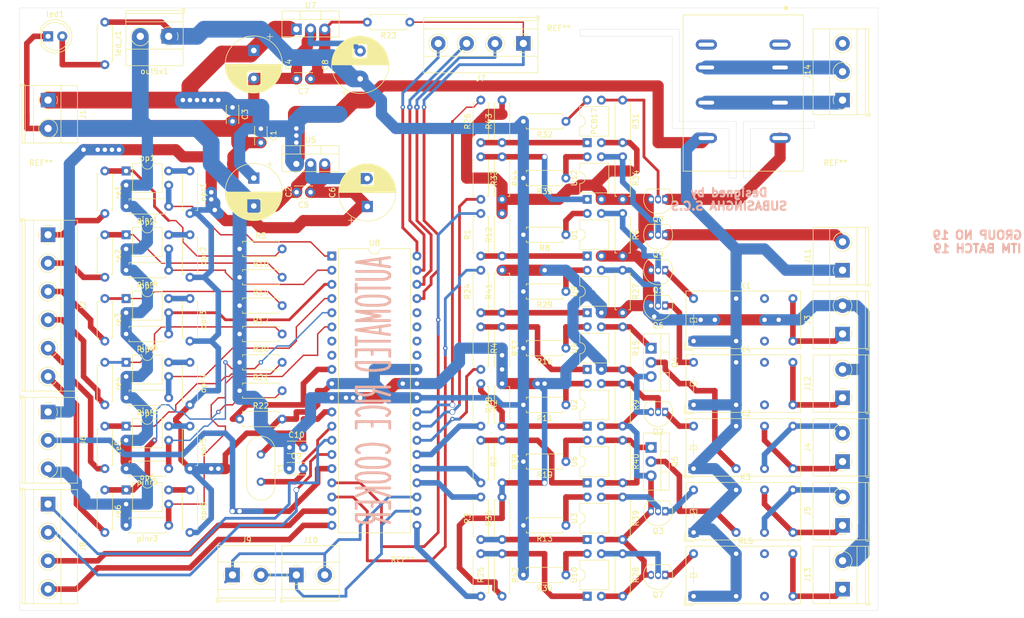
<source format=kicad_pcb>
(kicad_pcb (version 20171130) (host pcbnew "(5.1.6)-1")
  (layers (0 F.Cu signal) (31 B.Cu signal) (34 B.Paste user) (35 F.Paste user) (36 B.SilkS user) (37 F.SilkS user) (38 B.Mask user) (39 F.Mask user) (44 Edge.Cuts user))
  (net 0 "")
  (net 1 GND)
  (net 2 12VCC)
  (net 3 5VCC)
  (net 4 XTL1)
  (net 5 XTL2)
  (net 6 wash_lim_down)
  (net 7 wash_lim_up)
  (net 8 cooker_lim_down)
  (net 9 cooker_lim_up)
  (net 10 cooker_set_lim)
  (net 11 finished_pin)
  (net 12 "Net-(J3-Pad1)")
  (net 13 "Net-(J4-Pad1)")
  (net 14 "Net-(J4-Pad2)")
  (net 15 "Net-(J5-Pad2)")
  (net 16 "Net-(J5-Pad1)")
  (net 17 servo_pin)
  (net 18 trigger_pin)
  (net 19 echo_pin)
  (net 20 joystick_Y)
  (net 21 joystick_ok)
  (net 22 DOUT_PIN)
  (net 23 PD_SCK_PIN)
  (net 24 Tx)
  (net 25 Rx)
  (net 26 SDA)
  (net 27 SCL)
  (net 28 "Net-(J11-Pad2)")
  (net 29 "Net-(J12-Pad1)")
  (net 30 "Net-(J13-Pad1)")
  (net 31 230live)
  (net 32 "Net-(J14-Pad2)")
  (net 33 "Net-(K1-PadA2)")
  (net 34 "Net-(K2-Pad11)")
  (net 35 "Net-(K2-PadA2)")
  (net 36 "Net-(K3-Pad11)")
  (net 37 "Net-(K3-PadA2)")
  (net 38 "Net-(K4-PadA2)")
  (net 39 "Net-(K5-Pad13)")
  (net 40 "Net-(Q1-Pad2)")
  (net 41 "Net-(Q2-Pad2)")
  (net 42 "Net-(Q3-Pad2)")
  (net 43 "Net-(Q4-Pad1)")
  (net 44 "Net-(Q5-Pad1)")
  (net 45 "Net-(Q6-Pad2)")
  (net 46 "Net-(Q7-Pad1)")
  (net 47 "Net-(Q7-Pad2)")
  (net 48 "Net-(Q8-Pad2)")
  (net 49 "Net-(Q9-Pad2)")
  (net 50 "Net-(R1-Pad1)")
  (net 51 wash_motor_pin)
  (net 52 "Net-(R18-Pad1)")
  (net 53 dc_motor2)
  (net 54 dc_motor1)
  (net 55 "Net-(R3-Pad1)")
  (net 56 dc_motor2_derec)
  (net 57 "Net-(R37-Pad1)")
  (net 58 "Net-(R38-Pad1)")
  (net 59 dc_motor1_derec)
  (net 60 "Net-(R8-Pad1)")
  (net 61 "Net-(R11-Pad1)")
  (net 62 "Net-(R13-Pad1)")
  (net 63 "Net-(R16-Pad1)")
  (net 64 "Net-(R19-Pad1)")
  (net 65 "Net-(R22-Pad1)")
  (net 66 "Net-(R24-Pad1)")
  (net 67 solonid_in)
  (net 68 "Net-(R25-Pad1)")
  (net 69 solonid_out)
  (net 70 "Net-(R26-Pad1)")
  (net 71 ricecooker_on)
  (net 72 "Net-(R29-Pad1)")
  (net 73 "Net-(R30-Pad1)")
  (net 74 "Net-(R32-Pad1)")
  (net 75 "Net-(R33-Pad1)")
  (net 76 buzzer_pin)
  (net 77 "Net-(R35-Pad1)")
  (net 78 "Net-(J2-Pad1)")
  (net 79 "Net-(J2-Pad2)")
  (net 80 "Net-(J2-Pad3)")
  (net 81 "Net-(J2-Pad4)")
  (net 82 "Net-(J2-Pad5)")
  (net 83 "Net-(J2-Pad6)")
  (net 84 "Net-(led1-Pad2)")
  (net 85 "Net-(R5-Pad2)")
  (net 86 "Net-(op1-Pad4)")
  (net 87 "Net-(op2-Pad4)")
  (net 88 "Net-(R10-Pad2)")
  (net 89 "Net-(R14-Pad2)")
  (net 90 "Net-(op3-Pad4)")
  (net 91 "Net-(op4-Pad4)")
  (net 92 "Net-(R17-Pad2)")
  (net 93 "Net-(op5-Pad4)")
  (net 94 "Net-(R20-Pad2)")
  (net 95 "Net-(R21-Pad2)")
  (net 96 "Net-(op6-Pad4)")
  (module MountingHole:MountingHole_3mm (layer F.Cu) (at 137.16 142.24)
    (fp_text reference REF** (at 0 -4) (layer F.SilkS))
    (fp_text value MountingHole_3mm)
    (pad 1 np_thru_hole circle (at 0 0) (size 3 3) (drill 3) (layers *.Cu *.Mask))
  )
  (module MountingHole:MountingHole_3mm (layer F.Cu) (at 72.39 71.12)
    (fp_text reference REF** (at 0 -4) (layer F.SilkS))
    (fp_text value MountingHole_3mm)
    (pad 1 np_thru_hole circle (at 0 0) (size 3 3) (drill 3) (layers *.Cu *.Mask))
  )
  (module MountingHole:MountingHole_3mm (layer F.Cu) (at 165.1 46.99)
    (fp_text reference REF** (at 0 -4) (layer F.SilkS))
    (fp_text value MountingHole_3mm)
    (pad 1 np_thru_hole circle (at 0 0) (size 3 3) (drill 3) (layers *.Cu *.Mask))
  )
  (module MountingHole:MountingHole_3mm (layer F.Cu) (at 214.63 71.12)
    (fp_text reference REF** (at 0 -4) (layer F.SilkS))
    (fp_text value MountingHole_3mm)
    (pad 1 np_thru_hole circle (at 0 0) (size 3 3) (drill 3) (layers *.Cu *.Mask))
  )
  (module My_Footprint:OMRON_MY2N (layer F.Cu) (at 198.12 54.61 270)
    (fp_text reference K5 (at -8.25935 -12.32557 90) (layer F.SilkS) (effects (font (size 1.40074 1.40074) (thickness 0.015))))
    (fp_text value OMRON_MY2N)
    (pad 13 thru_hole oval (at 8.075 -6.6 270) (size 1.8 3.8) (drill oval 0.7 2.8) (layers *.Cu *.Mask) (net 39 "Net-(K5-Pad13)"))
    (pad 14 thru_hole oval (at 8.075 6.6 270) (size 1.8 3.8) (drill oval 0.7 2.8) (layers *.Cu *.Mask) (net 2 12VCC))
    (pad 9 thru_hole oval (at 1.725 -6.6 270) (size 1.8 3.8) (drill oval 0.7 2.8) (layers *.Cu *.Mask) (net 31 230live))
    (pad 12 thru_hole oval (at 1.725 6.6 270) (size 1.8 3.8) (drill oval 0.7 2.8) (layers *.Cu *.Mask) (net 31 230live))
    (pad 5 thru_hole oval (at -4.575 -6.6 270) (size 1.8 3.8) (drill oval 0.7 2.8) (layers *.Cu *.Mask) (net 32 "Net-(J14-Pad2)"))
    (pad 8 thru_hole oval (at -4.575 6.6 270) (size 1.8 3.8) (drill oval 0.7 2.8) (layers *.Cu *.Mask) (net 32 "Net-(J14-Pad2)"))
    (pad 1 thru_hole oval (at -8.675 -6.6 270) (size 1.8 3.8) (drill oval 0.7 2.8) (layers *.Cu *.Mask))
    (pad 4 thru_hole oval (at -8.675 6.6 270) (size 1.8 3.8) (drill oval 0.7 2.8) (layers *.Cu *.Mask))
  )
  (module Capacitor_THT:C_Disc_D3.0mm_W2.0mm_P2.50mm (layer F.Cu) (at 111.76 61 270)
    (fp_text reference C1 (at 1.25 -2.25 90) (layer F.SilkS))
    (fp_text value 104)
    (pad 2 thru_hole circle (at 2.5 0 270) (size 1.6 1.6) (drill 0.8) (layers *.Cu *.Mask) (net 1 GND))
    (pad 1 thru_hole circle (at 0 0 270) (size 1.6 1.6) (drill 0.8) (layers *.Cu *.Mask) (net 2 12VCC))
  )
  (module Capacitor_THT:CP_Radial_D10.0mm_P5.00mm (layer F.Cu) (at 110.49 69.85 270)
    (fp_text reference C2 (at 2.5 -6.25 90) (layer F.SilkS))
    (fp_text value 220uf)
    (pad 1 thru_hole rect (at 0 0 270) (size 2 2) (drill 1) (layers *.Cu *.Mask) (net 2 12VCC))
    (pad 2 thru_hole circle (at 5 0 270) (size 2 2) (drill 1) (layers *.Cu *.Mask) (net 1 GND))
  )
  (module Capacitor_THT:C_Disc_D3.0mm_W2.0mm_P2.50mm (layer F.Cu) (at 106.68 57.19 270)
    (fp_text reference C3 (at 1.25 -2.25 90) (layer F.SilkS))
    (fp_text value 104)
    (pad 1 thru_hole circle (at 0 0 270) (size 1.6 1.6) (drill 0.8) (layers *.Cu *.Mask) (net 2 12VCC))
    (pad 2 thru_hole circle (at 2.5 0 270) (size 1.6 1.6) (drill 0.8) (layers *.Cu *.Mask) (net 1 GND))
  )
  (module Capacitor_THT:CP_Radial_D10.0mm_P5.00mm (layer F.Cu) (at 110.49 46.99 270)
    (fp_text reference C4 (at 2.5 -6.25 90) (layer F.SilkS))
    (fp_text value 220uf)
    (pad 2 thru_hole circle (at 5 0 270) (size 2 2) (drill 1) (layers *.Cu *.Mask) (net 1 GND))
    (pad 1 thru_hole rect (at 0 0 270) (size 2 2) (drill 1) (layers *.Cu *.Mask) (net 2 12VCC))
  )
  (module Capacitor_THT:C_Disc_D3.0mm_W2.0mm_P2.50mm (layer F.Cu) (at 120.65 72.39 180)
    (fp_text reference C5 (at 1.25 -2.25) (layer F.SilkS))
    (fp_text value 104)
    (pad 2 thru_hole circle (at 2.5 0 180) (size 1.6 1.6) (drill 0.8) (layers *.Cu *.Mask) (net 1 GND))
    (pad 1 thru_hole circle (at 0 0 180) (size 1.6 1.6) (drill 0.8) (layers *.Cu *.Mask) (net 3 5VCC))
  )
  (module Capacitor_THT:CP_Radial_D10.0mm_P5.00mm (layer F.Cu) (at 130.81 74.93 90)
    (fp_text reference C6 (at 2.5 -6.25 90) (layer F.SilkS))
    (fp_text value 220uf)
    (pad 1 thru_hole rect (at 0 0 90) (size 2 2) (drill 1) (layers *.Cu *.Mask) (net 3 5VCC))
    (pad 2 thru_hole circle (at 5 0 90) (size 2 2) (drill 1) (layers *.Cu *.Mask) (net 1 GND))
  )
  (module Capacitor_THT:C_Disc_D3.0mm_W2.0mm_P2.50mm (layer F.Cu) (at 120.65 52.07 180)
    (fp_text reference C7 (at 1.25 -2.25) (layer F.SilkS))
    (fp_text value 104)
    (pad 1 thru_hole circle (at 0 0 180) (size 1.6 1.6) (drill 0.8) (layers *.Cu *.Mask) (net 3 5VCC))
    (pad 2 thru_hole circle (at 2.5 0 180) (size 1.6 1.6) (drill 0.8) (layers *.Cu *.Mask) (net 1 GND))
  )
  (module Capacitor_THT:CP_Radial_D10.0mm_P5.00mm (layer F.Cu) (at 129.54 52.07 90)
    (fp_text reference C8 (at 2.5 -6.25 90) (layer F.SilkS))
    (fp_text value 220uf)
    (pad 2 thru_hole circle (at 5 0 90) (size 2 2) (drill 1) (layers *.Cu *.Mask) (net 1 GND))
    (pad 1 thru_hole rect (at 0 0 90) (size 2 2) (drill 1) (layers *.Cu *.Mask) (net 3 5VCC))
  )
  (module Capacitor_THT:C_Disc_D3.0mm_W2.0mm_P2.50mm (layer F.Cu) (at 116.84 121.92)
    (fp_text reference C9 (at 1.25 -2.25) (layer F.SilkS))
    (fp_text value 22uf)
    (pad 2 thru_hole circle (at 2.5 0) (size 1.6 1.6) (drill 0.8) (layers *.Cu *.Mask) (net 4 XTL1))
    (pad 1 thru_hole circle (at 0 0) (size 1.6 1.6) (drill 0.8) (layers *.Cu *.Mask) (net 1 GND))
  )
  (module Capacitor_THT:C_Disc_D3.0mm_W2.0mm_P2.50mm (layer F.Cu) (at 116.88 118.11)
    (fp_text reference C10 (at 1.25 -2.25) (layer F.SilkS))
    (fp_text value 22uf)
    (pad 1 thru_hole circle (at 0 0) (size 1.6 1.6) (drill 0.8) (layers *.Cu *.Mask) (net 1 GND))
    (pad 2 thru_hole circle (at 2.5 0) (size 1.6 1.6) (drill 0.8) (layers *.Cu *.Mask) (net 5 XTL2))
  )
  (module TerminalBlock_Phoenix:TerminalBlock_Phoenix_MKDS-1,5-2-5.08_1x02_P5.08mm_Horizontal (layer F.Cu) (at 73.66 55.88 270)
    (fp_text reference J1 (at 2.54 -6.26 90) (layer F.SilkS))
    (fp_text value INPUT)
    (pad 1 thru_hole rect (at 0 0 270) (size 2.6 2.6) (drill 1.3) (layers *.Cu *.Mask) (net 2 12VCC))
    (pad 2 thru_hole circle (at 5.08 0 270) (size 2.6 2.6) (drill 1.3) (layers *.Cu *.Mask) (net 1 GND))
  )
  (module TerminalBlock_Phoenix:TerminalBlock_Phoenix_MKDS-1,5-6-5.08_1x06_P5.08mm_Horizontal (layer F.Cu) (at 73.66 80.01 270)
    (fp_text reference J2 (at 12.7 -6.26 90) (layer F.SilkS))
    (fp_text value Conn_01x06_Female)
    (pad 1 thru_hole rect (at 0 0 270) (size 2.6 2.6) (drill 1.3) (layers *.Cu *.Mask) (net 78 "Net-(J2-Pad1)"))
    (pad 2 thru_hole circle (at 5.08 0 270) (size 2.6 2.6) (drill 1.3) (layers *.Cu *.Mask) (net 79 "Net-(J2-Pad2)"))
    (pad 3 thru_hole circle (at 10.16 0 270) (size 2.6 2.6) (drill 1.3) (layers *.Cu *.Mask) (net 80 "Net-(J2-Pad3)"))
    (pad 4 thru_hole circle (at 15.24 0 270) (size 2.6 2.6) (drill 1.3) (layers *.Cu *.Mask) (net 81 "Net-(J2-Pad4)"))
    (pad 5 thru_hole circle (at 20.32 0 270) (size 2.6 2.6) (drill 1.3) (layers *.Cu *.Mask) (net 82 "Net-(J2-Pad5)"))
    (pad 6 thru_hole circle (at 25.4 0 270) (size 2.6 2.6) (drill 1.3) (layers *.Cu *.Mask) (net 83 "Net-(J2-Pad6)"))
  )
  (module TerminalBlock_Phoenix:TerminalBlock_Phoenix_MKDS-1,5-2-5.08_1x02_P5.08mm_Horizontal (layer F.Cu) (at 215.9 97.79 90)
    (fp_text reference J3 (at 2.54 -6.26 90) (layer F.SilkS))
    (fp_text value Conn_01x02_Female)
    (pad 1 thru_hole rect (at 0 0 90) (size 2.6 2.6) (drill 1.3) (layers *.Cu *.Mask) (net 12 "Net-(J3-Pad1)"))
    (pad 2 thru_hole circle (at 5.08 0 90) (size 2.6 2.6) (drill 1.3) (layers *.Cu *.Mask) (net 1 GND))
  )
  (module TerminalBlock_Phoenix:TerminalBlock_Phoenix_MKDS-1,5-2-5.08_1x02_P5.08mm_Horizontal (layer F.Cu) (at 215.9 120.65 90)
    (fp_text reference J4 (at 2.54 -6.26 90) (layer F.SilkS))
    (fp_text value Conn_01x02_Female)
    (pad 1 thru_hole rect (at 0 0 90) (size 2.6 2.6) (drill 1.3) (layers *.Cu *.Mask) (net 13 "Net-(J4-Pad1)"))
    (pad 2 thru_hole circle (at 5.08 0 90) (size 2.6 2.6) (drill 1.3) (layers *.Cu *.Mask) (net 14 "Net-(J4-Pad2)"))
  )
  (module TerminalBlock_Phoenix:TerminalBlock_Phoenix_MKDS-1,5-2-5.08_1x02_P5.08mm_Horizontal (layer F.Cu) (at 215.9 132.08 90)
    (fp_text reference J5 (at 2.54 -6.26 90) (layer F.SilkS))
    (fp_text value Conn_01x02_Female)
    (pad 2 thru_hole circle (at 5.08 0 90) (size 2.6 2.6) (drill 1.3) (layers *.Cu *.Mask) (net 15 "Net-(J5-Pad2)"))
    (pad 1 thru_hole rect (at 0 0 90) (size 2.6 2.6) (drill 1.3) (layers *.Cu *.Mask) (net 16 "Net-(J5-Pad1)"))
  )
  (module TerminalBlock_Phoenix:TerminalBlock_Phoenix_MKDS-1,5-3-5.08_1x03_P5.08mm_Horizontal (layer F.Cu) (at 73.66 111.76 270)
    (fp_text reference J6 (at 5.08 -6.26 90) (layer F.SilkS))
    (fp_text value Conn_01x03_Female)
    (pad 3 thru_hole circle (at 10.16 0 270) (size 2.6 2.6) (drill 1.3) (layers *.Cu *.Mask) (net 1 GND))
    (pad 2 thru_hole circle (at 5.08 0 270) (size 2.6 2.6) (drill 1.3) (layers *.Cu *.Mask) (net 17 servo_pin))
    (pad 1 thru_hole rect (at 0 0 270) (size 2.6 2.6) (drill 1.3) (layers *.Cu *.Mask) (net 3 5VCC))
  )
  (module TerminalBlock_Phoenix:TerminalBlock_Phoenix_MKDS-1,5-4-5.08_1x04_P5.08mm_Horizontal (layer F.Cu) (at 158.75 45.72 180)
    (fp_text reference J7 (at 7.62 -6.26) (layer F.SilkS))
    (fp_text value Conn_01x04_Female)
    (pad 1 thru_hole rect (at 0 0 180) (size 2.6 2.6) (drill 1.3) (layers *.Cu *.Mask) (net 21 joystick_ok))
    (pad 2 thru_hole circle (at 5.08 0 180) (size 2.6 2.6) (drill 1.3) (layers *.Cu *.Mask) (net 20 joystick_Y))
    (pad 3 thru_hole circle (at 10.16 0 180) (size 2.6 2.6) (drill 1.3) (layers *.Cu *.Mask) (net 19 echo_pin))
    (pad 4 thru_hole circle (at 15.24 0 180) (size 2.6 2.6) (drill 1.3) (layers *.Cu *.Mask) (net 18 trigger_pin))
  )
  (module TerminalBlock_Phoenix:TerminalBlock_Phoenix_MKDS-1,5-4-5.08_1x04_P5.08mm_Horizontal (layer F.Cu) (at 73.66 128.27 270)
    (fp_text reference J8 (at 7.62 -6.26 90) (layer F.SilkS))
    (fp_text value Conn_01x04_Female)
    (pad 4 thru_hole circle (at 15.24 0 270) (size 2.6 2.6) (drill 1.3) (layers *.Cu *.Mask) (net 22 DOUT_PIN))
    (pad 3 thru_hole circle (at 10.16 0 270) (size 2.6 2.6) (drill 1.3) (layers *.Cu *.Mask) (net 23 PD_SCK_PIN))
    (pad 2 thru_hole circle (at 5.08 0 270) (size 2.6 2.6) (drill 1.3) (layers *.Cu *.Mask) (net 24 Tx))
    (pad 1 thru_hole rect (at 0 0 270) (size 2.6 2.6) (drill 1.3) (layers *.Cu *.Mask) (net 25 Rx))
  )
  (module TerminalBlock_Phoenix:TerminalBlock_Phoenix_MKDS-1,5-2-5.08_1x02_P5.08mm_Horizontal (layer F.Cu) (at 106.68 140.97)
    (fp_text reference J9 (at 2.54 -6.26) (layer F.SilkS))
    (fp_text value Conn_01x02_Female)
    (pad 1 thru_hole rect (at 0 0) (size 2.6 2.6) (drill 1.3) (layers *.Cu *.Mask) (net 26 SDA))
    (pad 2 thru_hole circle (at 5.08 0) (size 2.6 2.6) (drill 1.3) (layers *.Cu *.Mask) (net 27 SCL))
  )
  (module TerminalBlock_Phoenix:TerminalBlock_Phoenix_MKDS-1,5-2-5.08_1x02_P5.08mm_Horizontal (layer F.Cu) (at 118.11 140.97)
    (fp_text reference J10 (at 2.54 -6.26) (layer F.SilkS))
    (fp_text value Conn_01x02_Female)
    (pad 2 thru_hole circle (at 5.08 0) (size 2.6 2.6) (drill 1.3) (layers *.Cu *.Mask) (net 26 SDA))
    (pad 1 thru_hole rect (at 0 0) (size 2.6 2.6) (drill 1.3) (layers *.Cu *.Mask) (net 27 SCL))
  )
  (module TerminalBlock_Phoenix:TerminalBlock_Phoenix_MKDS-1,5-2-5.08_1x02_P5.08mm_Horizontal (layer F.Cu) (at 215.9 86.36 90)
    (fp_text reference J11 (at 2.54 -6.26 90) (layer F.SilkS))
    (fp_text value Conn_01x02_Female)
    (pad 2 thru_hole circle (at 5.08 0 90) (size 2.6 2.6) (drill 1.3) (layers *.Cu *.Mask) (net 28 "Net-(J11-Pad2)"))
    (pad 1 thru_hole rect (at 0 0 90) (size 2.6 2.6) (drill 1.3) (layers *.Cu *.Mask) (net 2 12VCC))
  )
  (module TerminalBlock_Phoenix:TerminalBlock_Phoenix_MKDS-1,5-2-5.08_1x02_P5.08mm_Horizontal (layer F.Cu) (at 215.9 109.22 90)
    (fp_text reference J12 (at 2.54 -6.26 90) (layer F.SilkS))
    (fp_text value Conn_01x02_Female)
    (pad 2 thru_hole circle (at 5.08 0 90) (size 2.6 2.6) (drill 1.3) (layers *.Cu *.Mask) (net 1 GND))
    (pad 1 thru_hole rect (at 0 0 90) (size 2.6 2.6) (drill 1.3) (layers *.Cu *.Mask) (net 29 "Net-(J12-Pad1)"))
  )
  (module TerminalBlock_Phoenix:TerminalBlock_Phoenix_MKDS-1,5-2-5.08_1x02_P5.08mm_Horizontal (layer F.Cu) (at 215.9 143.51 90)
    (fp_text reference J13 (at 2.54 -6.26 90) (layer F.SilkS))
    (fp_text value Conn_01x02_Female)
    (pad 1 thru_hole rect (at 0 0 90) (size 2.6 2.6) (drill 1.3) (layers *.Cu *.Mask) (net 30 "Net-(J13-Pad1)"))
    (pad 2 thru_hole circle (at 5.08 0 90) (size 2.6 2.6) (drill 1.3) (layers *.Cu *.Mask) (net 1 GND))
  )
  (module TerminalBlock_Phoenix:TerminalBlock_Phoenix_MKDS-1,5-3-5.08_1x03_P5.08mm_Horizontal (layer F.Cu) (at 215.9 55.88 90)
    (fp_text reference J14 (at 5.08 -6.26 90) (layer F.SilkS))
    (fp_text value Conn_01x03_Female)
    (pad 1 thru_hole rect (at 0 0 90) (size 2.6 2.6) (drill 1.3) (layers *.Cu *.Mask) (net 31 230live))
    (pad 2 thru_hole circle (at 5.08 0 90) (size 2.6 2.6) (drill 1.3) (layers *.Cu *.Mask) (net 32 "Net-(J14-Pad2)"))
    (pad 3 thru_hole circle (at 10.16 0 90) (size 2.6 2.6) (drill 1.3) (layers *.Cu *.Mask))
  )
  (module Relay_THT:Relay_DPDT_Finder_30.22 (layer F.Cu) (at 189.23 99.06)
    (fp_text reference K1 (at 9.3 -9.9) (layer F.SilkS))
    (fp_text value FINDER-40.52)
    (pad 21 thru_hole circle (at 7.62 -7.62 90) (size 1.6 1.6) (drill 0.8) (layers *.Cu *.Mask) (net 2 12VCC))
    (pad 22 thru_hole circle (at 12.7 -7.62 90) (size 1.6 1.6) (drill 0.8) (layers *.Cu *.Mask))
    (pad 24 thru_hole circle (at 17.78 -7.62 180) (size 1.6 1.6) (drill 0.8) (layers *.Cu *.Mask) (net 12 "Net-(J3-Pad1)"))
    (pad A1 thru_hole rect (at 0 0 90) (size 1.6 1.8) (drill 0.8) (layers *.Cu *.Mask) (net 2 12VCC))
    (pad A2 thru_hole circle (at 0 -7.62 90) (size 1.6 1.6) (drill 0.8) (layers *.Cu *.Mask) (net 33 "Net-(K1-PadA2)"))
    (pad 11 thru_hole circle (at 7.62 0 90) (size 1.6 1.6) (drill 0.8) (layers *.Cu *.Mask) (net 2 12VCC))
    (pad 14 thru_hole circle (at 17.78 0 90) (size 1.6 1.6) (drill 0.8) (layers *.Cu *.Mask) (net 12 "Net-(J3-Pad1)"))
    (pad 12 thru_hole circle (at 12.7 0 90) (size 1.6 1.6) (drill 0.8) (layers *.Cu *.Mask))
  )
  (module Relay_THT:Relay_DPDT_Finder_30.22 (layer F.Cu) (at 189.23 121.92)
    (fp_text reference K2 (at 9.3 -9.9) (layer F.SilkS))
    (fp_text value FINDER-40.52)
    (pad 12 thru_hole circle (at 12.7 0 90) (size 1.6 1.6) (drill 0.8) (layers *.Cu *.Mask) (net 14 "Net-(J4-Pad2)"))
    (pad 14 thru_hole circle (at 17.78 0 90) (size 1.6 1.6) (drill 0.8) (layers *.Cu *.Mask) (net 13 "Net-(J4-Pad1)"))
    (pad 11 thru_hole circle (at 7.62 0 90) (size 1.6 1.6) (drill 0.8) (layers *.Cu *.Mask) (net 34 "Net-(K2-Pad11)"))
    (pad A2 thru_hole circle (at 0 -7.62 90) (size 1.6 1.6) (drill 0.8) (layers *.Cu *.Mask) (net 35 "Net-(K2-PadA2)"))
    (pad A1 thru_hole rect (at 0 0 90) (size 1.6 1.8) (drill 0.8) (layers *.Cu *.Mask) (net 2 12VCC))
    (pad 24 thru_hole circle (at 17.78 -7.62 180) (size 1.6 1.6) (drill 0.8) (layers *.Cu *.Mask) (net 14 "Net-(J4-Pad2)"))
    (pad 22 thru_hole circle (at 12.7 -7.62 90) (size 1.6 1.6) (drill 0.8) (layers *.Cu *.Mask) (net 13 "Net-(J4-Pad1)"))
    (pad 21 thru_hole circle (at 7.62 -7.62 90) (size 1.6 1.6) (drill 0.8) (layers *.Cu *.Mask) (net 2 12VCC))
  )
  (module Relay_THT:Relay_DPDT_Finder_30.22 (layer F.Cu) (at 189.23 133.35)
    (fp_text reference K3 (at 9.3 -9.9) (layer F.SilkS))
    (fp_text value FINDER-40.52)
    (pad 12 thru_hole circle (at 12.7 0 90) (size 1.6 1.6) (drill 0.8) (layers *.Cu *.Mask) (net 15 "Net-(J5-Pad2)"))
    (pad 14 thru_hole circle (at 17.78 0 90) (size 1.6 1.6) (drill 0.8) (layers *.Cu *.Mask) (net 16 "Net-(J5-Pad1)"))
    (pad 11 thru_hole circle (at 7.62 0 90) (size 1.6 1.6) (drill 0.8) (layers *.Cu *.Mask) (net 36 "Net-(K3-Pad11)"))
    (pad A2 thru_hole circle (at 0 -7.62 90) (size 1.6 1.6) (drill 0.8) (layers *.Cu *.Mask) (net 37 "Net-(K3-PadA2)"))
    (pad A1 thru_hole rect (at 0 0 90) (size 1.6 1.8) (drill 0.8) (layers *.Cu *.Mask) (net 2 12VCC))
    (pad 24 thru_hole circle (at 17.78 -7.62 180) (size 1.6 1.6) (drill 0.8) (layers *.Cu *.Mask) (net 15 "Net-(J5-Pad2)"))
    (pad 22 thru_hole circle (at 12.7 -7.62 90) (size 1.6 1.6) (drill 0.8) (layers *.Cu *.Mask) (net 16 "Net-(J5-Pad1)"))
    (pad 21 thru_hole circle (at 7.62 -7.62 90) (size 1.6 1.6) (drill 0.8) (layers *.Cu *.Mask) (net 2 12VCC))
  )
  (module Relay_THT:Relay_DPDT_Finder_30.22 (layer F.Cu) (at 189.23 110.49)
    (fp_text reference K4 (at 9.3 -9.9) (layer F.SilkS))
    (fp_text value FINDER-40.52)
    (pad 21 thru_hole circle (at 7.62 -7.62 90) (size 1.6 1.6) (drill 0.8) (layers *.Cu *.Mask) (net 2 12VCC))
    (pad 22 thru_hole circle (at 12.7 -7.62 90) (size 1.6 1.6) (drill 0.8) (layers *.Cu *.Mask))
    (pad 24 thru_hole circle (at 17.78 -7.62 180) (size 1.6 1.6) (drill 0.8) (layers *.Cu *.Mask) (net 29 "Net-(J12-Pad1)"))
    (pad A1 thru_hole rect (at 0 0 90) (size 1.6 1.8) (drill 0.8) (layers *.Cu *.Mask) (net 2 12VCC))
    (pad A2 thru_hole circle (at 0 -7.62 90) (size 1.6 1.6) (drill 0.8) (layers *.Cu *.Mask) (net 38 "Net-(K4-PadA2)"))
    (pad 11 thru_hole circle (at 7.62 0 90) (size 1.6 1.6) (drill 0.8) (layers *.Cu *.Mask) (net 2 12VCC))
    (pad 14 thru_hole circle (at 17.78 0 90) (size 1.6 1.6) (drill 0.8) (layers *.Cu *.Mask) (net 29 "Net-(J12-Pad1)"))
    (pad 12 thru_hole circle (at 12.7 0 90) (size 1.6 1.6) (drill 0.8) (layers *.Cu *.Mask))
  )
  (module Package_TO_SOT_THT:TO-92_Inline (layer F.Cu) (at 184.15 86.36 180)
    (fp_text reference Q1 (at 1.27 -3.56) (layer F.SilkS))
    (fp_text value BC548)
    (pad 2 thru_hole oval (at 1.27 0 180) (size 1.05 1.5) (drill 0.75) (layers *.Cu *.Mask) (net 40 "Net-(Q1-Pad2)"))
    (pad 3 thru_hole oval (at 2.54 0 180) (size 1.05 1.5) (drill 0.75) (layers *.Cu *.Mask) (net 1 GND))
    (pad 1 thru_hole rect (at 0 0 180) (size 1.05 1.5) (drill 0.75) (layers *.Cu *.Mask) (net 33 "Net-(K1-PadA2)"))
  )
  (module Package_TO_SOT_THT:TO-92_Inline (layer F.Cu) (at 184.15 111.76 180)
    (fp_text reference Q2 (at 1.27 -3.56) (layer F.SilkS))
    (fp_text value BC548)
    (pad 1 thru_hole rect (at 0 0 180) (size 1.05 1.5) (drill 0.75) (layers *.Cu *.Mask) (net 35 "Net-(K2-PadA2)"))
    (pad 3 thru_hole oval (at 2.54 0 180) (size 1.05 1.5) (drill 0.75) (layers *.Cu *.Mask) (net 1 GND))
    (pad 2 thru_hole oval (at 1.27 0 180) (size 1.05 1.5) (drill 0.75) (layers *.Cu *.Mask) (net 41 "Net-(Q2-Pad2)"))
  )
  (module Package_TO_SOT_THT:TO-92_Inline (layer F.Cu) (at 184.15 129.54 180)
    (fp_text reference Q3 (at 1.27 -3.56) (layer F.SilkS))
    (fp_text value BC548)
    (pad 1 thru_hole rect (at 0 0 180) (size 1.05 1.5) (drill 0.75) (layers *.Cu *.Mask) (net 37 "Net-(K3-PadA2)"))
    (pad 3 thru_hole oval (at 2.54 0 180) (size 1.05 1.5) (drill 0.75) (layers *.Cu *.Mask) (net 1 GND))
    (pad 2 thru_hole oval (at 1.27 0 180) (size 1.05 1.5) (drill 0.75) (layers *.Cu *.Mask) (net 42 "Net-(Q3-Pad2)"))
  )
  (module Package_TO_SOT_THT:TO-220-3_Vertical (layer F.Cu) (at 181.61 100.33 270)
    (fp_text reference Q4 (at 2.54 -4.27 90) (layer F.SilkS))
    (fp_text value IRF540N)
    (pad 1 thru_hole rect (at 0 0 270) (size 1.905 2) (drill 1.1) (layers *.Cu *.Mask) (net 43 "Net-(Q4-Pad1)"))
    (pad 2 thru_hole oval (at 2.54 0 270) (size 1.905 2) (drill 1.1) (layers *.Cu *.Mask) (net 34 "Net-(K2-Pad11)"))
    (pad 3 thru_hole oval (at 5.08 0 270) (size 1.905 2) (drill 1.1) (layers *.Cu *.Mask) (net 1 GND))
  )
  (module Package_TO_SOT_THT:TO-220-3_Vertical (layer F.Cu) (at 181.61 118.11 270)
    (fp_text reference Q5 (at 2.54 -4.27 90) (layer F.SilkS))
    (fp_text value IRF540N)
    (pad 3 thru_hole oval (at 5.08 0 270) (size 1.905 2) (drill 1.1) (layers *.Cu *.Mask) (net 1 GND))
    (pad 2 thru_hole oval (at 2.54 0 270) (size 1.905 2) (drill 1.1) (layers *.Cu *.Mask) (net 36 "Net-(K3-Pad11)"))
    (pad 1 thru_hole rect (at 0 0 270) (size 1.905 2) (drill 1.1) (layers *.Cu *.Mask) (net 44 "Net-(Q5-Pad1)"))
  )
  (module Package_TO_SOT_THT:TO-92_Inline (layer F.Cu) (at 184.15 92.71 180)
    (fp_text reference Q6 (at 1.27 -3.56) (layer F.SilkS))
    (fp_text value BC548)
    (pad 2 thru_hole oval (at 1.27 0 180) (size 1.05 1.5) (drill 0.75) (layers *.Cu *.Mask) (net 45 "Net-(Q6-Pad2)"))
    (pad 3 thru_hole oval (at 2.54 0 180) (size 1.05 1.5) (drill 0.75) (layers *.Cu *.Mask) (net 1 GND))
    (pad 1 thru_hole rect (at 0 0 180) (size 1.05 1.5) (drill 0.75) (layers *.Cu *.Mask) (net 38 "Net-(K4-PadA2)"))
  )
  (module Package_TO_SOT_THT:TO-92_Inline (layer F.Cu) (at 184.15 140.97 180)
    (fp_text reference Q7 (at 1.27 -3.56) (layer F.SilkS))
    (fp_text value BC548)
    (pad 1 thru_hole rect (at 0 0 180) (size 1.05 1.5) (drill 0.75) (layers *.Cu *.Mask) (net 46 "Net-(Q7-Pad1)"))
    (pad 3 thru_hole oval (at 2.54 0 180) (size 1.05 1.5) (drill 0.75) (layers *.Cu *.Mask) (net 1 GND))
    (pad 2 thru_hole oval (at 1.27 0 180) (size 1.05 1.5) (drill 0.75) (layers *.Cu *.Mask) (net 47 "Net-(Q7-Pad2)"))
  )
  (module Package_TO_SOT_THT:TO-92_Inline (layer F.Cu) (at 184.15 73.66 180)
    (fp_text reference Q8 (at 1.27 -3.56) (layer F.SilkS))
    (fp_text value BC548)
    (pad 2 thru_hole oval (at 1.27 0 180) (size 1.05 1.5) (drill 0.75) (layers *.Cu *.Mask) (net 48 "Net-(Q8-Pad2)"))
    (pad 3 thru_hole oval (at 2.54 0 180) (size 1.05 1.5) (drill 0.75) (layers *.Cu *.Mask) (net 1 GND))
    (pad 1 thru_hole rect (at 0 0 180) (size 1.05 1.5) (drill 0.75) (layers *.Cu *.Mask) (net 39 "Net-(K5-Pad13)"))
  )
  (module Package_TO_SOT_THT:TO-92_Inline (layer F.Cu) (at 184.15 80.01 180)
    (fp_text reference Q9 (at 1.27 -3.56) (layer F.SilkS))
    (fp_text value BC548)
    (pad 2 thru_hole oval (at 1.27 0 180) (size 1.05 1.5) (drill 0.75) (layers *.Cu *.Mask) (net 49 "Net-(Q9-Pad2)"))
    (pad 3 thru_hole oval (at 2.54 0 180) (size 1.05 1.5) (drill 0.75) (layers *.Cu *.Mask) (net 1 GND))
    (pad 1 thru_hole rect (at 0 0 180) (size 1.05 1.5) (drill 0.75) (layers *.Cu *.Mask) (net 28 "Net-(J11-Pad2)"))
  )
  (module Resistor_THT:R_Axial_DIN0207_L6.3mm_D2.5mm_P7.62mm_Horizontal (layer F.Cu) (at 151.13 83.82 90)
    (fp_text reference R1 (at 3.81 -2.37 90) (layer F.SilkS))
    (fp_text value 1k)
    (pad 1 thru_hole circle (at 0 0 90) (size 1.6 1.6) (drill 0.8) (layers *.Cu *.Mask) (net 50 "Net-(R1-Pad1)"))
    (pad 2 thru_hole oval (at 7.62 0 90) (size 1.6 1.6) (drill 0.8) (layers *.Cu *.Mask) (net 51 wash_motor_pin))
  )
  (module Resistor_THT:R_Axial_DIN0207_L6.3mm_D2.5mm_P7.62mm_Horizontal (layer F.Cu) (at 151.13 106.68 270)
    (fp_text reference R2 (at 3.81 -2.37 90) (layer F.SilkS))
    (fp_text value 1k)
    (pad 1 thru_hole circle (at 0 0 270) (size 1.6 1.6) (drill 0.8) (layers *.Cu *.Mask) (net 52 "Net-(R18-Pad1)"))
    (pad 2 thru_hole oval (at 7.62 0 270) (size 1.6 1.6) (drill 0.8) (layers *.Cu *.Mask) (net 53 dc_motor2))
  )
  (module Resistor_THT:R_Axial_DIN0207_L6.3mm_D2.5mm_P7.62mm_Horizontal (layer F.Cu) (at 151.13 134.62 90)
    (fp_text reference R3 (at 3.81 -2.37 90) (layer F.SilkS))
    (fp_text value 1k)
    (pad 2 thru_hole oval (at 7.62 0 90) (size 1.6 1.6) (drill 0.8) (layers *.Cu *.Mask) (net 54 dc_motor1))
    (pad 1 thru_hole circle (at 0 0 90) (size 1.6 1.6) (drill 0.8) (layers *.Cu *.Mask) (net 55 "Net-(R3-Pad1)"))
  )
  (module Resistor_THT:R_Axial_DIN0207_L6.3mm_D2.5mm_P7.62mm_Horizontal (layer F.Cu) (at 151.13 96.52 270)
    (fp_text reference R4 (at 3.81 -2.37 90) (layer F.SilkS))
    (fp_text value 1k)
    (pad 2 thru_hole oval (at 7.62 0 270) (size 1.6 1.6) (drill 0.8) (layers *.Cu *.Mask) (net 56 dc_motor2_derec))
    (pad 1 thru_hole circle (at 0 0 270) (size 1.6 1.6) (drill 0.8) (layers *.Cu *.Mask) (net 57 "Net-(R37-Pad1)"))
  )
  (module Resistor_THT:R_Axial_DIN0207_L6.3mm_D2.5mm_P7.62mm_Horizontal (layer F.Cu) (at 107.95 82.55)
    (fp_text reference R5 (at 3.81 -2.37) (layer F.SilkS))
    (fp_text value 10k)
    (pad 1 thru_hole circle (at 0 0) (size 1.6 1.6) (drill 0.8) (layers *.Cu *.Mask) (net 1 GND))
    (pad 2 thru_hole oval (at 7.62 0) (size 1.6 1.6) (drill 0.8) (layers *.Cu *.Mask) (net 85 "Net-(R5-Pad2)"))
  )
  (module Resistor_THT:R_Axial_DIN0207_L6.3mm_D2.5mm_P7.62mm_Horizontal (layer F.Cu) (at 176.53 76.2 270)
    (fp_text reference R6 (at 3.81 -2.37 90) (layer F.SilkS))
    (fp_text value 10k)
    (pad 2 thru_hole oval (at 7.62 0 270) (size 1.6 1.6) (drill 0.8) (layers *.Cu *.Mask) (net 1 GND))
    (pad 1 thru_hole circle (at 0 0 270) (size 1.6 1.6) (drill 0.8) (layers *.Cu *.Mask) (net 40 "Net-(Q1-Pad2)"))
  )
  (module Resistor_THT:R_Axial_DIN0207_L6.3mm_D2.5mm_P7.62mm_Horizontal (layer F.Cu) (at 151.13 116.84 270)
    (fp_text reference R7 (at 3.81 -2.37 90) (layer F.SilkS))
    (fp_text value 1k)
    (pad 1 thru_hole circle (at 0 0 270) (size 1.6 1.6) (drill 0.8) (layers *.Cu *.Mask) (net 58 "Net-(R38-Pad1)"))
    (pad 2 thru_hole oval (at 7.62 0 270) (size 1.6 1.6) (drill 0.8) (layers *.Cu *.Mask) (net 59 dc_motor1_derec))
  )
  (module Resistor_THT:R_Axial_DIN0207_L6.3mm_D2.5mm_P7.62mm_Horizontal (layer F.Cu) (at 166.37 80.01 180)
    (fp_text reference R8 (at 3.81 -2.37) (layer F.SilkS))
    (fp_text value 1k)
    (pad 2 thru_hole oval (at 7.62 0 180) (size 1.6 1.6) (drill 0.8) (layers *.Cu *.Mask) (net 3 5VCC))
    (pad 1 thru_hole circle (at 0 0 180) (size 1.6 1.6) (drill 0.8) (layers *.Cu *.Mask) (net 60 "Net-(R8-Pad1)"))
  )
  (module Resistor_THT:R_Axial_DIN0207_L6.3mm_D2.5mm_P7.62mm_Horizontal (layer F.Cu) (at 176.53 106.68 270)
    (fp_text reference R9 (at 3.81 -2.37 90) (layer F.SilkS))
    (fp_text value 10k)
    (pad 1 thru_hole circle (at 0 0 270) (size 1.6 1.6) (drill 0.8) (layers *.Cu *.Mask) (net 41 "Net-(Q2-Pad2)"))
    (pad 2 thru_hole oval (at 7.62 0 270) (size 1.6 1.6) (drill 0.8) (layers *.Cu *.Mask) (net 1 GND))
  )
  (module Resistor_THT:R_Axial_DIN0207_L6.3mm_D2.5mm_P7.62mm_Horizontal (layer F.Cu) (at 107.95 87.63)
    (fp_text reference R10 (at 3.81 -2.37) (layer F.SilkS))
    (fp_text value 10k)
    (pad 2 thru_hole oval (at 7.62 0) (size 1.6 1.6) (drill 0.8) (layers *.Cu *.Mask) (net 88 "Net-(R10-Pad2)"))
    (pad 1 thru_hole circle (at 0 0) (size 1.6 1.6) (drill 0.8) (layers *.Cu *.Mask) (net 1 GND))
  )
  (module Resistor_THT:R_Axial_DIN0207_L6.3mm_D2.5mm_P7.62mm_Horizontal (layer F.Cu) (at 166.37 110.49 180)
    (fp_text reference R11 (at 3.81 -2.37) (layer F.SilkS))
    (fp_text value 1k)
    (pad 2 thru_hole oval (at 7.62 0 180) (size 1.6 1.6) (drill 0.8) (layers *.Cu *.Mask) (net 3 5VCC))
    (pad 1 thru_hole circle (at 0 0 180) (size 1.6 1.6) (drill 0.8) (layers *.Cu *.Mask) (net 61 "Net-(R11-Pad1)"))
  )
  (module Resistor_THT:R_Axial_DIN0207_L6.3mm_D2.5mm_P7.62mm_Horizontal (layer F.Cu) (at 154.94 83.82 90)
    (fp_text reference R12 (at 3.81 -2.37 90) (layer F.SilkS))
    (fp_text value 1k)
    (pad 2 thru_hole oval (at 7.62 0 90) (size 1.6 1.6) (drill 0.8) (layers *.Cu *.Mask) (net 1 GND))
    (pad 1 thru_hole circle (at 0 0 90) (size 1.6 1.6) (drill 0.8) (layers *.Cu *.Mask) (net 50 "Net-(R1-Pad1)"))
  )
  (module Resistor_THT:R_Axial_DIN0207_L6.3mm_D2.5mm_P7.62mm_Horizontal (layer F.Cu) (at 166.37 132.08 180)
    (fp_text reference R13 (at 3.81 -2.37) (layer F.SilkS))
    (fp_text value 1k)
    (pad 1 thru_hole circle (at 0 0 180) (size 1.6 1.6) (drill 0.8) (layers *.Cu *.Mask) (net 62 "Net-(R13-Pad1)"))
    (pad 2 thru_hole oval (at 7.62 0 180) (size 1.6 1.6) (drill 0.8) (layers *.Cu *.Mask) (net 3 5VCC))
  )
  (module Resistor_THT:R_Axial_DIN0207_L6.3mm_D2.5mm_P7.62mm_Horizontal (layer F.Cu) (at 107.95 92.71)
    (fp_text reference R14 (at 3.81 -2.37) (layer F.SilkS))
    (fp_text value 10k)
    (pad 2 thru_hole oval (at 7.62 0) (size 1.6 1.6) (drill 0.8) (layers *.Cu *.Mask) (net 89 "Net-(R14-Pad2)"))
    (pad 1 thru_hole circle (at 0 0) (size 1.6 1.6) (drill 0.8) (layers *.Cu *.Mask) (net 1 GND))
  )
  (module Resistor_THT:R_Axial_DIN0207_L6.3mm_D2.5mm_P7.62mm_Horizontal (layer F.Cu) (at 176.53 96.52 270)
    (fp_text reference R15 (at 3.81 -2.37 90) (layer F.SilkS))
    (fp_text value 10k)
    (pad 2 thru_hole oval (at 7.62 0 270) (size 1.6 1.6) (drill 0.8) (layers *.Cu *.Mask) (net 1 GND))
    (pad 1 thru_hole circle (at 0 0 270) (size 1.6 1.6) (drill 0.8) (layers *.Cu *.Mask) (net 43 "Net-(Q4-Pad1)"))
  )
  (module Resistor_THT:R_Axial_DIN0207_L6.3mm_D2.5mm_P7.62mm_Horizontal (layer F.Cu) (at 166.37 100.33 180)
    (fp_text reference R16 (at 3.81 -2.37) (layer F.SilkS))
    (fp_text value 100)
    (pad 1 thru_hole circle (at 0 0 180) (size 1.6 1.6) (drill 0.8) (layers *.Cu *.Mask) (net 63 "Net-(R16-Pad1)"))
    (pad 2 thru_hole oval (at 7.62 0 180) (size 1.6 1.6) (drill 0.8) (layers *.Cu *.Mask) (net 3 5VCC))
  )
  (module Resistor_THT:R_Axial_DIN0207_L6.3mm_D2.5mm_P7.62mm_Horizontal (layer F.Cu) (at 107.95 97.79)
    (fp_text reference R17 (at 3.81 -2.37) (layer F.SilkS))
    (fp_text value 10k)
    (pad 1 thru_hole circle (at 0 0) (size 1.6 1.6) (drill 0.8) (layers *.Cu *.Mask) (net 1 GND))
    (pad 2 thru_hole oval (at 7.62 0) (size 1.6 1.6) (drill 0.8) (layers *.Cu *.Mask) (net 92 "Net-(R17-Pad2)"))
  )
  (module Resistor_THT:R_Axial_DIN0207_L6.3mm_D2.5mm_P7.62mm_Horizontal (layer F.Cu) (at 154.94 114.3 90)
    (fp_text reference R18 (at 3.81 -2.37 90) (layer F.SilkS))
    (fp_text value R)
    (pad 1 thru_hole circle (at 0 0 90) (size 1.6 1.6) (drill 0.8) (layers *.Cu *.Mask) (net 52 "Net-(R18-Pad1)"))
    (pad 2 thru_hole oval (at 7.62 0 90) (size 1.6 1.6) (drill 0.8) (layers *.Cu *.Mask) (net 1 GND))
  )
  (module Resistor_THT:R_Axial_DIN0207_L6.3mm_D2.5mm_P7.62mm_Horizontal (layer F.Cu) (at 166.37 120.65 180)
    (fp_text reference R19 (at 3.81 -2.37) (layer F.SilkS))
    (fp_text value 100)
    (pad 2 thru_hole oval (at 7.62 0 180) (size 1.6 1.6) (drill 0.8) (layers *.Cu *.Mask) (net 3 5VCC))
    (pad 1 thru_hole circle (at 0 0 180) (size 1.6 1.6) (drill 0.8) (layers *.Cu *.Mask) (net 64 "Net-(R19-Pad1)"))
  )
  (module Resistor_THT:R_Axial_DIN0207_L6.3mm_D2.5mm_P7.62mm_Horizontal (layer F.Cu) (at 107.95 102.87)
    (fp_text reference R20 (at 3.81 -2.37) (layer F.SilkS))
    (fp_text value 10k)
    (pad 2 thru_hole oval (at 7.62 0) (size 1.6 1.6) (drill 0.8) (layers *.Cu *.Mask) (net 94 "Net-(R20-Pad2)"))
    (pad 1 thru_hole circle (at 0 0) (size 1.6 1.6) (drill 0.8) (layers *.Cu *.Mask) (net 1 GND))
  )
  (module Resistor_THT:R_Axial_DIN0207_L6.3mm_D2.5mm_P7.62mm_Horizontal (layer F.Cu) (at 107.95 107.95)
    (fp_text reference R21 (at 3.81 -2.37) (layer F.SilkS))
    (fp_text value 10k)
    (pad 1 thru_hole circle (at 0 0) (size 1.6 1.6) (drill 0.8) (layers *.Cu *.Mask) (net 1 GND))
    (pad 2 thru_hole oval (at 7.62 0) (size 1.6 1.6) (drill 0.8) (layers *.Cu *.Mask) (net 95 "Net-(R21-Pad2)"))
  )
  (module Resistor_THT:R_Axial_DIN0207_L6.3mm_D2.5mm_P7.62mm_Horizontal (layer F.Cu) (at 107.95 113.03)
    (fp_text reference R22 (at 3.81 -2.37) (layer F.SilkS))
    (fp_text value 1k)
    (pad 2 thru_hole oval (at 7.62 0) (size 1.6 1.6) (drill 0.8) (layers *.Cu *.Mask) (net 3 5VCC))
    (pad 1 thru_hole circle (at 0 0) (size 1.6 1.6) (drill 0.8) (layers *.Cu *.Mask) (net 65 "Net-(R22-Pad1)"))
  )
  (module Resistor_THT:R_Axial_DIN0207_L6.3mm_D2.5mm_P7.62mm_Horizontal (layer F.Cu) (at 138.43 41.91 180)
    (fp_text reference R23 (at 3.81 -2.37) (layer F.SilkS))
    (fp_text value 10k)
    (pad 2 thru_hole oval (at 7.62 0 180) (size 1.6 1.6) (drill 0.8) (layers *.Cu *.Mask) (net 3 5VCC))
    (pad 1 thru_hole circle (at 0 0 180) (size 1.6 1.6) (drill 0.8) (layers *.Cu *.Mask) (net 21 joystick_ok))
  )
  (module Resistor_THT:R_Axial_DIN0207_L6.3mm_D2.5mm_P7.62mm_Horizontal (layer F.Cu) (at 151.13 93.98 90)
    (fp_text reference R24 (at 3.81 -2.37 90) (layer F.SilkS))
    (fp_text value 1k)
    (pad 1 thru_hole circle (at 0 0 90) (size 1.6 1.6) (drill 0.8) (layers *.Cu *.Mask) (net 66 "Net-(R24-Pad1)"))
    (pad 2 thru_hole oval (at 7.62 0 90) (size 1.6 1.6) (drill 0.8) (layers *.Cu *.Mask) (net 67 solonid_in))
  )
  (module Resistor_THT:R_Axial_DIN0207_L6.3mm_D2.5mm_P7.62mm_Horizontal (layer F.Cu) (at 151.13 137.16 270)
    (fp_text reference R25 (at 3.81 0 90) (layer F.SilkS))
    (fp_text value 1k)
    (pad 1 thru_hole circle (at 0 0 270) (size 1.6 1.6) (drill 0.8) (layers *.Cu *.Mask) (net 68 "Net-(R25-Pad1)"))
    (pad 2 thru_hole oval (at 7.62 0 270) (size 1.6 1.6) (drill 0.8) (layers *.Cu *.Mask) (net 69 solonid_out))
  )
  (module Resistor_THT:R_Axial_DIN0207_L6.3mm_D2.5mm_P7.62mm_Horizontal (layer F.Cu) (at 151.13 63.5 90)
    (fp_text reference R26 (at 3.81 -2.37 90) (layer F.SilkS))
    (fp_text value 1k)
    (pad 1 thru_hole circle (at 0 0 90) (size 1.6 1.6) (drill 0.8) (layers *.Cu *.Mask) (net 70 "Net-(R26-Pad1)"))
    (pad 2 thru_hole oval (at 7.62 0 90) (size 1.6 1.6) (drill 0.8) (layers *.Cu *.Mask) (net 71 ricecooker_on))
  )
  (module Resistor_THT:R_Axial_DIN0207_L6.3mm_D2.5mm_P7.62mm_Horizontal (layer F.Cu) (at 176.53 86.36 270)
    (fp_text reference R27 (at 3.81 -2.37 90) (layer F.SilkS))
    (fp_text value 10k)
    (pad 1 thru_hole circle (at 0 0 270) (size 1.6 1.6) (drill 0.8) (layers *.Cu *.Mask) (net 45 "Net-(Q6-Pad2)"))
    (pad 2 thru_hole oval (at 7.62 0 270) (size 1.6 1.6) (drill 0.8) (layers *.Cu *.Mask) (net 1 GND))
  )
  (module Resistor_THT:R_Axial_DIN0207_L6.3mm_D2.5mm_P7.62mm_Horizontal (layer F.Cu) (at 176.53 137.16 270)
    (fp_text reference R28 (at 3.81 -2.37 90) (layer F.SilkS))
    (fp_text value 10k)
    (pad 1 thru_hole circle (at 0 0 270) (size 1.6 1.6) (drill 0.8) (layers *.Cu *.Mask) (net 47 "Net-(Q7-Pad2)"))
    (pad 2 thru_hole oval (at 7.62 0 270) (size 1.6 1.6) (drill 0.8) (layers *.Cu *.Mask) (net 1 GND))
  )
  (module Resistor_THT:R_Axial_DIN0207_L6.3mm_D2.5mm_P7.62mm_Horizontal (layer F.Cu) (at 166.37 90.17 180)
    (fp_text reference R29 (at 3.81 -2.37) (layer F.SilkS))
    (fp_text value 1k)
    (pad 1 thru_hole circle (at 0 0 180) (size 1.6 1.6) (drill 0.8) (layers *.Cu *.Mask) (net 72 "Net-(R29-Pad1)"))
    (pad 2 thru_hole oval (at 7.62 0 180) (size 1.6 1.6) (drill 0.8) (layers *.Cu *.Mask) (net 3 5VCC))
  )
  (module Resistor_THT:R_Axial_DIN0207_L6.3mm_D2.5mm_P7.62mm_Horizontal (layer F.Cu) (at 166.37 140.97 180)
    (fp_text reference R30 (at 3.81 -2.37) (layer F.SilkS))
    (fp_text value 1k)
    (pad 2 thru_hole oval (at 7.62 0 180) (size 1.6 1.6) (drill 0.8) (layers *.Cu *.Mask) (net 3 5VCC))
    (pad 1 thru_hole circle (at 0 0 180) (size 1.6 1.6) (drill 0.8) (layers *.Cu *.Mask) (net 73 "Net-(R30-Pad1)"))
  )
  (module Resistor_THT:R_Axial_DIN0207_L6.3mm_D2.5mm_P7.62mm_Horizontal (layer F.Cu) (at 176.53 55.88 270)
    (fp_text reference R31 (at 3.81 -2.37 90) (layer F.SilkS))
    (fp_text value 10k)
    (pad 2 thru_hole oval (at 7.62 0 270) (size 1.6 1.6) (drill 0.8) (layers *.Cu *.Mask) (net 1 GND))
    (pad 1 thru_hole circle (at 0 0 270) (size 1.6 1.6) (drill 0.8) (layers *.Cu *.Mask) (net 48 "Net-(Q8-Pad2)"))
  )
  (module Resistor_THT:R_Axial_DIN0207_L6.3mm_D2.5mm_P7.62mm_Horizontal (layer F.Cu) (at 166.37 59.69 180)
    (fp_text reference R32 (at 3.81 -2.37) (layer F.SilkS))
    (fp_text value 1k)
    (pad 1 thru_hole circle (at 0 0 180) (size 1.6 1.6) (drill 0.8) (layers *.Cu *.Mask) (net 74 "Net-(R32-Pad1)"))
    (pad 2 thru_hole oval (at 7.62 0 180) (size 1.6 1.6) (drill 0.8) (layers *.Cu *.Mask) (net 3 5VCC))
  )
  (module Resistor_THT:R_Axial_DIN0207_L6.3mm_D2.5mm_P7.62mm_Horizontal (layer F.Cu) (at 151.13 66.04 270)
    (fp_text reference R33 (at 3.81 -2.37 90) (layer F.SilkS))
    (fp_text value 1k)
    (pad 1 thru_hole circle (at 0 0 270) (size 1.6 1.6) (drill 0.8) (layers *.Cu *.Mask) (net 75 "Net-(R33-Pad1)"))
    (pad 2 thru_hole oval (at 7.62 0 270) (size 1.6 1.6) (drill 0.8) (layers *.Cu *.Mask) (net 76 buzzer_pin))
  )
  (module Resistor_THT:R_Axial_DIN0207_L6.3mm_D2.5mm_P7.62mm_Horizontal (layer F.Cu) (at 176.53 66.04 270)
    (fp_text reference R34 (at 3.81 -2.37 90) (layer F.SilkS))
    (fp_text value 10k)
    (pad 1 thru_hole circle (at 0 0 270) (size 1.6 1.6) (drill 0.8) (layers *.Cu *.Mask) (net 49 "Net-(Q9-Pad2)"))
    (pad 2 thru_hole oval (at 7.62 0 270) (size 1.6 1.6) (drill 0.8) (layers *.Cu *.Mask) (net 1 GND))
  )
  (module Resistor_THT:R_Axial_DIN0207_L6.3mm_D2.5mm_P7.62mm_Horizontal (layer F.Cu) (at 166.37 69.85 180)
    (fp_text reference R35 (at 3.81 -2.37) (layer F.SilkS))
    (fp_text value 1k)
    (pad 2 thru_hole oval (at 7.62 0 180) (size 1.6 1.6) (drill 0.8) (layers *.Cu *.Mask) (net 3 5VCC))
    (pad 1 thru_hole circle (at 0 0 180) (size 1.6 1.6) (drill 0.8) (layers *.Cu *.Mask) (net 77 "Net-(R35-Pad1)"))
  )
  (module Resistor_THT:R_Axial_DIN0207_L6.3mm_D2.5mm_P7.62mm_Horizontal (layer F.Cu) (at 154.94 134.62 90)
    (fp_text reference R36 (at 3.81 -2.37 90) (layer F.SilkS))
    (fp_text value 1k)
    (pad 1 thru_hole circle (at 0 0 90) (size 1.6 1.6) (drill 0.8) (layers *.Cu *.Mask) (net 55 "Net-(R3-Pad1)"))
    (pad 2 thru_hole oval (at 7.62 0 90) (size 1.6 1.6) (drill 0.8) (layers *.Cu *.Mask) (net 1 GND))
  )
  (module Resistor_THT:R_Axial_DIN0207_L6.3mm_D2.5mm_P7.62mm_Horizontal (layer F.Cu) (at 154.94 96.52 270)
    (fp_text reference R37 (at 3.81 -2.37 90) (layer F.SilkS))
    (fp_text value R)
    (pad 2 thru_hole oval (at 7.62 0 270) (size 1.6 1.6) (drill 0.8) (layers *.Cu *.Mask) (net 1 GND))
    (pad 1 thru_hole circle (at 0 0 270) (size 1.6 1.6) (drill 0.8) (layers *.Cu *.Mask) (net 57 "Net-(R37-Pad1)"))
  )
  (module Resistor_THT:R_Axial_DIN0207_L6.3mm_D2.5mm_P7.62mm_Horizontal (layer F.Cu) (at 154.94 116.84 270)
    (fp_text reference R38 (at 3.81 -2.37 90) (layer F.SilkS))
    (fp_text value 1k)
    (pad 2 thru_hole oval (at 7.62 0 270) (size 1.6 1.6) (drill 0.8) (layers *.Cu *.Mask) (net 1 GND))
    (pad 1 thru_hole circle (at 0 0 270) (size 1.6 1.6) (drill 0.8) (layers *.Cu *.Mask) (net 58 "Net-(R38-Pad1)"))
  )
  (module Resistor_THT:R_Axial_DIN0207_L6.3mm_D2.5mm_P7.62mm_Horizontal (layer F.Cu) (at 176.53 127 270)
    (fp_text reference R39 (at 3.81 -2.37 90) (layer F.SilkS))
    (fp_text value 10k)
    (pad 2 thru_hole oval (at 7.62 0 270) (size 1.6 1.6) (drill 0.8) (layers *.Cu *.Mask) (net 1 GND))
    (pad 1 thru_hole circle (at 0 0 270) (size 1.6 1.6) (drill 0.8) (layers *.Cu *.Mask) (net 42 "Net-(Q3-Pad2)"))
  )
  (module Resistor_THT:R_Axial_DIN0207_L6.3mm_D2.5mm_P7.62mm_Horizontal (layer F.Cu) (at 176.53 116.84 270)
    (fp_text reference R40 (at 3.81 -2.37 90) (layer F.SilkS))
    (fp_text value 10k)
    (pad 2 thru_hole oval (at 7.62 0 270) (size 1.6 1.6) (drill 0.8) (layers *.Cu *.Mask) (net 1 GND))
    (pad 1 thru_hole circle (at 0 0 270) (size 1.6 1.6) (drill 0.8) (layers *.Cu *.Mask) (net 44 "Net-(Q5-Pad1)"))
  )
  (module Resistor_THT:R_Axial_DIN0207_L6.3mm_D2.5mm_P7.62mm_Horizontal (layer F.Cu) (at 154.94 93.98 90)
    (fp_text reference R41 (at 3.81 -2.37 90) (layer F.SilkS))
    (fp_text value R)
    (pad 2 thru_hole oval (at 7.62 0 90) (size 1.6 1.6) (drill 0.8) (layers *.Cu *.Mask) (net 1 GND))
    (pad 1 thru_hole circle (at 0 0 90) (size 1.6 1.6) (drill 0.8) (layers *.Cu *.Mask) (net 66 "Net-(R24-Pad1)"))
  )
  (module Resistor_THT:R_Axial_DIN0207_L6.3mm_D2.5mm_P7.62mm_Horizontal (layer F.Cu) (at 154.94 137.16 270)
    (fp_text reference R42 (at 3.81 -2.37 90) (layer F.SilkS))
    (fp_text value R)
    (pad 1 thru_hole circle (at 0 0 270) (size 1.6 1.6) (drill 0.8) (layers *.Cu *.Mask) (net 68 "Net-(R25-Pad1)"))
    (pad 2 thru_hole oval (at 7.62 0 270) (size 1.6 1.6) (drill 0.8) (layers *.Cu *.Mask) (net 1 GND))
  )
  (module Resistor_THT:R_Axial_DIN0207_L6.3mm_D2.5mm_P7.62mm_Horizontal (layer F.Cu) (at 154.94 63.5 90)
    (fp_text reference R43 (at 3.81 -2.37 90) (layer F.SilkS))
    (fp_text value R)
    (pad 1 thru_hole circle (at 0 0 90) (size 1.6 1.6) (drill 0.8) (layers *.Cu *.Mask) (net 70 "Net-(R26-Pad1)"))
    (pad 2 thru_hole oval (at 7.62 0 90) (size 1.6 1.6) (drill 0.8) (layers *.Cu *.Mask) (net 1 GND))
  )
  (module Resistor_THT:R_Axial_DIN0207_L6.3mm_D2.5mm_P7.62mm_Horizontal (layer F.Cu) (at 154.94 66.04 270)
    (fp_text reference R44 (at 3.81 -2.37 90) (layer F.SilkS))
    (fp_text value R)
    (pad 2 thru_hole oval (at 7.62 0 270) (size 1.6 1.6) (drill 0.8) (layers *.Cu *.Mask) (net 1 GND))
    (pad 1 thru_hole circle (at 0 0 270) (size 1.6 1.6) (drill 0.8) (layers *.Cu *.Mask) (net 75 "Net-(R33-Pad1)"))
  )
  (module Package_DIP:DIP-4_W7.62mm (layer F.Cu) (at 170.18 83.82 90)
    (fp_text reference U1 (at 3.81 -2.33 90) (layer F.SilkS))
    (fp_text value PC817)
    (pad 4 thru_hole oval (at 7.62 0 90) (size 1.6 1.6) (drill 0.8) (layers *.Cu *.Mask) (net 60 "Net-(R8-Pad1)"))
    (pad 2 thru_hole oval (at 0 2.54 90) (size 1.6 1.6) (drill 0.8) (layers *.Cu *.Mask) (net 1 GND))
    (pad 3 thru_hole oval (at 7.62 2.54 90) (size 1.6 1.6) (drill 0.8) (layers *.Cu *.Mask) (net 40 "Net-(Q1-Pad2)"))
    (pad 1 thru_hole rect (at 0 0 90) (size 1.6 1.6) (drill 0.8) (layers *.Cu *.Mask) (net 50 "Net-(R1-Pad1)"))
  )
  (module Package_DIP:DIP-4_W7.62mm (layer F.Cu) (at 170.18 114.3 90)
    (fp_text reference U2 (at 3.81 -2.33 90) (layer F.SilkS))
    (fp_text value PC817)
    (pad 4 thru_hole oval (at 7.62 0 90) (size 1.6 1.6) (drill 0.8) (layers *.Cu *.Mask) (net 61 "Net-(R11-Pad1)"))
    (pad 2 thru_hole oval (at 0 2.54 90) (size 1.6 1.6) (drill 0.8) (layers *.Cu *.Mask) (net 1 GND))
    (pad 3 thru_hole oval (at 7.62 2.54 90) (size 1.6 1.6) (drill 0.8) (layers *.Cu *.Mask) (net 41 "Net-(Q2-Pad2)"))
    (pad 1 thru_hole rect (at 0 0 90) (size 1.6 1.6) (drill 0.8) (layers *.Cu *.Mask) (net 52 "Net-(R18-Pad1)"))
  )
  (module Package_DIP:DIP-4_W7.62mm (layer F.Cu) (at 170.18 134.62 90)
    (fp_text reference U3 (at 3.81 -2.33 90) (layer F.SilkS))
    (fp_text value PC817)
    (pad 4 thru_hole oval (at 7.62 0 90) (size 1.6 1.6) (drill 0.8) (layers *.Cu *.Mask) (net 62 "Net-(R13-Pad1)"))
    (pad 2 thru_hole oval (at 0 2.54 90) (size 1.6 1.6) (drill 0.8) (layers *.Cu *.Mask) (net 1 GND))
    (pad 3 thru_hole oval (at 7.62 2.54 90) (size 1.6 1.6) (drill 0.8) (layers *.Cu *.Mask) (net 42 "Net-(Q3-Pad2)"))
    (pad 1 thru_hole rect (at 0 0 90) (size 1.6 1.6) (drill 0.8) (layers *.Cu *.Mask) (net 55 "Net-(R3-Pad1)"))
  )
  (module Package_DIP:DIP-4_W7.62mm (layer F.Cu) (at 170.18 104.14 90)
    (fp_text reference U4 (at 3.81 -2.33 90) (layer F.SilkS))
    (fp_text value PC817)
    (pad 1 thru_hole rect (at 0 0 90) (size 1.6 1.6) (drill 0.8) (layers *.Cu *.Mask) (net 57 "Net-(R37-Pad1)"))
    (pad 3 thru_hole oval (at 7.62 2.54 90) (size 1.6 1.6) (drill 0.8) (layers *.Cu *.Mask) (net 43 "Net-(Q4-Pad1)"))
    (pad 2 thru_hole oval (at 0 2.54 90) (size 1.6 1.6) (drill 0.8) (layers *.Cu *.Mask) (net 1 GND))
    (pad 4 thru_hole oval (at 7.62 0 90) (size 1.6 1.6) (drill 0.8) (layers *.Cu *.Mask) (net 63 "Net-(R16-Pad1)"))
  )
  (module Package_TO_SOT_THT:TO-220-3_Vertical (layer F.Cu) (at 118.11 67.31)
    (fp_text reference U5 (at 2.54 -4.27) (layer F.SilkS))
    (fp_text value L7805)
    (pad 3 thru_hole oval (at 5.08 0) (size 1.905 2) (drill 1.1) (layers *.Cu *.Mask) (net 3 5VCC))
    (pad 2 thru_hole oval (at 2.54 0) (size 1.905 2) (drill 1.1) (layers *.Cu *.Mask) (net 1 GND))
    (pad 1 thru_hole rect (at 0 0) (size 1.905 2) (drill 1.1) (layers *.Cu *.Mask) (net 2 12VCC))
  )
  (module Package_DIP:DIP-4_W7.62mm (layer F.Cu) (at 170.18 124.46 90)
    (fp_text reference U6 (at 3.81 -2.33 90) (layer F.SilkS))
    (fp_text value PC817)
    (pad 1 thru_hole rect (at 0 0 90) (size 1.6 1.6) (drill 0.8) (layers *.Cu *.Mask) (net 58 "Net-(R38-Pad1)"))
    (pad 3 thru_hole oval (at 7.62 2.54 90) (size 1.6 1.6) (drill 0.8) (layers *.Cu *.Mask) (net 44 "Net-(Q5-Pad1)"))
    (pad 2 thru_hole oval (at 0 2.54 90) (size 1.6 1.6) (drill 0.8) (layers *.Cu *.Mask) (net 1 GND))
    (pad 4 thru_hole oval (at 7.62 0 90) (size 1.6 1.6) (drill 0.8) (layers *.Cu *.Mask) (net 64 "Net-(R19-Pad1)"))
  )
  (module Package_TO_SOT_THT:TO-220-3_Vertical (layer F.Cu) (at 118.11 43.18)
    (fp_text reference U7 (at 2.54 -4.27) (layer F.SilkS))
    (fp_text value L7805)
    (pad 1 thru_hole rect (at 0 0) (size 1.905 2) (drill 1.1) (layers *.Cu *.Mask) (net 2 12VCC))
    (pad 2 thru_hole oval (at 2.54 0) (size 1.905 2) (drill 1.1) (layers *.Cu *.Mask) (net 1 GND))
    (pad 3 thru_hole oval (at 5.08 0) (size 1.905 2) (drill 1.1) (layers *.Cu *.Mask) (net 3 5VCC))
  )
  (module Package_DIP:DIP-40_W15.24mm (layer F.Cu) (at 124.46 83.82)
    (fp_text reference U8 (at 7.62 -2.33) (layer F.SilkS))
    (fp_text value ATmega32-16PU)
    (pad 1 thru_hole rect (at 0 0) (size 1.6 1.6) (drill 0.8) (layers *.Cu *.Mask) (net 6 wash_lim_down))
    (pad 21 thru_hole oval (at 15.24 48.26) (size 1.6 1.6) (drill 0.8) (layers *.Cu *.Mask) (net 69 solonid_out))
    (pad 2 thru_hole oval (at 0 2.54) (size 1.6 1.6) (drill 0.8) (layers *.Cu *.Mask) (net 7 wash_lim_up))
    (pad 22 thru_hole oval (at 15.24 45.72) (size 1.6 1.6) (drill 0.8) (layers *.Cu *.Mask) (net 27 SCL))
    (pad 3 thru_hole oval (at 0 5.08) (size 1.6 1.6) (drill 0.8) (layers *.Cu *.Mask) (net 8 cooker_lim_down))
    (pad 23 thru_hole oval (at 15.24 43.18) (size 1.6 1.6) (drill 0.8) (layers *.Cu *.Mask) (net 26 SDA))
    (pad 4 thru_hole oval (at 0 7.62) (size 1.6 1.6) (drill 0.8) (layers *.Cu *.Mask) (net 9 cooker_lim_up))
    (pad 24 thru_hole oval (at 15.24 40.64) (size 1.6 1.6) (drill 0.8) (layers *.Cu *.Mask) (net 54 dc_motor1))
    (pad 5 thru_hole oval (at 0 10.16) (size 1.6 1.6) (drill 0.8) (layers *.Cu *.Mask) (net 10 cooker_set_lim))
    (pad 25 thru_hole oval (at 15.24 38.1) (size 1.6 1.6) (drill 0.8) (layers *.Cu *.Mask) (net 59 dc_motor1_derec))
    (pad 6 thru_hole oval (at 0 12.7) (size 1.6 1.6) (drill 0.8) (layers *.Cu *.Mask) (net 11 finished_pin))
    (pad 26 thru_hole oval (at 15.24 35.56) (size 1.6 1.6) (drill 0.8) (layers *.Cu *.Mask) (net 53 dc_motor2))
    (pad 7 thru_hole oval (at 0 15.24) (size 1.6 1.6) (drill 0.8) (layers *.Cu *.Mask))
    (pad 27 thru_hole oval (at 15.24 33.02) (size 1.6 1.6) (drill 0.8) (layers *.Cu *.Mask) (net 56 dc_motor2_derec))
    (pad 8 thru_hole oval (at 0 17.78) (size 1.6 1.6) (drill 0.8) (layers *.Cu *.Mask))
    (pad 28 thru_hole oval (at 15.24 30.48) (size 1.6 1.6) (drill 0.8) (layers *.Cu *.Mask) (net 76 buzzer_pin))
    (pad 9 thru_hole oval (at 0 20.32) (size 1.6 1.6) (drill 0.8) (layers *.Cu *.Mask) (net 65 "Net-(R22-Pad1)"))
    (pad 29 thru_hole oval (at 15.24 27.94) (size 1.6 1.6) (drill 0.8) (layers *.Cu *.Mask) (net 71 ricecooker_on))
    (pad 10 thru_hole oval (at 0 22.86) (size 1.6 1.6) (drill 0.8) (layers *.Cu *.Mask) (net 3 5VCC))
    (pad 30 thru_hole oval (at 15.24 25.4) (size 1.6 1.6) (drill 0.8) (layers *.Cu *.Mask) (net 3 5VCC))
    (pad 11 thru_hole oval (at 0 25.4) (size 1.6 1.6) (drill 0.8) (layers *.Cu *.Mask) (net 1 GND))
    (pad 31 thru_hole oval (at 15.24 22.86) (size 1.6 1.6) (drill 0.8) (layers *.Cu *.Mask) (net 1 GND))
    (pad 12 thru_hole oval (at 0 27.94) (size 1.6 1.6) (drill 0.8) (layers *.Cu *.Mask) (net 5 XTL2))
    (pad 32 thru_hole oval (at 15.24 20.32) (size 1.6 1.6) (drill 0.8) (layers *.Cu *.Mask) (net 3 5VCC))
    (pad 13 thru_hole oval (at 0 30.48) (size 1.6 1.6) (drill 0.8) (layers *.Cu *.Mask) (net 4 XTL1))
    (pad 33 thru_hole oval (at 15.24 17.78) (size 1.6 1.6) (drill 0.8) (layers *.Cu *.Mask))
    (pad 14 thru_hole oval (at 0 33.02) (size 1.6 1.6) (drill 0.8) (layers *.Cu *.Mask) (net 25 Rx))
    (pad 34 thru_hole oval (at 15.24 15.24) (size 1.6 1.6) (drill 0.8) (layers *.Cu *.Mask))
    (pad 15 thru_hole oval (at 0 35.56) (size 1.6 1.6) (drill 0.8) (layers *.Cu *.Mask) (net 24 Tx))
    (pad 35 thru_hole oval (at 15.24 12.7) (size 1.6 1.6) (drill 0.8) (layers *.Cu *.Mask))
    (pad 16 thru_hole oval (at 0 38.1) (size 1.6 1.6) (drill 0.8) (layers *.Cu *.Mask) (net 17 servo_pin))
    (pad 36 thru_hole oval (at 15.24 10.16) (size 1.6 1.6) (drill 0.8) (layers *.Cu *.Mask))
    (pad 17 thru_hole oval (at 0 40.64) (size 1.6 1.6) (drill 0.8) (layers *.Cu *.Mask) (net 51 wash_motor_pin))
    (pad 37 thru_hole oval (at 15.24 7.62) (size 1.6 1.6) (drill 0.8) (layers *.Cu *.Mask) (net 21 joystick_ok))
    (pad 18 thru_hole oval (at 0 43.18) (size 1.6 1.6) (drill 0.8) (layers *.Cu *.Mask) (net 67 solonid_in))
    (pad 38 thru_hole oval (at 15.24 5.08) (size 1.6 1.6) (drill 0.8) (layers *.Cu *.Mask) (net 20 joystick_Y))
    (pad 19 thru_hole oval (at 0 45.72) (size 1.6 1.6) (drill 0.8) (layers *.Cu *.Mask) (net 23 PD_SCK_PIN))
    (pad 39 thru_hole oval (at 15.24 2.54) (size 1.6 1.6) (drill 0.8) (layers *.Cu *.Mask) (net 19 echo_pin))
    (pad 20 thru_hole oval (at 0 48.26) (size 1.6 1.6) (drill 0.8) (layers *.Cu *.Mask) (net 22 DOUT_PIN))
    (pad 40 thru_hole oval (at 15.24 0) (size 1.6 1.6) (drill 0.8) (layers *.Cu *.Mask) (net 18 trigger_pin))
  )
  (module Package_DIP:DIP-4_W7.62mm (layer F.Cu) (at 170.18 93.98 90)
    (fp_text reference U9 (at 3.81 -2.33 90) (layer F.SilkS))
    (fp_text value PC817)
    (pad 1 thru_hole rect (at 0 0 90) (size 1.6 1.6) (drill 0.8) (layers *.Cu *.Mask) (net 66 "Net-(R24-Pad1)"))
    (pad 3 thru_hole oval (at 7.62 2.54 90) (size 1.6 1.6) (drill 0.8) (layers *.Cu *.Mask) (net 45 "Net-(Q6-Pad2)"))
    (pad 2 thru_hole oval (at 0 2.54 90) (size 1.6 1.6) (drill 0.8) (layers *.Cu *.Mask) (net 1 GND))
    (pad 4 thru_hole oval (at 7.62 0 90) (size 1.6 1.6) (drill 0.8) (layers *.Cu *.Mask) (net 72 "Net-(R29-Pad1)"))
  )
  (module Package_DIP:DIP-4_W7.62mm (layer F.Cu) (at 170.18 144.78 90)
    (fp_text reference U10 (at 3.81 -2.33 90) (layer F.SilkS))
    (fp_text value PC817)
    (pad 1 thru_hole rect (at 0 0 90) (size 1.6 1.6) (drill 0.8) (layers *.Cu *.Mask) (net 68 "Net-(R25-Pad1)"))
    (pad 3 thru_hole oval (at 7.62 2.54 90) (size 1.6 1.6) (drill 0.8) (layers *.Cu *.Mask) (net 47 "Net-(Q7-Pad2)"))
    (pad 2 thru_hole oval (at 0 2.54 90) (size 1.6 1.6) (drill 0.8) (layers *.Cu *.Mask) (net 1 GND))
    (pad 4 thru_hole oval (at 7.62 0 90) (size 1.6 1.6) (drill 0.8) (layers *.Cu *.Mask) (net 73 "Net-(R30-Pad1)"))
  )
  (module Package_DIP:DIP-4_W7.62mm (layer F.Cu) (at 170.18 63.5 90)
    (fp_text reference U11 hide)
    (fp_text value PC817 (at 3.81 1.27 90) (layer F.SilkS))
    (pad 4 thru_hole oval (at 7.62 0 90) (size 1.6 1.6) (drill 0.8) (layers *.Cu *.Mask) (net 74 "Net-(R32-Pad1)"))
    (pad 2 thru_hole oval (at 0 2.54 90) (size 1.6 1.6) (drill 0.8) (layers *.Cu *.Mask) (net 1 GND))
    (pad 3 thru_hole oval (at 7.62 2.54 90) (size 1.6 1.6) (drill 0.8) (layers *.Cu *.Mask) (net 48 "Net-(Q8-Pad2)"))
    (pad 1 thru_hole rect (at 0 0 90) (size 1.6 1.6) (drill 0.8) (layers *.Cu *.Mask) (net 70 "Net-(R26-Pad1)"))
  )
  (module Package_DIP:DIP-4_W7.62mm (layer F.Cu) (at 170.18 73.66 90)
    (fp_text reference U12 (at 3.81 -2.33 90) (layer F.SilkS))
    (fp_text value PC817)
    (pad 1 thru_hole rect (at 0 0 90) (size 1.6 1.6) (drill 0.8) (layers *.Cu *.Mask) (net 75 "Net-(R33-Pad1)"))
    (pad 3 thru_hole oval (at 7.62 2.54 90) (size 1.6 1.6) (drill 0.8) (layers *.Cu *.Mask) (net 49 "Net-(Q9-Pad2)"))
    (pad 2 thru_hole oval (at 0 2.54 90) (size 1.6 1.6) (drill 0.8) (layers *.Cu *.Mask) (net 1 GND))
    (pad 4 thru_hole oval (at 7.62 0 90) (size 1.6 1.6) (drill 0.8) (layers *.Cu *.Mask) (net 77 "Net-(R35-Pad1)"))
  )
  (module Crystal:Crystal_HC49-4H_Vertical (layer F.Cu) (at 111.76 119.38 270)
    (fp_text reference Y1 (at 2.44 -3.525 90) (layer F.SilkS))
    (fp_text value 16mhz)
    (pad 1 thru_hole circle (at 0 0 270) (size 1.5 1.5) (drill 0.8) (layers *.Cu *.Mask) (net 5 XTL2))
    (pad 2 thru_hole circle (at 4.88 0 270) (size 1.5 1.5) (drill 0.8) (layers *.Cu *.Mask) (net 4 XTL1))
  )
  (module Relay_THT:Relay_DPDT_Finder_30.22 (layer F.Cu) (at 189.23 144.78)
    (fp_text reference RL5 (at 9.3 -9.9) (layer F.SilkS))
    (fp_text value G2RL-2-ASI-DC12)
    (pad 21 thru_hole circle (at 7.62 -7.62 90) (size 1.6 1.6) (drill 0.8) (layers *.Cu *.Mask) (net 2 12VCC))
    (pad 22 thru_hole circle (at 12.7 -7.62 90) (size 1.6 1.6) (drill 0.8) (layers *.Cu *.Mask))
    (pad 24 thru_hole circle (at 17.78 -7.62 180) (size 1.6 1.6) (drill 0.8) (layers *.Cu *.Mask) (net 30 "Net-(J13-Pad1)"))
    (pad A1 thru_hole rect (at 0 0 90) (size 1.6 1.8) (drill 0.8) (layers *.Cu *.Mask) (net 2 12VCC))
    (pad A2 thru_hole circle (at 0 -7.62 90) (size 1.6 1.6) (drill 0.8) (layers *.Cu *.Mask) (net 46 "Net-(Q7-Pad1)"))
    (pad 11 thru_hole circle (at 7.62 0 90) (size 1.6 1.6) (drill 0.8) (layers *.Cu *.Mask) (net 2 12VCC))
    (pad 14 thru_hole circle (at 17.78 0 90) (size 1.6 1.6) (drill 0.8) (layers *.Cu *.Mask) (net 30 "Net-(J13-Pad1)"))
    (pad 12 thru_hole circle (at 12.7 0 90) (size 1.6 1.6) (drill 0.8) (layers *.Cu *.Mask))
  )
  (module LED_THT:LED_D5.0mm (layer F.Cu) (at 73.66 44.45)
    (fp_text reference led1 (at 1.27 -3.96) (layer F.SilkS))
    (fp_text value LED)
    (pad 1 thru_hole rect (at 0 0) (size 1.8 1.8) (drill 0.9) (layers *.Cu *.Mask) (net 1 GND))
    (pad 2 thru_hole circle (at 2.54 0) (size 1.8 1.8) (drill 0.9) (layers *.Cu *.Mask) (net 84 "Net-(led1-Pad2)"))
  )
  (module Resistor_THT:R_Axial_DIN0207_L6.3mm_D2.5mm_P7.62mm_Horizontal (layer F.Cu) (at 83.82 41.91 270)
    (fp_text reference led_r1 (at 3.81 -2.37 90) (layer F.SilkS))
    (fp_text value 470)
    (pad 2 thru_hole oval (at 7.62 0 270) (size 1.6 1.6) (drill 0.8) (layers *.Cu *.Mask) (net 84 "Net-(led1-Pad2)"))
    (pad 1 thru_hole circle (at 0 0 270) (size 1.6 1.6) (drill 0.8) (layers *.Cu *.Mask) (net 3 5VCC))
  )
  (module Package_DIP:DIP-4_W7.62mm (layer F.Cu) (at 87.63 68.58)
    (fp_text reference op1 (at 3.81 -2.33) (layer F.SilkS))
    (fp_text value PC817)
    (pad 1 thru_hole rect (at 0 0) (size 1.6 1.6) (drill 0.8) (layers *.Cu *.Mask) (net 85 "Net-(R5-Pad2)"))
    (pad 3 thru_hole oval (at 7.62 2.54) (size 1.6 1.6) (drill 0.8) (layers *.Cu *.Mask) (net 6 wash_lim_down))
    (pad 2 thru_hole oval (at 0 2.54) (size 1.6 1.6) (drill 0.8) (layers *.Cu *.Mask) (net 1 GND))
    (pad 4 thru_hole oval (at 7.62 0) (size 1.6 1.6) (drill 0.8) (layers *.Cu *.Mask) (net 86 "Net-(op1-Pad4)"))
  )
  (module Package_DIP:DIP-4_W7.62mm (layer F.Cu) (at 87.63 80.01)
    (fp_text reference op2 (at 3.81 -2.33) (layer F.SilkS))
    (fp_text value PC817)
    (pad 4 thru_hole oval (at 7.62 0) (size 1.6 1.6) (drill 0.8) (layers *.Cu *.Mask) (net 87 "Net-(op2-Pad4)"))
    (pad 2 thru_hole oval (at 0 2.54) (size 1.6 1.6) (drill 0.8) (layers *.Cu *.Mask) (net 1 GND))
    (pad 3 thru_hole oval (at 7.62 2.54) (size 1.6 1.6) (drill 0.8) (layers *.Cu *.Mask) (net 7 wash_lim_up))
    (pad 1 thru_hole rect (at 0 0) (size 1.6 1.6) (drill 0.8) (layers *.Cu *.Mask) (net 88 "Net-(R10-Pad2)"))
  )
  (module Package_DIP:DIP-4_W7.62mm (layer F.Cu) (at 87.63 91.44)
    (fp_text reference op3 (at 3.81 -2.33) (layer F.SilkS))
    (fp_text value PC817)
    (pad 1 thru_hole rect (at 0 0) (size 1.6 1.6) (drill 0.8) (layers *.Cu *.Mask) (net 89 "Net-(R14-Pad2)"))
    (pad 3 thru_hole oval (at 7.62 2.54) (size 1.6 1.6) (drill 0.8) (layers *.Cu *.Mask) (net 8 cooker_lim_down))
    (pad 2 thru_hole oval (at 0 2.54) (size 1.6 1.6) (drill 0.8) (layers *.Cu *.Mask) (net 1 GND))
    (pad 4 thru_hole oval (at 7.62 0) (size 1.6 1.6) (drill 0.8) (layers *.Cu *.Mask) (net 90 "Net-(op3-Pad4)"))
  )
  (module Package_DIP:DIP-4_W7.62mm (layer F.Cu) (at 87.63 102.87)
    (fp_text reference op4 (at 3.81 -2.33) (layer F.SilkS))
    (fp_text value PC817)
    (pad 4 thru_hole oval (at 7.62 0) (size 1.6 1.6) (drill 0.8) (layers *.Cu *.Mask) (net 91 "Net-(op4-Pad4)"))
    (pad 2 thru_hole oval (at 0 2.54) (size 1.6 1.6) (drill 0.8) (layers *.Cu *.Mask) (net 1 GND))
    (pad 3 thru_hole oval (at 7.62 2.54) (size 1.6 1.6) (drill 0.8) (layers *.Cu *.Mask) (net 9 cooker_lim_up))
    (pad 1 thru_hole rect (at 0 0) (size 1.6 1.6) (drill 0.8) (layers *.Cu *.Mask) (net 92 "Net-(R17-Pad2)"))
  )
  (module Package_DIP:DIP-4_W7.62mm (layer F.Cu) (at 87.63 114.3)
    (fp_text reference op5 (at 3.81 -2.33) (layer F.SilkS))
    (fp_text value PC817)
    (pad 4 thru_hole oval (at 7.62 0) (size 1.6 1.6) (drill 0.8) (layers *.Cu *.Mask) (net 93 "Net-(op5-Pad4)"))
    (pad 2 thru_hole oval (at 0 2.54) (size 1.6 1.6) (drill 0.8) (layers *.Cu *.Mask) (net 1 GND))
    (pad 3 thru_hole oval (at 7.62 2.54) (size 1.6 1.6) (drill 0.8) (layers *.Cu *.Mask) (net 10 cooker_set_lim))
    (pad 1 thru_hole rect (at 0 0) (size 1.6 1.6) (drill 0.8) (layers *.Cu *.Mask) (net 94 "Net-(R20-Pad2)"))
  )
  (module Package_DIP:DIP-4_W7.62mm (layer F.Cu) (at 87.63 125.73)
    (fp_text reference op6 (at 3.81 -2.33) (layer F.SilkS))
    (fp_text value PC817)
    (pad 1 thru_hole rect (at 0 0) (size 1.6 1.6) (drill 0.8) (layers *.Cu *.Mask) (net 95 "Net-(R21-Pad2)"))
    (pad 3 thru_hole oval (at 7.62 2.54) (size 1.6 1.6) (drill 0.8) (layers *.Cu *.Mask) (net 11 finished_pin))
    (pad 2 thru_hole oval (at 0 2.54) (size 1.6 1.6) (drill 0.8) (layers *.Cu *.Mask) (net 1 GND))
    (pad 4 thru_hole oval (at 7.62 0) (size 1.6 1.6) (drill 0.8) (layers *.Cu *.Mask) (net 96 "Net-(op6-Pad4)"))
  )
  (module Resistor_THT:R_Axial_DIN0207_L6.3mm_D2.5mm_P7.62mm_Horizontal (layer F.Cu) (at 99.06 68.58 270)
    (fp_text reference opr1 (at 3.81 -2.37 90) (layer F.SilkS))
    (fp_text value 100)
    (pad 2 thru_hole oval (at 7.62 0 270) (size 1.6 1.6) (drill 0.8) (layers *.Cu *.Mask) (net 3 5VCC))
    (pad 1 thru_hole circle (at 0 0 270) (size 1.6 1.6) (drill 0.8) (layers *.Cu *.Mask) (net 86 "Net-(op1-Pad4)"))
  )
  (module Resistor_THT:R_Axial_DIN0207_L6.3mm_D2.5mm_P7.62mm_Horizontal (layer F.Cu) (at 99.06 80.01 270)
    (fp_text reference opr2 (at 3.81 -2.37 90) (layer F.SilkS))
    (fp_text value 100)
    (pad 2 thru_hole oval (at 7.62 0 270) (size 1.6 1.6) (drill 0.8) (layers *.Cu *.Mask) (net 3 5VCC))
    (pad 1 thru_hole circle (at 0 0 270) (size 1.6 1.6) (drill 0.8) (layers *.Cu *.Mask) (net 87 "Net-(op2-Pad4)"))
  )
  (module Resistor_THT:R_Axial_DIN0207_L6.3mm_D2.5mm_P7.62mm_Horizontal (layer F.Cu) (at 99.06 91.44 270)
    (fp_text reference opr3 (at 3.81 -2.37 90) (layer F.SilkS))
    (fp_text value 100)
    (pad 1 thru_hole circle (at 0 0 270) (size 1.6 1.6) (drill 0.8) (layers *.Cu *.Mask) (net 90 "Net-(op3-Pad4)"))
    (pad 2 thru_hole oval (at 7.62 0 270) (size 1.6 1.6) (drill 0.8) (layers *.Cu *.Mask) (net 3 5VCC))
  )
  (module Resistor_THT:R_Axial_DIN0207_L6.3mm_D2.5mm_P7.62mm_Horizontal (layer F.Cu) (at 99.06 102.87 270)
    (fp_text reference opr4 (at 3.81 -2.37 90) (layer F.SilkS))
    (fp_text value 100)
    (pad 1 thru_hole circle (at 0 0 270) (size 1.6 1.6) (drill 0.8) (layers *.Cu *.Mask) (net 91 "Net-(op4-Pad4)"))
    (pad 2 thru_hole oval (at 7.62 0 270) (size 1.6 1.6) (drill 0.8) (layers *.Cu *.Mask) (net 3 5VCC))
  )
  (module Resistor_THT:R_Axial_DIN0207_L6.3mm_D2.5mm_P7.62mm_Horizontal (layer F.Cu) (at 99.06 114.3 270)
    (fp_text reference opr5 (at 3.81 -2.37 90) (layer F.SilkS))
    (fp_text value 100)
    (pad 1 thru_hole circle (at 0 0 270) (size 1.6 1.6) (drill 0.8) (layers *.Cu *.Mask) (net 93 "Net-(op5-Pad4)"))
    (pad 2 thru_hole oval (at 7.62 0 270) (size 1.6 1.6) (drill 0.8) (layers *.Cu *.Mask) (net 3 5VCC))
  )
  (module Resistor_THT:R_Axial_DIN0207_L6.3mm_D2.5mm_P7.62mm_Horizontal (layer F.Cu) (at 99.06 125.73 270)
    (fp_text reference opr6 (at 3.81 -2.37 90) (layer F.SilkS))
    (fp_text value 100)
    (pad 2 thru_hole oval (at 7.62 0 270) (size 1.6 1.6) (drill 0.8) (layers *.Cu *.Mask) (net 3 5VCC))
    (pad 1 thru_hole circle (at 0 0 270) (size 1.6 1.6) (drill 0.8) (layers *.Cu *.Mask) (net 96 "Net-(op6-Pad4)"))
  )
  (module TerminalBlock_Phoenix:TerminalBlock_Phoenix_MKDS-1,5-2-5.08_1x02_P5.08mm_Horizontal (layer F.Cu) (at 95.25 44.45 180)
    (fp_text reference out5v1 (at 2.54 -6.26) (layer F.SilkS))
    (fp_text value "OUTPUT 5v")
    (pad 1 thru_hole rect (at 0 0 180) (size 2.6 2.6) (drill 1.3) (layers *.Cu *.Mask) (net 3 5VCC))
    (pad 2 thru_hole circle (at 5.08 0 180) (size 2.6 2.6) (drill 1.3) (layers *.Cu *.Mask) (net 1 GND))
  )
  (module Resistor_THT:R_Axial_DIN0207_L6.3mm_D2.5mm_P7.62mm_Horizontal (layer F.Cu) (at 83.82 68.58 270)
    (fp_text reference re1 (at 3.81 -2.37 90) (layer F.SilkS))
    (fp_text value 1k)
    (pad 1 thru_hole circle (at 0 0 270) (size 1.6 1.6) (drill 0.8) (layers *.Cu *.Mask) (net 85 "Net-(R5-Pad2)"))
    (pad 2 thru_hole oval (at 7.62 0 270) (size 1.6 1.6) (drill 0.8) (layers *.Cu *.Mask) (net 78 "Net-(J2-Pad1)"))
  )
  (module Resistor_THT:R_Axial_DIN0207_L6.3mm_D2.5mm_P7.62mm_Horizontal (layer F.Cu) (at 83.82 80.01 270)
    (fp_text reference re2 (at 3.81 -2.37 90) (layer F.SilkS))
    (fp_text value 1k)
    (pad 1 thru_hole circle (at 0 0 270) (size 1.6 1.6) (drill 0.8) (layers *.Cu *.Mask) (net 88 "Net-(R10-Pad2)"))
    (pad 2 thru_hole oval (at 7.62 0 270) (size 1.6 1.6) (drill 0.8) (layers *.Cu *.Mask) (net 79 "Net-(J2-Pad2)"))
  )
  (module Resistor_THT:R_Axial_DIN0207_L6.3mm_D2.5mm_P7.62mm_Horizontal (layer F.Cu) (at 83.82 91.44 270)
    (fp_text reference re3 (at 3.81 -2.37 90) (layer F.SilkS))
    (fp_text value 1k)
    (pad 2 thru_hole oval (at 7.62 0 270) (size 1.6 1.6) (drill 0.8) (layers *.Cu *.Mask) (net 80 "Net-(J2-Pad3)"))
    (pad 1 thru_hole circle (at 0 0 270) (size 1.6 1.6) (drill 0.8) (layers *.Cu *.Mask) (net 89 "Net-(R14-Pad2)"))
  )
  (module Resistor_THT:R_Axial_DIN0207_L6.3mm_D2.5mm_P7.62mm_Horizontal (layer F.Cu) (at 83.82 102.87 270)
    (fp_text reference re4 (at 3.81 -2.37 90) (layer F.SilkS))
    (fp_text value 1k)
    (pad 1 thru_hole circle (at 0 0 270) (size 1.6 1.6) (drill 0.8) (layers *.Cu *.Mask) (net 92 "Net-(R17-Pad2)"))
    (pad 2 thru_hole oval (at 7.62 0 270) (size 1.6 1.6) (drill 0.8) (layers *.Cu *.Mask) (net 81 "Net-(J2-Pad4)"))
  )
  (module Resistor_THT:R_Axial_DIN0207_L6.3mm_D2.5mm_P7.62mm_Horizontal (layer F.Cu) (at 83.82 114.3 270)
    (fp_text reference re5 (at 3.81 -2.37 90) (layer F.SilkS))
    (fp_text value 1k)
    (pad 2 thru_hole oval (at 7.62 0 270) (size 1.6 1.6) (drill 0.8) (layers *.Cu *.Mask) (net 82 "Net-(J2-Pad5)"))
    (pad 1 thru_hole circle (at 0 0 270) (size 1.6 1.6) (drill 0.8) (layers *.Cu *.Mask) (net 94 "Net-(R20-Pad2)"))
  )
  (module Resistor_THT:R_Axial_DIN0207_L6.3mm_D2.5mm_P7.62mm_Horizontal (layer F.Cu) (at 83.82 125.73 270)
    (fp_text reference re6 (at 3.81 -2.37 90) (layer F.SilkS))
    (fp_text value 1k)
    (pad 1 thru_hole circle (at 0 0 270) (size 1.6 1.6) (drill 0.8) (layers *.Cu *.Mask) (net 95 "Net-(R21-Pad2)"))
    (pad 2 thru_hole oval (at 7.62 0 270) (size 1.6 1.6) (drill 0.8) (layers *.Cu *.Mask) (net 83 "Net-(J2-Pad6)"))
  )
  (module Resistor_THT:R_Axial_DIN0207_L6.3mm_D2.5mm_P7.62mm_Horizontal (layer F.Cu) (at 95.25 74.93 180)
    (fp_text reference pinr1 (at 3.81 -2.37) (layer F.SilkS))
    (fp_text value 10k)
    (pad 2 thru_hole oval (at 7.62 0 180) (size 1.6 1.6) (drill 0.8) (layers *.Cu *.Mask) (net 1 GND))
    (pad 1 thru_hole circle (at 0 0 180) (size 1.6 1.6) (drill 0.8) (layers *.Cu *.Mask) (net 6 wash_lim_down))
  )
  (module Resistor_THT:R_Axial_DIN0207_L6.3mm_D2.5mm_P7.62mm_Horizontal (layer F.Cu) (at 95.25 109.22 180)
    (fp_text reference pinr2 (at 3.81 -2.37) (layer F.SilkS))
    (fp_text value 10k)
    (pad 1 thru_hole circle (at 0 0 180) (size 1.6 1.6) (drill 0.8) (layers *.Cu *.Mask) (net 9 cooker_lim_up))
    (pad 2 thru_hole oval (at 7.62 0 180) (size 1.6 1.6) (drill 0.8) (layers *.Cu *.Mask) (net 1 GND))
  )
  (module Resistor_THT:R_Axial_DIN0207_L6.3mm_D2.5mm_P7.62mm_Horizontal (layer F.Cu) (at 95.25 132.08 180)
    (fp_text reference pinr3 (at 3.81 -2.37) (layer F.SilkS))
    (fp_text value 10k)
    (pad 2 thru_hole oval (at 7.62 0 180) (size 1.6 1.6) (drill 0.8) (layers *.Cu *.Mask) (net 1 GND))
    (pad 1 thru_hole circle (at 0 0 180) (size 1.6 1.6) (drill 0.8) (layers *.Cu *.Mask) (net 11 finished_pin))
  )
  (module Resistor_THT:R_Axial_DIN0207_L6.3mm_D2.5mm_P7.62mm_Horizontal (layer F.Cu) (at 95.25 86.36 180)
    (fp_text reference pinr4 (at 3.81 -2.37) (layer F.SilkS))
    (fp_text value 10k)
    (pad 1 thru_hole circle (at 0 0 180) (size 1.6 1.6) (drill 0.8) (layers *.Cu *.Mask) (net 7 wash_lim_up))
    (pad 2 thru_hole oval (at 7.62 0 180) (size 1.6 1.6) (drill 0.8) (layers *.Cu *.Mask) (net 1 GND))
  )
  (module Resistor_THT:R_Axial_DIN0207_L6.3mm_D2.5mm_P7.62mm_Horizontal (layer F.Cu) (at 95.25 121.92 180)
    (fp_text reference pinr5 (at 3.81 -2.37) (layer F.SilkS))
    (fp_text value 10k)
    (pad 2 thru_hole oval (at 7.62 0 180) (size 1.6 1.6) (drill 0.8) (layers *.Cu *.Mask) (net 1 GND))
    (pad 1 thru_hole circle (at 0 0 180) (size 1.6 1.6) (drill 0.8) (layers *.Cu *.Mask) (net 10 cooker_set_lim))
  )
  (module Resistor_THT:R_Axial_DIN0207_L6.3mm_D2.5mm_P7.62mm_Horizontal (layer F.Cu) (at 95.25 97.79 180)
    (fp_text reference pinr6 (at 3.81 -2.37) (layer F.SilkS))
    (fp_text value 10k)
    (pad 1 thru_hole circle (at 0 0 180) (size 1.6 1.6) (drill 0.8) (layers *.Cu *.Mask) (net 8 cooker_lim_down))
    (pad 2 thru_hole oval (at 7.62 0 180) (size 1.6 1.6) (drill 0.8) (layers *.Cu *.Mask) (net 1 GND))
  )
  (gr_line (start 199.39 69.85) (end 198.12 69.85) (layer Edge.Cuts) (width 0.05))
  (gr_line (start 199.39 60.96) (end 199.39 69.85) (layer Edge.Cuts) (width 0.05))
  (gr_line (start 210.82 60.96) (end 199.39 60.96) (layer Edge.Cuts) (width 0.05))
  (gr_line (start 210.82 59.69) (end 210.82 60.96) (layer Edge.Cuts) (width 0.05))
  (gr_line (start 198.12 59.69) (end 210.82 59.69) (layer Edge.Cuts) (width 0.05))
  (gr_line (start 198.12 69.85) (end 198.12 59.69) (layer Edge.Cuts) (width 0.05))
  (gr_line (start 168.91 44.45) (end 168.91 43.18) (layer Edge.Cuts) (width 0.05))
  (gr_line (start 185.42 44.45) (end 168.91 44.45) (layer Edge.Cuts) (width 0.05))
  (gr_line (start 185.42 60.96) (end 185.42 44.45) (layer Edge.Cuts) (width 0.05))
  (gr_line (start 195.58 60.96) (end 185.42 60.96) (layer Edge.Cuts) (width 0.05))
  (gr_line (start 195.58 69.85) (end 195.58 60.96) (layer Edge.Cuts) (width 0.05))
  (gr_line (start 196.85 69.85) (end 195.58 69.85) (layer Edge.Cuts) (width 0.05))
  (gr_line (start 196.85 59.69) (end 196.85 69.85) (layer Edge.Cuts) (width 0.05))
  (gr_line (start 186.69 59.69) (end 196.85 59.69) (layer Edge.Cuts) (width 0.05))
  (gr_line (start 186.69 43.18) (end 186.69 59.69) (layer Edge.Cuts) (width 0.05))
  (gr_line (start 185.42 43.18) (end 186.69 43.18) (layer Edge.Cuts) (width 0.05))
  (gr_line (start 168.91 43.18) (end 185.42 43.18) (layer Edge.Cuts) (width 0.05))
  (gr_line (start 91.44 147.32) (end 68.58 147.32) (layer Edge.Cuts) (width 0.05))
  (gr_line (start 68.58 39.37) (end 91.44 39.37) (layer Edge.Cuts) (width 0.05))
  (gr_text "GROUP NO 19\nITM BATCH 19" (at 240.03 81.28) (layer B.SilkS) (effects (font (size 1.5 1.5) (thickness 0.375)) (justify mirror)))
  (gr_text "AUTOMATED RICE COOKER" (at 132.08 107.95 90) (layer B.SilkS) (effects (font (size 6 2.5) (thickness 0.5)) (justify mirror)))
  (gr_text "Designed by\nSUBASINGHA S.C.S" (at 195.58 73.66) (layer B.SilkS) (effects (font (size 1.5 1.5) (thickness 0.375)) (justify mirror)))
  (gr_line (start 91.44 39.37) (end 92.71 39.37) (layer Edge.Cuts) (width 0.05))
  (gr_line (start 68.58 147.32) (end 68.58 39.37) (layer Edge.Cuts) (width 0.05))
  (gr_line (start 222.25 147.32) (end 91.44 147.32) (layer Edge.Cuts) (width 0.05))
  (gr_line (start 222.25 39.37) (end 222.25 147.32) (layer Edge.Cuts) (width 0.05))
  (gr_line (start 92.71 39.37) (end 222.25 39.37) (layer Edge.Cuts) (width 0.05))
  (via (at 162.56 124.46) (size 1) (drill 0.8) (layers F.Cu B.Cu) (net 1))
  (via (at 161.29 106.68) (size 1) (drill 0.8) (layers F.Cu B.Cu) (net 1))
  (via (at 162.56 86.36) (size 1) (drill 0.8) (layers F.Cu B.Cu) (net 1))
  (via (at 193.04 95.25) (size 1) (drill 0.8) (layers F.Cu B.Cu) (net 1))
  (via (at 201.93 95.25) (size 1) (drill 0.8) (layers F.Cu B.Cu) (net 1))
  (segment (start 120.65 43.18) (end 120.65 45.72) (width 1) (layer B.Cu) (net 1))
  (segment (start 128.19 45.72) (end 129.54 47.07) (width 1) (layer B.Cu) (net 1))
  (segment (start 120.65 45.72) (end 128.19 45.72) (width 1) (layer B.Cu) (net 1))
  (segment (start 106.68 67.27) (end 106.68 66.04) (width 1) (layer F.Cu) (net 1))
  (segment (start 118.15 72.39) (end 118.15 71.08) (width 1) (layer F.Cu) (net 1))
  (segment (start 116.84 118.07) (end 116.88 118.11) (width 1) (layer B.Cu) (net 1))
  (segment (start 130.73 69.85) (end 130.81 69.93) (width 1) (layer F.Cu) (net 1))
  (segment (start 219.71 104.14) (end 219.71 137.16) (width 1) (layer B.Cu) (net 1))
  (segment (start 154.94 100.33) (end 154.94 101.6) (width 1) (layer B.Cu) (net 1))
  (segment (start 139.7 106.68) (end 140.97 106.68) (width 1) (layer B.Cu) (net 1))
  (segment (start 154.94 104.14) (end 154.94 106.68) (width 1) (layer B.Cu) (net 1))
  (segment (start 176.53 73.66) (end 181.61 73.66) (width 1) (layer F.Cu) (net 1))
  (segment (start 181.61 73.66) (end 181.61 80.01) (width 1) (layer F.Cu) (net 1))
  (segment (start 181.61 80.01) (end 180.34 80.01) (width 1) (layer F.Cu) (net 1))
  (segment (start 176.53 83.82) (end 172.72 83.82) (width 1) (layer F.Cu) (net 1))
  (segment (start 176.53 83.82) (end 179.07 83.82) (width 1) (layer F.Cu) (net 1))
  (segment (start 181.61 86.36) (end 181.61 92.71) (width 1) (layer F.Cu) (net 1))
  (segment (start 181.61 92.71) (end 177.8 92.71) (width 1) (layer F.Cu) (net 1))
  (segment (start 172.72 104.14) (end 176.53 104.14) (width 1) (layer F.Cu) (net 1))
  (segment (start 176.53 104.14) (end 177.8 104.14) (width 1) (layer F.Cu) (net 1))
  (segment (start 177.8 104.14) (end 179.07 105.41) (width 1) (layer F.Cu) (net 1))
  (segment (start 179.07 105.41) (end 181.61 105.41) (width 1) (layer F.Cu) (net 1))
  (segment (start 181.61 123.19) (end 181.61 125.73) (width 1) (layer F.Cu) (net 1))
  (segment (start 181.61 125.73) (end 181.61 129.54) (width 1) (layer F.Cu) (net 1))
  (segment (start 181.61 129.54) (end 176.53 134.62) (width 1) (layer F.Cu) (net 1))
  (segment (start 176.53 134.62) (end 172.72 134.62) (width 1) (layer F.Cu) (net 1))
  (segment (start 176.53 134.62) (end 180.34 138.43) (width 1) (layer F.Cu) (net 1))
  (segment (start 180.34 138.43) (end 180.34 140.97) (width 1) (layer F.Cu) (net 1))
  (segment (start 181.61 140.97) (end 180.34 140.97) (width 1) (layer F.Cu) (net 1))
  (segment (start 180.34 140.97) (end 176.53 144.78) (width 1) (layer F.Cu) (net 1))
  (segment (start 176.53 144.78) (end 172.72 144.78) (width 1) (layer F.Cu) (net 1))
  (segment (start 179.07 111.76) (end 176.53 114.3) (width 1) (layer F.Cu) (net 1))
  (segment (start 181.61 111.76) (end 179.07 111.76) (width 1) (layer F.Cu) (net 1))
  (segment (start 176.53 114.3) (end 172.72 114.3) (width 1) (layer F.Cu) (net 1))
  (segment (start 176.53 124.46) (end 179.07 124.46) (width 1) (layer F.Cu) (net 1))
  (segment (start 179.07 124.46) (end 179.07 123.19) (width 1) (layer F.Cu) (net 1))
  (segment (start 179.07 123.19) (end 181.61 123.19) (width 1) (layer F.Cu) (net 1))
  (segment (start 172.72 124.46) (end 176.53 124.46) (width 1) (layer F.Cu) (net 1))
  (segment (start 181.61 105.41) (end 179.07 105.41) (width 1) (layer B.Cu) (net 1))
  (segment (start 179.07 105.41) (end 179.07 111.76) (width 1) (layer B.Cu) (net 1))
  (segment (start 179.07 111.76) (end 181.61 111.76) (width 1) (layer B.Cu) (net 1))
  (segment (start 179.07 123.19) (end 181.61 123.19) (width 1) (layer B.Cu) (net 1))
  (segment (start 179.07 115.57) (end 179.07 123.19) (width 1) (layer B.Cu) (net 1))
  (segment (start 176.53 114.3) (end 177.8 114.3) (width 1) (layer B.Cu) (net 1))
  (segment (start 177.8 114.3) (end 179.07 115.57) (width 1) (layer B.Cu) (net 1))
  (segment (start 176.53 63.5) (end 172.72 63.5) (width 1) (layer F.Cu) (net 1))
  (segment (start 181.61 93.397425) (end 182.88 94.667425) (width 1) (layer B.Cu) (net 1))
  (segment (start 181.61 92.71) (end 181.61 93.397425) (width 1) (layer B.Cu) (net 1))
  (segment (start 176.53 63.5) (end 177.8 63.5) (width 1) (layer F.Cu) (net 1))
  (segment (start 177.8 63.5) (end 179.07 64.77) (width 1) (layer F.Cu) (net 1))
  (segment (start 179.07 64.77) (end 179.07 68.58) (width 1) (layer F.Cu) (net 1))
  (segment (start 182.88 94.667425) (end 183.567425 94.667425) (width 1) (layer B.Cu) (net 1))
  (segment (start 183.567425 94.667425) (end 184.15 95.25) (width 1) (layer B.Cu) (net 1))
  (segment (start 193.04 95.25) (end 201.93 95.25) (width 1) (layer F.Cu) (net 1))
  (segment (start 154.94 55.88) (end 154.94 58.42) (width 1) (layer F.Cu) (net 1))
  (segment (start 154.94 124.46) (end 154.94 127) (width 1) (layer B.Cu) (net 1))
  (segment (start 154.94 130.81) (end 148.59 130.81) (width 1) (layer F.Cu) (net 1))
  (segment (start 147.32 132.08) (end 147.32 139.7) (width 1) (layer F.Cu) (net 1))
  (segment (start 153.67 143.51) (end 154.94 144.78) (width 1) (layer F.Cu) (net 1))
  (segment (start 148.59 130.81) (end 147.32 132.08) (width 1) (layer F.Cu) (net 1))
  (segment (start 153.67 142.24) (end 153.67 143.51) (width 1) (layer F.Cu) (net 1))
  (segment (start 149.86 142.24) (end 153.67 142.24) (width 1) (layer F.Cu) (net 1))
  (segment (start 154.94 127) (end 154.94 130.81) (width 1) (layer F.Cu) (net 1))
  (segment (start 147.32 139.7) (end 149.86 142.24) (width 1) (layer F.Cu) (net 1))
  (segment (start 172.72 92.71) (end 171.45 91.44) (width 1) (layer B.Cu) (net 1))
  (segment (start 172.72 93.98) (end 172.72 92.71) (width 1) (layer B.Cu) (net 1))
  (segment (start 171.45 91.44) (end 168.91 91.44) (width 1) (layer B.Cu) (net 1))
  (segment (start 168.91 91.44) (end 167.64 92.71) (width 1) (layer B.Cu) (net 1))
  (segment (start 154.94 106.68) (end 161.29 106.68) (width 1) (layer F.Cu) (net 1))
  (segment (start 166.37 106.68) (end 162.56 106.68) (width 1) (layer B.Cu) (net 1))
  (segment (start 154.94 124.46) (end 162.56 124.46) (width 1) (layer F.Cu) (net 1))
  (segment (start 162.56 107.95) (end 161.29 106.68) (width 1) (layer B.Cu) (net 1))
  (segment (start 162.56 124.46) (end 162.56 107.95) (width 1) (layer B.Cu) (net 1))
  (segment (start 110.49 51.99) (end 110.49 58.42) (width 1) (layer F.Cu) (net 1))
  (segment (start 152.4 58.42) (end 148.59 62.23) (width 2) (layer F.Cu) (net 1))
  (segment (start 154.94 58.42) (end 152.4 58.42) (width 2) (layer F.Cu) (net 1))
  (segment (start 148.59 69.85) (end 148.59 62.23) (width 2) (layer F.Cu) (net 1))
  (segment (start 148.59 69.85) (end 153.67 69.85) (width 2) (layer F.Cu) (net 1))
  (segment (start 153.67 69.85) (end 154.94 71.12) (width 2) (layer F.Cu) (net 1))
  (segment (start 154.94 71.12) (end 154.94 73.66) (width 2) (layer F.Cu) (net 1))
  (segment (start 154.94 73.66) (end 154.94 76.2) (width 2) (layer F.Cu) (net 1))
  (segment (start 154.94 73.66) (end 165.1 73.66) (width 2) (layer F.Cu) (net 1))
  (segment (start 168.229997 71.850001) (end 168.959998 71.12) (width 2) (layer F.Cu) (net 1))
  (segment (start 166.909999 71.850001) (end 168.229997 71.850001) (width 2) (layer F.Cu) (net 1))
  (segment (start 168.959998 71.12) (end 171.45 71.12) (width 2) (layer F.Cu) (net 1))
  (segment (start 165.1 73.66) (end 166.909999 71.850001) (width 2) (layer F.Cu) (net 1))
  (segment (start 172.72 72.39) (end 172.72 73.66) (width 2) (layer F.Cu) (net 1))
  (segment (start 171.45 71.12) (end 172.72 72.39) (width 2) (layer F.Cu) (net 1))
  (segment (start 172.72 73.66) (end 176.53 73.66) (width 2) (layer F.Cu) (net 1))
  (segment (start 176.53 73.66) (end 181.15499 73.66) (width 2) (layer F.Cu) (net 1))
  (segment (start 172.085 70.485) (end 173.99 68.58) (width 2) (layer F.Cu) (net 1))
  (segment (start 179.07 68.58) (end 173.99 68.58) (width 1) (layer F.Cu) (net 1))
  (segment (start 177.8 68.58) (end 175.26 68.58) (width 2) (layer F.Cu) (net 1))
  (segment (start 173.99 68.58) (end 175.26 68.58) (width 2) (layer F.Cu) (net 1))
  (segment (start 118.15 72.39) (end 118.15 71.25863) (width 2) (layer F.Cu) (net 1))
  (segment (start 118.15 71.25863) (end 120.65 68.75863) (width 2) (layer F.Cu) (net 1))
  (segment (start 116.84 72.39) (end 114.38 74.85) (width 2) (layer F.Cu) (net 1))
  (segment (start 118.15 72.39) (end 116.84 72.39) (width 2) (layer F.Cu) (net 1))
  (segment (start 114.38 74.85) (end 110.49 74.85) (width 2) (layer F.Cu) (net 1))
  (segment (start 110.49 74.85) (end 106.76 71.12) (width 2) (layer F.Cu) (net 1))
  (segment (start 106.76 67.35) (end 106.68 67.27) (width 2) (layer F.Cu) (net 1))
  (segment (start 106.76 71.12) (end 106.76 67.35) (width 2) (layer F.Cu) (net 1))
  (segment (start 106.76 67.35) (end 106.76 65.96) (width 2) (layer F.Cu) (net 1))
  (segment (start 106.76 65.96) (end 107.95 64.77) (width 2) (layer F.Cu) (net 1))
  (segment (start 106.68 66.04) (end 107.95 64.77) (width 1) (layer F.Cu) (net 1))
  (segment (start 107.95 64.77) (end 109.22 63.5) (width 2) (layer F.Cu) (net 1))
  (segment (start 109.22 63.5) (end 111.76 63.5) (width 2) (layer F.Cu) (net 1))
  (segment (start 110.49 59.309998) (end 110.49 58.42) (width 2) (layer F.Cu) (net 1))
  (segment (start 110.109998 59.69) (end 110.49 59.309998) (width 2) (layer F.Cu) (net 1))
  (segment (start 106.68 59.69) (end 110.109998 59.69) (width 2) (layer F.Cu) (net 1))
  (segment (start 110.49 59.309998) (end 110.49 51.99) (width 2) (layer F.Cu) (net 1))
  (segment (start 118.07 51.99) (end 118.15 52.07) (width 2) (layer F.Cu) (net 1))
  (segment (start 110.49 51.99) (end 118.07 51.99) (width 2) (layer F.Cu) (net 1))
  (segment (start 118.15 52.07) (end 118.15 48.3) (width 2) (layer F.Cu) (net 1))
  (segment (start 118.15 48.3) (end 120.055 46.395) (width 2) (layer F.Cu) (net 1))
  (segment (start 120.65 44.752502) (end 120.65 43.18) (width 2) (layer F.Cu) (net 1))
  (segment (start 120.055 45.347502) (end 120.65 44.752502) (width 2) (layer F.Cu) (net 1))
  (segment (start 120.055 46.395) (end 120.055 45.347502) (width 2) (layer F.Cu) (net 1))
  (segment (start 171.45 71.12) (end 172.085 70.485) (width 2) (layer F.Cu) (net 1))
  (segment (start 218.44 92.71) (end 219.71 93.98) (width 2) (layer B.Cu) (net 1))
  (segment (start 215.9 92.71) (end 218.44 92.71) (width 2) (layer B.Cu) (net 1))
  (segment (start 219.71 93.98) (end 219.71 104.14) (width 1) (layer B.Cu) (net 1))
  (segment (start 219.71 134.62) (end 215.9 138.43) (width 2) (layer B.Cu) (net 1))
  (segment (start 218.44 138.43) (end 219.71 137.16) (width 2) (layer B.Cu) (net 1))
  (segment (start 215.9 138.43) (end 218.44 138.43) (width 2) (layer B.Cu) (net 1))
  (segment (start 219.71 137.16) (end 219.71 132.08) (width 2) (layer B.Cu) (net 1))
  (segment (start 219.71 93.98) (end 219.71 132.08) (width 2) (layer B.Cu) (net 1))
  (segment (start 219.71 132.08) (end 219.71 134.62) (width 2) (layer B.Cu) (net 1))
  (segment (start 219.71 104.14) (end 215.9 104.14) (width 2) (layer B.Cu) (net 1))
  (segment (start 208.28 95.25) (end 204.47 95.25) (width 2) (layer B.Cu) (net 1))
  (segment (start 215.9 92.71) (end 210.82 92.71) (width 2) (layer B.Cu) (net 1))
  (segment (start 210.82 92.71) (end 208.28 95.25) (width 2) (layer B.Cu) (net 1))
  (segment (start 124.46 109.22) (end 133.35 109.22) (width 2) (layer F.Cu) (net 1))
  (segment (start 133.35 109.22) (end 135.89 106.68) (width 2) (layer F.Cu) (net 1))
  (segment (start 135.89 106.68) (end 139.7 106.68) (width 2) (layer F.Cu) (net 1))
  (segment (start 124.46 109.22) (end 127 109.22) (width 2) (layer B.Cu) (net 1))
  (segment (start 127 109.22) (end 128.27 109.22) (width 2) (layer B.Cu) (net 1))
  (via (at 127 109.22) (size 1) (drill 0.8) (layers F.Cu B.Cu) (net 1))
  (segment (start 128.27 109.22) (end 129.54 109.22) (width 2) (layer B.Cu) (net 1))
  (via (at 128.27 109.22) (size 1) (drill 0.8) (layers F.Cu B.Cu) (net 1))
  (segment (start 129.54 109.22) (end 129.54 109.22) (width 2) (layer B.Cu) (net 1))
  (via (at 129.54 109.22) (size 1) (drill 0.8) (layers F.Cu B.Cu) (net 1))
  (segment (start 162.56 106.68) (end 161.29 106.68) (width 1) (layer B.Cu) (net 1))
  (via (at 162.56 106.68) (size 1) (drill 0.8) (layers F.Cu B.Cu) (net 1))
  (segment (start 154.94 106.68) (end 162.56 106.68) (width 2) (layer F.Cu) (net 1))
  (segment (start 139.7 106.68) (end 143.51 106.68) (width 2) (layer B.Cu) (net 1))
  (segment (start 147.32 102.87) (end 147.32 100.33) (width 2) (layer B.Cu) (net 1))
  (segment (start 143.51 106.68) (end 147.32 102.87) (width 2) (layer B.Cu) (net 1))
  (segment (start 147.32 100.33) (end 154.94 100.33) (width 2) (layer B.Cu) (net 1))
  (segment (start 154.94 100.33) (end 154.94 106.68) (width 2) (layer B.Cu) (net 1))
  (segment (start 154.94 106.68) (end 154.94 100.33) (width 2) (layer F.Cu) (net 1))
  (segment (start 139.7 106.68) (end 137.16 106.68) (width 2) (layer B.Cu) (net 1))
  (segment (start 137.16 106.68) (end 137.16 106.68) (width 2) (layer B.Cu) (net 1))
  (via (at 137.16 106.68) (size 1) (drill 0.8) (layers F.Cu B.Cu) (net 1))
  (segment (start 154.94 101.6) (end 154.94 104.14) (width 1) (layer B.Cu) (net 1))
  (via (at 154.94 101.6) (size 1) (drill 0.8) (layers F.Cu B.Cu) (net 1))
  (segment (start 161.29 106.68) (end 166.37 106.68) (width 2) (layer B.Cu) (net 1))
  (segment (start 166.37 106.68) (end 166.37 104.14) (width 2) (layer B.Cu) (net 1))
  (segment (start 166.37 104.14) (end 170.18 100.33) (width 2) (layer B.Cu) (net 1))
  (segment (start 172.72 102.87) (end 172.72 104.14) (width 2) (layer B.Cu) (net 1))
  (segment (start 170.18 100.33) (end 172.72 102.87) (width 2) (layer B.Cu) (net 1))
  (segment (start 170.18 100.33) (end 167.64 97.79) (width 2) (layer B.Cu) (net 1))
  (segment (start 167.64 97.79) (end 167.64 92.71) (width 2) (layer B.Cu) (net 1))
  (segment (start 167.64 92.71) (end 169.545 90.805) (width 2) (layer B.Cu) (net 1))
  (segment (start 171.45 91.44) (end 170.815 90.805) (width 1) (layer B.Cu) (net 1))
  (segment (start 170.67637 90.805) (end 172.72 92.84863) (width 2) (layer B.Cu) (net 1))
  (segment (start 172.72 92.84863) (end 172.72 93.98) (width 2) (layer B.Cu) (net 1))
  (segment (start 169.545 90.805) (end 170.67637 90.805) (width 2) (layer B.Cu) (net 1))
  (segment (start 169.545 90.805) (end 170.815 90.805) (width 2) (layer B.Cu) (net 1))
  (segment (start 170.18 90.17) (end 166.37 86.36) (width 2) (layer B.Cu) (net 1))
  (segment (start 170.815 90.805) (end 170.18 90.17) (width 1) (layer B.Cu) (net 1))
  (segment (start 166.37 86.36) (end 162.56 86.36) (width 2) (layer B.Cu) (net 1))
  (segment (start 154.94 86.36) (end 162.56 86.36) (width 2) (layer F.Cu) (net 1))
  (segment (start 172.72 93.98) (end 176.53 93.98) (width 2) (layer F.Cu) (net 1))
  (segment (start 176.53 93.98) (end 177.8 92.71) (width 2) (layer F.Cu) (net 1))
  (segment (start 177.8 92.71) (end 181.15499 92.71) (width 2) (layer F.Cu) (net 1))
  (segment (start 181.15499 85.90499) (end 180.975 85.725) (width 2) (layer F.Cu) (net 1))
  (segment (start 181.15499 92.71) (end 181.15499 85.90499) (width 2) (layer F.Cu) (net 1))
  (segment (start 179.07 83.82) (end 180.975 85.725) (width 1) (layer F.Cu) (net 1))
  (segment (start 180.975 85.725) (end 181.61 86.36) (width 1) (layer F.Cu) (net 1))
  (segment (start 181.15499 85.90499) (end 179.07 83.82) (width 2) (layer F.Cu) (net 1))
  (segment (start 179.07 83.82) (end 172.72 83.82) (width 2) (layer F.Cu) (net 1))
  (segment (start 180.34 80.01) (end 181.15499 80.01) (width 2) (layer F.Cu) (net 1))
  (segment (start 180.34 80.01) (end 176.53 83.82) (width 2) (layer F.Cu) (net 1))
  (segment (start 180.34 74.47499) (end 181.15499 73.66) (width 2) (layer F.Cu) (net 1))
  (segment (start 180.34 80.01) (end 180.34 74.47499) (width 2) (layer F.Cu) (net 1))
  (segment (start 184.15 95.25) (end 190.5 95.25) (width 1) (layer B.Cu) (net 1))
  (segment (start 193.04 95.25) (end 182.88 95.25) (width 2) (layer B.Cu) (net 1))
  (segment (start 182.165478 94.66001) (end 181.15499 93.649522) (width 2) (layer B.Cu) (net 1))
  (segment (start 182.88 95.25) (end 182.29001 94.66001) (width 2) (layer B.Cu) (net 1))
  (segment (start 182.29001 94.66001) (end 182.165478 94.66001) (width 2) (layer B.Cu) (net 1))
  (segment (start 181.15499 93.649522) (end 181.15499 92.71) (width 2) (layer B.Cu) (net 1))
  (segment (start 181.15499 93.649522) (end 182.182734 94.677266) (width 2) (layer F.Cu) (net 1))
  (segment (start 181.15499 92.71) (end 181.15499 93.649522) (width 2) (layer F.Cu) (net 1))
  (segment (start 184.15 95.25) (end 182.88 95.25) (width 2) (layer B.Cu) (net 1))
  (segment (start 182.182734 94.677266) (end 182.755468 95.25) (width 2) (layer F.Cu) (net 1))
  (via (at 182.182734 94.677266) (size 1) (drill 0.8) (layers F.Cu B.Cu) (net 1))
  (segment (start 190.5 95.25) (end 193.04 95.25) (width 1) (layer B.Cu) (net 1))
  (via (at 190.5 95.25) (size 1) (drill 0.8) (layers F.Cu B.Cu) (net 1))
  (segment (start 204.47 95.25) (end 201.93 95.25) (width 2) (layer B.Cu) (net 1))
  (via (at 204.47 95.25) (size 1) (drill 0.8) (layers F.Cu B.Cu) (net 1))
  (segment (start 190.5 95.25) (end 204.47 95.25) (width 2) (layer F.Cu) (net 1))
  (segment (start 116.84 118.15) (end 116.88 118.11) (width 2) (layer B.Cu) (net 1))
  (segment (start 116.84 121.92) (end 116.84 118.15) (width 2) (layer B.Cu) (net 1))
  (segment (start 120.65 109.22) (end 123.19 109.22) (width 2) (layer B.Cu) (net 1))
  (segment (start 123.19 109.22) (end 124.46 109.22) (width 2) (layer B.Cu) (net 1))
  (segment (start 120.65 113.03) (end 120.65 109.22) (width 2) (layer B.Cu) (net 1))
  (segment (start 116.88 118.11) (end 116.88 116.8) (width 2) (layer B.Cu) (net 1))
  (segment (start 116.88 116.8) (end 120.65 113.03) (width 2) (layer B.Cu) (net 1))
  (segment (start 107.18 60.19) (end 106.68 60.19) (width 3) (layer F.Cu) (net 1))
  (segment (start 73.66 60.96) (end 107.95 60.96) (width 3) (layer F.Cu) (net 1))
  (segment (start 107.95 60.96) (end 107.18 60.19) (width 3) (layer F.Cu) (net 1))
  (segment (start 107.95 63.5) (end 107.95 60.96) (width 3) (layer F.Cu) (net 1))
  (segment (start 108.03 74.85) (end 110.49 74.85) (width 1) (layer B.Cu) (net 1))
  (segment (start 110.41 74.85) (end 110.49 74.85) (width 3) (layer B.Cu) (net 1))
  (segment (start 102.87 63.5) (end 102.87 67.31) (width 3) (layer B.Cu) (net 1))
  (segment (start 100.33 60.96) (end 102.87 63.5) (width 3) (layer B.Cu) (net 1))
  (segment (start 109.22 73.66) (end 110.41 74.85) (width 3) (layer B.Cu) (net 1))
  (segment (start 102.87 67.31) (end 109.22 73.66) (width 3) (layer B.Cu) (net 1))
  (segment (start 107.95 74.93) (end 107.95 109.22) (width 2.5) (layer B.Cu) (net 1))
  (segment (start 111.76 114.3) (end 114.26 116.8) (width 2.5) (layer B.Cu) (net 1))
  (segment (start 110.49 109.22) (end 111.76 110.49) (width 2.5) (layer B.Cu) (net 1))
  (segment (start 114.26 116.8) (end 116.88 116.8) (width 2.5) (layer B.Cu) (net 1))
  (segment (start 107.95 109.22) (end 110.49 109.22) (width 2.5) (layer B.Cu) (net 1))
  (segment (start 109.22 73.66) (end 107.95 74.93) (width 2.5) (layer B.Cu) (net 1))
  (segment (start 111.76 110.49) (end 111.76 114.3) (width 2.5) (layer B.Cu) (net 1))
  (segment (start 90.17 44.45) (end 90.17 59.69) (width 3) (layer B.Cu) (net 1))
  (segment (start 73.66 60.96) (end 91.44 60.96) (width 3) (layer B.Cu) (net 1))
  (segment (start 90.17 59.69) (end 91.44 60.96) (width 3) (layer B.Cu) (net 1))
  (segment (start 91.44 60.96) (end 100.33 60.96) (width 3) (layer B.Cu) (net 1))
  (segment (start 73.66 44.45) (end 71.12 44.45) (width 1) (layer F.Cu) (net 1))
  (segment (start 69.85 60.96) (end 69.85 59.69) (width 0.5) (layer F.Cu) (net 1))
  (segment (start 69.85 58.42) (end 69.85 60.96) (width 1) (layer F.Cu) (net 1))
  (segment (start 69.85 58.42) (end 69.85 59.69) (width 1) (layer F.Cu) (net 1))
  (segment (start 69.85 45.72) (end 69.85 58.42) (width 1) (layer F.Cu) (net 1))
  (segment (start 69.85 60.96) (end 73.66 60.96) (width 1) (layer F.Cu) (net 1))
  (segment (start 69.85 45.72) (end 71.12 44.45) (width 1) (layer F.Cu) (net 1))
  (segment (start 80.240001 128.039999) (end 80.470002 128.27) (width 1) (layer B.Cu) (net 1))
  (segment (start 91.44 71.12) (end 87.63 71.12) (width 2) (layer B.Cu) (net 1))
  (segment (start 87.63 128.27) (end 80.470002 128.27) (width 2) (layer B.Cu) (net 1))
  (segment (start 80.240001 127.230001) (end 78.74 125.73) (width 2) (layer B.Cu) (net 1))
  (segment (start 80.240001 128.039999) (end 80.240001 127.230001) (width 2) (layer B.Cu) (net 1))
  (segment (start 78.74 125.73) (end 78.74 124.46) (width 2) (layer B.Cu) (net 1))
  (segment (start 78.74 124.46) (end 76.835 122.555) (width 2) (layer B.Cu) (net 1))
  (segment (start 74.295 122.555) (end 73.66 121.92) (width 2) (layer B.Cu) (net 1))
  (segment (start 76.835 122.555) (end 74.295 122.555) (width 2) (layer B.Cu) (net 1))
  (segment (start 120.65 68.75863) (end 120.65 67.31) (width 2) (layer F.Cu) (net 1))
  (segment (start 130.81 69.93) (end 120.73 69.93) (width 2) (layer B.Cu) (net 1))
  (segment (start 120.6975 69.8975) (end 120.6975 67.31) (width 2) (layer B.Cu) (net 1))
  (segment (start 120.73 69.93) (end 120.6975 69.8975) (width 2) (layer B.Cu) (net 1))
  (segment (start 91.44 71.12) (end 91.44 60.96) (width 2) (layer B.Cu) (net 1))
  (segment (start 87.63 71.12) (end 87.63 74.93) (width 2) (layer B.Cu) (net 1))
  (segment (start 87.63 74.93) (end 88.9 74.93) (width 2) (layer B.Cu) (net 1))
  (segment (start 88.9 74.93) (end 91.44 77.47) (width 2) (layer B.Cu) (net 1))
  (segment (start 91.44 77.47) (end 91.44 81.28) (width 2) (layer B.Cu) (net 1))
  (segment (start 90.17 82.55) (end 87.63 82.55) (width 2) (layer B.Cu) (net 1))
  (segment (start 91.44 81.28) (end 90.17 82.55) (width 2) (layer B.Cu) (net 1))
  (segment (start 87.63 82.55) (end 87.63 86.36) (width 2) (layer B.Cu) (net 1))
  (segment (start 87.63 86.36) (end 88.9 86.36) (width 2) (layer B.Cu) (net 1))
  (segment (start 88.9 86.36) (end 91.44 88.9) (width 2) (layer B.Cu) (net 1))
  (segment (start 91.44 88.9) (end 91.44 92.71) (width 2) (layer B.Cu) (net 1))
  (segment (start 90.17 93.98) (end 87.63 93.98) (width 2) (layer B.Cu) (net 1))
  (segment (start 91.44 92.71) (end 90.17 93.98) (width 2) (layer B.Cu) (net 1))
  (segment (start 87.63 93.98) (end 87.63 97.79) (width 2) (layer B.Cu) (net 1))
  (segment (start 90.17 105.41) (end 87.63 105.41) (width 2) (layer B.Cu) (net 1))
  (segment (start 87.63 97.79) (end 91.44 101.6) (width 2) (layer B.Cu) (net 1))
  (segment (start 91.44 104.14) (end 90.17 105.41) (width 2) (layer B.Cu) (net 1))
  (segment (start 91.44 101.6) (end 91.44 104.14) (width 2) (layer B.Cu) (net 1))
  (segment (start 87.63 105.41) (end 87.63 109.22) (width 2) (layer B.Cu) (net 1))
  (segment (start 87.63 109.22) (end 88.9 109.22) (width 2) (layer B.Cu) (net 1))
  (segment (start 88.9 109.22) (end 91.44 111.76) (width 2) (layer B.Cu) (net 1))
  (segment (start 91.44 111.76) (end 91.44 115.57) (width 2) (layer B.Cu) (net 1))
  (segment (start 91.44 115.57) (end 90.17 116.84) (width 2) (layer B.Cu) (net 1))
  (segment (start 88.9 116.84) (end 87.63 116.84) (width 2) (layer B.Cu) (net 1))
  (segment (start 90.17 116.84) (end 88.9 116.84) (width 2) (layer B.Cu) (net 1))
  (segment (start 87.63 116.84) (end 87.63 120.65) (width 2) (layer F.Cu) (net 1))
  (segment (start 87.63 121.92) (end 88.9 121.92) (width 2) (layer B.Cu) (net 1))
  (segment (start 88.9 121.92) (end 91.44 124.46) (width 2) (layer B.Cu) (net 1))
  (segment (start 91.44 124.46) (end 91.44 128.27) (width 2) (layer B.Cu) (net 1))
  (segment (start 90.41 128.27) (end 87.63 128.27) (width 2) (layer B.Cu) (net 1))
  (segment (start 91.44 128.27) (end 90.41 128.27) (width 2) (layer B.Cu) (net 1))
  (segment (start 87.63 128.27) (end 87.63 132.08) (width 2) (layer B.Cu) (net 1))
  (segment (start 111.76 57.23) (end 111.76 60.96) (width 1) (layer B.Cu) (net 2))
  (segment (start 111.72 57.19) (end 111.76 57.23) (width 1) (layer B.Cu) (net 2))
  (segment (start 111.76 61) (end 112.99 61) (width 1) (layer B.Cu) (net 2))
  (segment (start 111.76 61) (end 115.61 61) (width 1) (layer B.Cu) (net 2))
  (segment (start 188.98 74.68) (end 196.85 82.55) (width 1) (layer B.Cu) (net 2))
  (segment (start 196.85 99.06) (end 196.85 102.87) (width 1) (layer B.Cu) (net 2))
  (segment (start 196.85 102.87) (end 196.85 110.49) (width 1) (layer B.Cu) (net 2))
  (segment (start 193.04 133.35) (end 196.85 137.16) (width 1) (layer B.Cu) (net 2))
  (segment (start 189.23 133.35) (end 193.04 133.35) (width 1) (layer B.Cu) (net 2))
  (segment (start 190.705 63.5) (end 191.52 62.685) (width 2) (layer F.Cu) (net 2))
  (segment (start 182.88 53.34) (end 182.88 63.5) (width 2) (layer F.Cu) (net 2))
  (segment (start 133.35 53.34) (end 182.88 53.34) (width 2) (layer F.Cu) (net 2))
  (segment (start 182.88 63.5) (end 190.705 63.5) (width 2) (layer F.Cu) (net 2))
  (segment (start 130.81 55.88) (end 133.35 53.34) (width 2) (layer F.Cu) (net 2))
  (segment (start 191.52 62.685) (end 190.045 62.685) (width 2) (layer B.Cu) (net 2))
  (segment (start 190.045 62.685) (end 187.96 64.77) (width 2) (layer B.Cu) (net 2))
  (segment (start 187.96 64.77) (end 187.96 73.66) (width 2) (layer B.Cu) (net 2))
  (segment (start 201.93 82.55) (end 205.74 86.36) (width 2) (layer B.Cu) (net 2))
  (segment (start 196.85 82.55) (end 201.93 82.55) (width 2) (layer B.Cu) (net 2))
  (segment (start 205.74 86.36) (end 215.9 86.36) (width 2) (layer B.Cu) (net 2))
  (segment (start 196.85 83.82) (end 196.85 82.55) (width 2) (layer B.Cu) (net 2))
  (segment (start 196.85 83.82) (end 196.85 91.44) (width 1) (layer B.Cu) (net 2))
  (segment (start 187.96 73.66) (end 196.85 82.55) (width 2) (layer B.Cu) (net 2))
  (segment (start 196.85 82.55) (end 196.85 91.44) (width 2) (layer B.Cu) (net 2))
  (segment (start 196.85 91.44) (end 196.85 99.06) (width 2) (layer B.Cu) (net 2))
  (segment (start 196.85 99.06) (end 189.23 99.06) (width 2) (layer B.Cu) (net 2))
  (segment (start 196.85 99.06) (end 196.85 110.49) (width 2) (layer B.Cu) (net 2))
  (segment (start 196.85 110.49) (end 189.23 110.49) (width 2) (layer B.Cu) (net 2))
  (segment (start 196.85 110.49) (end 196.85 114.3) (width 2) (layer B.Cu) (net 2))
  (segment (start 196.85 114.3) (end 189.23 121.92) (width 2) (layer B.Cu) (net 2))
  (segment (start 189.23 121.92) (end 193.04 121.92) (width 2) (layer B.Cu) (net 2))
  (segment (start 193.04 121.92) (end 196.85 125.73) (width 2) (layer B.Cu) (net 2))
  (segment (start 192.405 132.715) (end 196.85 137.16) (width 2) (layer B.Cu) (net 2))
  (segment (start 189.865 132.715) (end 192.405 132.715) (width 2) (layer B.Cu) (net 2))
  (segment (start 189.865 132.715) (end 189.23 133.35) (width 2) (layer B.Cu) (net 2))
  (segment (start 196.85 125.73) (end 189.865 132.715) (width 2) (layer B.Cu) (net 2))
  (segment (start 196.85 144.78) (end 189.23 144.78) (width 2) (layer B.Cu) (net 2))
  (segment (start 196.85 137.16) (end 196.85 144.78) (width 2) (layer B.Cu) (net 2))
  (segment (start 118.11 60.96) (end 118.11 59.69) (width 2) (layer F.Cu) (net 2))
  (via (at 118.11 60.96) (size 1) (drill 0.8) (layers F.Cu B.Cu) (net 2))
  (segment (start 118.11 63.5) (end 118.11 62.23) (width 2) (layer F.Cu) (net 2))
  (via (at 118.11 63.5) (size 1) (drill 0.8) (layers F.Cu B.Cu) (net 2))
  (segment (start 118.11 62.23) (end 118.11 60.96) (width 2) (layer F.Cu) (net 2))
  (via (at 118.11 62.23) (size 1) (drill 0.8) (layers F.Cu B.Cu) (net 2))
  (segment (start 111.76 60.96) (end 111.76 60.96) (width 1) (layer B.Cu) (net 2))
  (via (at 111.76 60.96) (size 0.8) (drill 0.4) (layers F.Cu B.Cu) (net 2))
  (segment (start 111.76 60.96) (end 111.76 60.96) (width 1) (layer B.Cu) (net 2))
  (via (at 111.76 60.96) (size 0.8) (drill 0.4) (layers F.Cu B.Cu) (net 2))
  (segment (start 111.76 60.96) (end 111.76 61) (width 1) (layer B.Cu) (net 2))
  (via (at 111.76 60.96) (size 0.8) (drill 0.4) (layers F.Cu B.Cu) (net 2))
  (segment (start 118.07 61) (end 118.11 60.96) (width 2) (layer B.Cu) (net 2))
  (segment (start 118.11 60.96) (end 118.11 67.31) (width 2) (layer B.Cu) (net 2))
  (segment (start 106.72 57.15) (end 106.68 57.19) (width 2) (layer B.Cu) (net 2))
  (segment (start 111.76 57.15) (end 106.72 57.15) (width 2) (layer B.Cu) (net 2))
  (segment (start 107.95 67.31) (end 110.49 69.85) (width 2) (layer B.Cu) (net 2))
  (segment (start 107.95 62.23) (end 107.95 67.31) (width 2) (layer B.Cu) (net 2))
  (segment (start 111.76 61) (end 109.18 61) (width 2) (layer B.Cu) (net 2))
  (segment (start 109.18 61) (end 107.95 62.23) (width 2) (layer B.Cu) (net 2))
  (segment (start 73.66 55.88) (end 97.79 55.88) (width 3) (layer F.Cu) (net 2))
  (segment (start 99.06 53.34) (end 104.775 47.625) (width 3) (layer F.Cu) (net 2))
  (segment (start 99.06 55.88) (end 99.06 53.34) (width 3) (layer F.Cu) (net 2))
  (segment (start 102.87 49.53) (end 104.775 47.625) (width 1) (layer F.Cu) (net 2))
  (segment (start 109.855 47.625) (end 110.49 46.99) (width 3) (layer F.Cu) (net 2))
  (segment (start 104.775 47.625) (end 109.855 47.625) (width 3) (layer F.Cu) (net 2))
  (segment (start 110.49 46.99) (end 114.3 43.18) (width 3) (layer F.Cu) (net 2))
  (segment (start 114.3 43.18) (end 116.84 43.18) (width 3) (layer F.Cu) (net 2))
  (segment (start 116.84 43.18) (end 118.11 43.18) (width 1) (layer F.Cu) (net 2))
  (segment (start 99.06 55.88) (end 100.33 55.88) (width 3) (layer F.Cu) (net 2))
  (segment (start 106.47999 56.98999) (end 106.68 56.98999) (width 3) (layer F.Cu) (net 2))
  (segment (start 105.37 55.88) (end 106.47999 56.98999) (width 3) (layer F.Cu) (net 2))
  (segment (start 106.68 57.19) (end 105.41 55.92) (width 3) (layer B.Cu) (net 2))
  (segment (start 105.41 55.92) (end 97.83 55.92) (width 3) (layer B.Cu) (net 2))
  (segment (start 97.79 55.88) (end 99.06 55.88) (width 3) (layer F.Cu) (net 2))
  (via (at 97.79 55.88) (size 1) (drill 0.8) (layers F.Cu B.Cu) (net 2))
  (segment (start 99.06 55.88) (end 99.06 55.88) (width 3) (layer F.Cu) (net 2))
  (segment (start 101.6 55.88) (end 102.87 55.88) (width 3) (layer F.Cu) (net 2))
  (segment (start 102.87 55.88) (end 104.14 55.88) (width 3) (layer F.Cu) (net 2))
  (segment (start 104.14 55.88) (end 105.37 55.88) (width 3) (layer F.Cu) (net 2))
  (segment (start 100.33 55.88) (end 101.6 55.88) (width 3) (layer F.Cu) (net 2))
  (segment (start 111.72 57.19) (end 111.76 57.15) (width 3) (layer B.Cu) (net 2))
  (segment (start 106.68 57.19) (end 111.72 57.19) (width 3) (layer B.Cu) (net 2))
  (segment (start 111.76 57.15) (end 111.76 61) (width 3) (layer B.Cu) (net 2))
  (segment (start 111.76 61) (end 118.07 61) (width 3) (layer B.Cu) (net 2))
  (segment (start 117.99749 67.19749) (end 117.99749 67.31) (width 3) (layer B.Cu) (net 2))
  (segment (start 117.610001 66.810001) (end 117.99749 67.19749) (width 3) (layer B.Cu) (net 2))
  (segment (start 118.11 60.96) (end 117.610001 61.459999) (width 3) (layer B.Cu) (net 2))
  (segment (start 117.610001 61.459999) (end 117.610001 66.810001) (width 3) (layer B.Cu) (net 2))
  (segment (start 118.11 60.96) (end 118.11 59.69) (width 3) (layer B.Cu) (net 2))
  (segment (start 118.11 59.69) (end 119.38 58.42) (width 3) (layer B.Cu) (net 2))
  (segment (start 119.38 58.42) (end 125.73 58.42) (width 3) (layer B.Cu) (net 2))
  (segment (start 118.11 66.04) (end 118.11 59.69) (width 3) (layer F.Cu) (net 2))
  (segment (start 118.11 66.04) (end 118.11 63.5) (width 2) (layer F.Cu) (net 2))
  (segment (start 118.11 67.31) (end 118.11 66.04) (width 2) (layer F.Cu) (net 2))
  (segment (start 118.745 59.055) (end 118.11 58.42) (width 3) (layer F.Cu) (net 2))
  (segment (start 118.11 59.69) (end 118.745 59.055) (width 2) (layer F.Cu) (net 2))
  (segment (start 118.11 58.42) (end 125.73 58.42) (width 3) (layer F.Cu) (net 2))
  (segment (start 118.11 59.69) (end 118.11 58.42) (width 3) (layer F.Cu) (net 2))
  (segment (start 125.73 58.42) (end 128.27 55.88) (width 3) (layer F.Cu) (net 2))
  (segment (start 129.54 55.88) (end 130.81 55.88) (width 3) (layer F.Cu) (net 2))
  (segment (start 128.27 55.88) (end 129.54 55.88) (width 3) (layer F.Cu) (net 2))
  (via (at 99.06 55.88) (size 1) (drill 0.8) (layers F.Cu B.Cu) (net 2))
  (via (at 100.33 55.88) (size 1) (drill 0.8) (layers F.Cu B.Cu) (net 2))
  (via (at 101.6 55.88) (size 1) (drill 0.8) (layers F.Cu B.Cu) (net 2))
  (via (at 102.87 55.88) (size 1) (drill 0.8) (layers F.Cu B.Cu) (net 2))
  (via (at 104.14 55.88) (size 1) (drill 0.8) (layers F.Cu B.Cu) (net 2))
  (segment (start 120.65 72.39) (end 123.19 69.85) (width 2) (layer F.Cu) (net 3))
  (segment (start 123.19 69.85) (end 123.19 67.31) (width 2) (layer F.Cu) (net 3))
  (segment (start 128.27 72.39) (end 130.81 74.93) (width 2) (layer F.Cu) (net 3))
  (segment (start 120.65 72.39) (end 128.27 72.39) (width 2) (layer F.Cu) (net 3))
  (segment (start 111.76 78.74) (end 110.49 77.47) (width 2) (layer F.Cu) (net 3))
  (segment (start 129.54 74.93) (end 127 77.47) (width 2) (layer F.Cu) (net 3))
  (segment (start 130.81 74.93) (end 129.54 74.93) (width 2) (layer F.Cu) (net 3))
  (segment (start 127 77.47) (end 119.38 77.47) (width 2) (layer F.Cu) (net 3))
  (segment (start 118.11 78.74) (end 111.76 78.74) (width 2) (layer F.Cu) (net 3))
  (segment (start 119.38 77.47) (end 118.11 78.74) (width 2) (layer F.Cu) (net 3))
  (segment (start 110.49 77.47) (end 105.41 77.47) (width 2) (layer F.Cu) (net 3))
  (segment (start 104.14 76.2) (end 105.41 77.47) (width 1) (layer F.Cu) (net 3))
  (segment (start 73.66 111.76) (end 77.47 111.76) (width 2) (layer B.Cu) (net 3))
  (segment (start 77.47 111.76) (end 77.47 67.31) (width 2) (layer B.Cu) (net 3))
  (segment (start 105.41 77.47) (end 103.505 75.565) (width 2) (layer F.Cu) (net 3))
  (segment (start 77.47 67.31) (end 80.01 64.77) (width 2) (layer B.Cu) (net 3))
  (segment (start 80.01 64.77) (end 82.55 64.77) (width 2) (layer B.Cu) (net 3))
  (segment (start 80.01 64.77) (end 80.01 64.77) (width 2) (layer B.Cu) (net 3))
  (via (at 80.01 64.77) (size 1) (drill 0.8) (layers F.Cu B.Cu) (net 3))
  (segment (start 82.55 64.77) (end 83.82 64.77) (width 2) (layer B.Cu) (net 3))
  (via (at 82.55 64.77) (size 1) (drill 0.8) (layers F.Cu B.Cu) (net 3))
  (segment (start 83.82 64.77) (end 85.09 64.77) (width 2) (layer B.Cu) (net 3))
  (via (at 83.82 64.77) (size 1) (drill 0.8) (layers F.Cu B.Cu) (net 3))
  (segment (start 85.09 64.77) (end 86.36 64.77) (width 2) (layer B.Cu) (net 3))
  (via (at 85.09 64.77) (size 1) (drill 0.8) (layers F.Cu B.Cu) (net 3))
  (segment (start 86.36 64.77) (end 86.36 64.77) (width 2) (layer B.Cu) (net 3))
  (via (at 86.36 64.77) (size 1) (drill 0.8) (layers F.Cu B.Cu) (net 3))
  (via (at 103.505 75.565) (size 1) (drill 0.8) (layers F.Cu B.Cu) (net 3))
  (segment (start 158.75 59.69) (end 158.75 69.85) (width 1) (layer B.Cu) (net 3))
  (segment (start 158.75 69.85) (end 158.75 80.01) (width 1) (layer B.Cu) (net 3))
  (segment (start 158.75 80.01) (end 158.75 90.17) (width 1) (layer B.Cu) (net 3))
  (segment (start 158.75 90.17) (end 158.75 100.33) (width 1) (layer B.Cu) (net 3))
  (segment (start 158.75 100.33) (end 158.75 110.49) (width 1) (layer B.Cu) (net 3))
  (segment (start 158.75 110.49) (end 158.75 120.65) (width 1) (layer B.Cu) (net 3))
  (segment (start 158.75 120.65) (end 158.75 132.08) (width 1) (layer B.Cu) (net 3))
  (segment (start 158.75 132.08) (end 158.75 139.7) (width 1) (layer B.Cu) (net 3))
  (segment (start 158.75 139.7) (end 158.75 140.97) (width 1) (layer B.Cu) (net 3))
  (segment (start 154.94 110.49) (end 158.75 110.49) (width 1) (layer B.Cu) (net 3))
  (segment (start 139.7 109.22) (end 153.67 109.22) (width 1) (layer B.Cu) (net 3))
  (segment (start 153.67 109.22) (end 154.94 110.49) (width 1) (layer B.Cu) (net 3))
  (segment (start 123.19 43.18) (end 123.19 46.99) (width 2) (layer F.Cu) (net 3))
  (segment (start 123.19 46.99) (end 121.92 48.26) (width 2) (layer F.Cu) (net 3))
  (segment (start 121.92 50.8) (end 121.285 51.435) (width 2) (layer F.Cu) (net 3))
  (segment (start 121.92 48.26) (end 121.92 50.8) (width 2) (layer F.Cu) (net 3))
  (segment (start 121.285 51.435) (end 120.65 52.07) (width 1) (layer F.Cu) (net 3))
  (segment (start 120.65 52.07) (end 129.54 52.07) (width 2) (layer F.Cu) (net 3))
  (segment (start 135.89 60.96) (end 157.48 60.96) (width 2) (layer B.Cu) (net 3))
  (segment (start 157.48 60.96) (end 158.75 59.69) (width 2) (layer B.Cu) (net 3))
  (segment (start 133.35 58.42) (end 135.89 60.96) (width 2) (layer B.Cu) (net 3))
  (segment (start 129.54 52.07) (end 133.35 55.88) (width 2) (layer B.Cu) (net 3))
  (segment (start 133.35 55.88) (end 133.35 58.42) (width 2) (layer B.Cu) (net 3))
  (segment (start 158.75 59.69) (end 158.75 140.97) (width 2) (layer B.Cu) (net 3))
  (segment (start 124.46 106.68) (end 132.08 106.68) (width 2) (layer B.Cu) (net 3))
  (segment (start 132.08 106.68) (end 134.62 109.22) (width 2) (layer B.Cu) (net 3))
  (segment (start 134.62 109.22) (end 139.7 109.22) (width 2) (layer B.Cu) (net 3))
  (segment (start 132.08 106.68) (end 132.08 104.14) (width 2) (layer B.Cu) (net 3))
  (segment (start 132.08 104.14) (end 139.7 104.14) (width 2) (layer B.Cu) (net 3))
  (segment (start 129.54 52.07) (end 128.27 52.07) (width 3) (layer B.Cu) (net 3))
  (segment (start 128.27 52.07) (end 124.46 48.26) (width 3) (layer B.Cu) (net 3))
  (segment (start 124.46 48.26) (end 116.84 48.26) (width 3) (layer B.Cu) (net 3))
  (segment (start 116.84 48.26) (end 111.76 43.18) (width 3) (layer B.Cu) (net 3))
  (segment (start 111.76 43.18) (end 101.6 43.18) (width 3) (layer B.Cu) (net 3))
  (segment (start 100.33 44.45) (end 95.25 44.45) (width 3) (layer B.Cu) (net 3))
  (segment (start 101.6 43.18) (end 100.33 44.45) (width 3) (layer B.Cu) (net 3))
  (segment (start 95.25 44.45) (end 95.25 43.18) (width 1) (layer F.Cu) (net 3))
  (segment (start 93.98 41.91) (end 83.82 41.91) (width 1) (layer F.Cu) (net 3))
  (segment (start 95.25 43.18) (end 93.98 41.91) (width 1) (layer F.Cu) (net 3))
  (segment (start 118.11 113.03) (end 115.57 113.03) (width 1) (layer F.Cu) (net 3))
  (segment (start 120.65 111.76) (end 118.11 111.76) (width 1) (layer F.Cu) (net 3))
  (segment (start 118.11 111.76) (end 118.11 113.03) (width 1) (layer F.Cu) (net 3))
  (segment (start 120.65 111.76) (end 121.92 110.49) (width 1) (layer F.Cu) (net 3))
  (segment (start 121.92 110.49) (end 121.92 107.95) (width 1) (layer F.Cu) (net 3))
  (segment (start 123.19 107.95) (end 124.46 106.68) (width 1) (layer F.Cu) (net 3))
  (segment (start 121.92 107.95) (end 123.19 107.95) (width 1) (layer F.Cu) (net 3))
  (segment (start 99.06 76.2) (end 100.33 76.2) (width 1) (layer B.Cu) (net 3))
  (segment (start 100.33 76.2) (end 102.87 78.74) (width 1) (layer B.Cu) (net 3))
  (segment (start 102.87 78.74) (end 102.87 86.36) (width 1) (layer B.Cu) (net 3))
  (segment (start 102.87 86.36) (end 101.6 87.63) (width 1) (layer B.Cu) (net 3))
  (segment (start 99.06 87.63) (end 101.6 87.63) (width 1) (layer B.Cu) (net 3))
  (segment (start 102.87 99.06) (end 99.06 99.06) (width 1) (layer B.Cu) (net 3))
  (segment (start 104.14 97.79) (end 102.87 99.06) (width 1) (layer B.Cu) (net 3))
  (segment (start 101.6 87.63) (end 104.14 90.17) (width 1) (layer B.Cu) (net 3))
  (segment (start 104.14 90.17) (end 104.14 97.79) (width 1) (layer B.Cu) (net 3))
  (segment (start 104.14 107.95) (end 101.6 107.95) (width 1) (layer B.Cu) (net 3))
  (segment (start 101.6 107.95) (end 99.06 110.49) (width 1) (layer B.Cu) (net 3))
  (segment (start 102.87 99.06) (end 104.14 100.33) (width 1) (layer B.Cu) (net 3))
  (segment (start 104.14 100.33) (end 104.14 107.95) (width 1) (layer B.Cu) (net 3))
  (segment (start 99.06 133.35) (end 100.33 133.35) (width 1) (layer B.Cu) (net 3))
  (segment (start 100.33 133.35) (end 102.87 130.81) (width 1) (layer B.Cu) (net 3))
  (segment (start 102.87 125.73) (end 99.06 121.92) (width 1) (layer B.Cu) (net 3))
  (segment (start 102.87 130.81) (end 102.87 125.73) (width 1) (layer B.Cu) (net 3))
  (segment (start 99.06 110.49) (end 96.52 113.03) (width 1) (layer F.Cu) (net 3))
  (segment (start 96.52 113.349998) (end 97.470002 114.3) (width 1) (layer F.Cu) (net 3))
  (segment (start 96.52 113.03) (end 96.52 113.349998) (width 1) (layer F.Cu) (net 3))
  (segment (start 97.470002 120.330002) (end 99.06 121.92) (width 1) (layer F.Cu) (net 3))
  (segment (start 97.470002 114.3) (end 97.470002 120.330002) (width 1) (layer F.Cu) (net 3))
  (segment (start 99.695 75.565) (end 99.06 76.2) (width 1) (layer B.Cu) (net 3))
  (segment (start 103.505 75.565) (end 99.695 75.565) (width 1) (layer B.Cu) (net 3))
  (segment (start 102.87 74.93) (end 103.505 75.565) (width 2) (layer F.Cu) (net 3))
  (segment (start 97.79 66.04) (end 102.87 66.04) (width 2) (layer F.Cu) (net 3))
  (segment (start 102.87 66.04) (end 102.87 74.93) (width 2) (layer F.Cu) (net 3))
  (segment (start 80.01 64.77) (end 96.52 64.77) (width 2) (layer F.Cu) (net 3))
  (segment (start 96.52 64.77) (end 97.79 66.04) (width 2) (layer F.Cu) (net 3))
  (segment (start 103.505 75.565) (end 104.14 76.2) (width 2) (layer B.Cu) (net 3))
  (segment (start 103.505 75.565) (end 102.87 74.93) (width 2) (layer B.Cu) (net 3))
  (segment (start 103.505 75.565) (end 103.505 74.295) (width 2) (layer B.Cu) (net 3))
  (segment (start 103.505 74.295) (end 102.87 73.66) (width 2) (layer B.Cu) (net 3))
  (segment (start 102.87 73.66) (end 102.87 72.39) (width 2) (layer B.Cu) (net 3))
  (segment (start 102.87 73.66) (end 102.87 73.66) (width 2) (layer B.Cu) (net 3))
  (via (at 102.87 73.66) (size 1) (drill 0.8) (layers F.Cu B.Cu) (net 3))
  (segment (start 102.87 72.39) (end 102.87 72.39) (width 2) (layer B.Cu) (net 3))
  (via (at 102.87 72.39) (size 1) (drill 0.8) (layers F.Cu B.Cu) (net 3))
  (segment (start 99.06 121.92) (end 102.87 121.92) (width 2) (layer B.Cu) (net 3))
  (segment (start 104.14 121.92) (end 104.14 121.92) (width 2) (layer B.Cu) (net 3))
  (via (at 104.14 121.92) (size 1) (drill 0.8) (layers F.Cu B.Cu) (net 3))
  (segment (start 102.87 121.92) (end 102.87 121.92) (width 2) (layer B.Cu) (net 3))
  (via (at 102.87 121.92) (size 0.8) (drill 0.4) (layers F.Cu B.Cu) (net 3))
  (segment (start 102.87 121.92) (end 102.87 121.92) (width 2) (layer B.Cu) (net 3))
  (via (at 102.87 121.92) (size 1) (drill 0.8) (layers F.Cu B.Cu) (net 3))
  (segment (start 102.87 121.92) (end 104.14 121.92) (width 2) (layer B.Cu) (net 3))
  (via (at 102.87 121.92) (size 0.8) (drill 0.4) (layers F.Cu B.Cu) (net 3))
  (segment (start 115.57 113.03) (end 115.57 113.03) (width 1) (layer F.Cu) (net 3))
  (via (at 115.57 113.03) (size 0.8) (drill 0.4) (layers F.Cu B.Cu) (net 3))
  (segment (start 115.57 113.03) (end 115.57 113.03) (width 1) (layer F.Cu) (net 3))
  (via (at 115.57 113.03) (size 0.8) (drill 0.4) (layers F.Cu B.Cu) (net 3))
  (segment (start 102.87 121.92) (end 105.41 121.92) (width 1) (layer F.Cu) (net 3))
  (segment (start 105.41 121.92) (end 105.41 119.38) (width 1) (layer F.Cu) (net 3))
  (segment (start 105.41 119.38) (end 109.22 115.57) (width 1) (layer F.Cu) (net 3))
  (segment (start 109.22 115.57) (end 113.03 115.57) (width 1) (layer F.Cu) (net 3))
  (segment (start 113.03 115.14293) (end 115.14293 113.03) (width 1) (layer F.Cu) (net 3))
  (segment (start 115.14293 113.03) (end 115.57 113.03) (width 1) (layer F.Cu) (net 3))
  (segment (start 113.03 115.57) (end 113.03 115.14293) (width 1) (layer F.Cu) (net 3))
  (segment (start 105.41 121.92) (end 102.92501 121.92) (width 2) (layer F.Cu) (net 3))
  (segment (start 124.46 41.91) (end 123.19 43.18) (width 0.5) (layer F.Cu) (net 3))
  (segment (start 130.81 41.91) (end 124.46 41.91) (width 0.5) (layer F.Cu) (net 3))
  (segment (start 119.34 121.92) (end 119.34 120.69) (width 0.5) (layer F.Cu) (net 4))
  (segment (start 119.34 120.69) (end 121.92 118.11) (width 0.5) (layer F.Cu) (net 4))
  (segment (start 121.92 116.84) (end 124.46 114.3) (width 0.5) (layer F.Cu) (net 4))
  (segment (start 121.92 118.11) (end 121.92 116.84) (width 0.5) (layer F.Cu) (net 4))
  (segment (start 111.76 124.26) (end 117.91 124.26) (width 1) (layer F.Cu) (net 4))
  (segment (start 119.34 122.83) (end 119.34 121.92) (width 1) (layer F.Cu) (net 4))
  (segment (start 117.91 124.26) (end 119.34 122.83) (width 1) (layer F.Cu) (net 4))
  (segment (start 116.84 115.57) (end 119.38 118.11) (width 1) (layer F.Cu) (net 5))
  (segment (start 114.3 115.57) (end 116.84 115.57) (width 1) (layer F.Cu) (net 5))
  (segment (start 114.3 116.84) (end 111.76 119.38) (width 1) (layer F.Cu) (net 5))
  (segment (start 114.3 115.57) (end 114.3 116.84) (width 1) (layer F.Cu) (net 5))
  (segment (start 119.38 118.11) (end 119.38 113.03) (width 1) (layer F.Cu) (net 5))
  (segment (start 119.38 113.03) (end 121.92 113.03) (width 1) (layer F.Cu) (net 5))
  (segment (start 123.19 111.76) (end 124.46 111.76) (width 1) (layer F.Cu) (net 5))
  (segment (start 121.92 113.03) (end 123.19 111.76) (width 1) (layer F.Cu) (net 5))
  (segment (start 95.25 71.12) (end 95.25 74.93) (width 1) (layer B.Cu) (net 6))
  (segment (start 123.19 83.82) (end 124.46 83.82) (width 0.25) (layer F.Cu) (net 6))
  (segment (start 120.65 81.28) (end 123.19 83.82) (width 0.25) (layer F.Cu) (net 6))
  (segment (start 99.455002 74.93) (end 104.535002 80.01) (width 0.25) (layer F.Cu) (net 6))
  (segment (start 109.22 80.01) (end 110.49 81.28) (width 0.25) (layer F.Cu) (net 6))
  (segment (start 95.25 74.93) (end 99.455002 74.93) (width 0.25) (layer F.Cu) (net 6))
  (segment (start 104.535002 80.01) (end 109.22 80.01) (width 0.25) (layer F.Cu) (net 6))
  (segment (start 110.49 81.28) (end 120.65 81.28) (width 0.25) (layer F.Cu) (net 6))
  (segment (start 95.25 82.55) (end 95.25 86.36) (width 1) (layer B.Cu) (net 7))
  (segment (start 121.92 86.36) (end 124.46 86.36) (width 0.25) (layer F.Cu) (net 7))
  (segment (start 105.41 86.36) (end 105.41 86.755002) (width 0.25) (layer F.Cu) (net 7))
  (segment (start 95.25 86.36) (end 105.41 86.36) (width 0.25) (layer F.Cu) (net 7))
  (segment (start 105.41 86.755002) (end 107.554998 88.9) (width 0.25) (layer F.Cu) (net 7))
  (segment (start 107.554998 88.9) (end 119.38 88.9) (width 0.25) (layer F.Cu) (net 7))
  (segment (start 119.38 88.9) (end 121.92 86.36) (width 0.25) (layer F.Cu) (net 7))
  (segment (start 95.25 93.98) (end 95.25 97.79) (width 1) (layer B.Cu) (net 8))
  (segment (start 116.84 95.25) (end 123.19 88.9) (width 0.5) (layer F.Cu) (net 8))
  (segment (start 105.41 95.25) (end 116.84 95.25) (width 0.5) (layer F.Cu) (net 8))
  (segment (start 95.25 93.98) (end 104.14 93.98) (width 0.5) (layer F.Cu) (net 8))
  (segment (start 123.19 88.9) (end 124.46 88.9) (width 0.5) (layer F.Cu) (net 8))
  (segment (start 104.14 93.98) (end 105.41 95.25) (width 0.5) (layer F.Cu) (net 8))
  (segment (start 95.25 105.41) (end 95.25 109.22) (width 1) (layer B.Cu) (net 9))
  (segment (start 95.25 105.41) (end 101.6 105.41) (width 0.25) (layer F.Cu) (net 9))
  (segment (start 101.6 105.41) (end 106.68 100.33) (width 0.25) (layer F.Cu) (net 9))
  (segment (start 106.68 100.33) (end 116.84 100.33) (width 0.25) (layer F.Cu) (net 9))
  (segment (start 116.84 100.33) (end 118.11 99.06) (width 0.25) (layer F.Cu) (net 9))
  (segment (start 118.11 99.06) (end 118.11 96.52) (width 0.25) (layer F.Cu) (net 9))
  (segment (start 118.11 96.52) (end 123.19 91.44) (width 0.25) (layer F.Cu) (net 9))
  (segment (start 123.19 91.44) (end 124.46 91.44) (width 0.25) (layer F.Cu) (net 9))
  (via (at 111.76 102.87) (size 0.8) (drill 0.4) (layers F.Cu B.Cu) (net 10))
  (via (at 105.41 102.87) (size 0.8) (drill 0.4) (layers F.Cu B.Cu) (net 10))
  (segment (start 95.25 121.92) (end 95.25 116.84) (width 1) (layer F.Cu) (net 10))
  (segment (start 114.695002 99.934998) (end 111.76 102.87) (width 0.25) (layer B.Cu) (net 10))
  (segment (start 116.84 99.934998) (end 114.695002 99.934998) (width 0.25) (layer B.Cu) (net 10))
  (segment (start 124.46 93.98) (end 122.794998 93.98) (width 0.25) (layer B.Cu) (net 10))
  (segment (start 122.794998 93.98) (end 116.84 99.934998) (width 0.25) (layer B.Cu) (net 10))
  (segment (start 105.41 113.03) (end 103.50641 113.03) (width 0.25) (layer B.Cu) (net 10))
  (segment (start 105.41 102.87) (end 105.41 113.03) (width 0.25) (layer B.Cu) (net 10))
  (segment (start 102.23641 114.3) (end 101.6 114.3) (width 0.25) (layer B.Cu) (net 10))
  (segment (start 103.50641 113.03) (end 102.23641 114.3) (width 0.25) (layer B.Cu) (net 10))
  (segment (start 99.06 116.84) (end 95.25 116.84) (width 0.25) (layer B.Cu) (net 10))
  (segment (start 101.6 114.3) (end 99.06 116.84) (width 0.25) (layer B.Cu) (net 10))
  (segment (start 106.535001 103.995001) (end 110.634999 103.995001) (width 0.25) (layer F.Cu) (net 10))
  (segment (start 105.41 102.87) (end 106.535001 103.995001) (width 0.25) (layer F.Cu) (net 10))
  (segment (start 110.634999 103.995001) (end 111.76 102.87) (width 0.25) (layer F.Cu) (net 10))
  (segment (start 95.25 132.08) (end 95.25 128.27) (width 1) (layer F.Cu) (net 11))
  (segment (start 101.6 128.27) (end 101.6 119.38) (width 0.25) (layer F.Cu) (net 11))
  (segment (start 121.92 101.6) (end 121.92 97.79) (width 0.25) (layer F.Cu) (net 11))
  (segment (start 101.6 119.38) (end 105.41 115.57) (width 0.25) (layer F.Cu) (net 11))
  (segment (start 121.92 97.79) (end 123.19 96.52) (width 0.25) (layer F.Cu) (net 11))
  (segment (start 123.19 96.52) (end 124.46 96.52) (width 0.25) (layer F.Cu) (net 11))
  (segment (start 95.25 128.27) (end 101.6 128.27) (width 0.25) (layer F.Cu) (net 11))
  (segment (start 105.41 106.68) (end 106.68 105.41) (width 0.25) (layer F.Cu) (net 11))
  (segment (start 105.41 115.57) (end 105.41 114.3) (width 0.25) (layer F.Cu) (net 11))
  (segment (start 105.41 114.3) (end 104.14 114.3) (width 0.25) (layer F.Cu) (net 11))
  (segment (start 104.14 114.3) (end 102.87 113.03) (width 0.25) (layer F.Cu) (net 11))
  (segment (start 102.87 113.03) (end 102.87 110.49) (width 0.25) (layer F.Cu) (net 11))
  (segment (start 102.87 110.49) (end 104.14 109.22) (width 0.25) (layer F.Cu) (net 11))
  (segment (start 104.14 109.22) (end 105.41 109.22) (width 0.25) (layer F.Cu) (net 11))
  (segment (start 105.41 109.22) (end 105.41 106.68) (width 0.25) (layer F.Cu) (net 11))
  (segment (start 106.68 105.41) (end 115.57 105.41) (width 0.25) (layer F.Cu) (net 11))
  (segment (start 115.57 105.41) (end 116.84 104.14) (width 0.25) (layer F.Cu) (net 11))
  (segment (start 116.84 104.14) (end 118.11 102.87) (width 0.25) (layer F.Cu) (net 11))
  (segment (start 118.11 102.87) (end 119.38 101.6) (width 0.25) (layer F.Cu) (net 11))
  (segment (start 119.38 101.6) (end 121.92 101.6) (width 0.25) (layer F.Cu) (net 11))
  (segment (start 207.01 91.44) (end 207.01 99.06) (width 1) (layer F.Cu) (net 12))
  (segment (start 214.63 99.06) (end 215.9 97.79) (width 1) (layer F.Cu) (net 12))
  (segment (start 207.01 99.06) (end 214.63 99.06) (width 1) (layer F.Cu) (net 12))
  (segment (start 201.93 116.84) (end 207.01 121.92) (width 1) (layer F.Cu) (net 13))
  (segment (start 201.93 114.3) (end 201.93 116.84) (width 1) (layer F.Cu) (net 13))
  (segment (start 214.63 121.92) (end 215.9 120.65) (width 1) (layer F.Cu) (net 13))
  (segment (start 207.01 121.92) (end 214.63 121.92) (width 1) (layer F.Cu) (net 13))
  (segment (start 201.93 119.38) (end 207.01 114.3) (width 1) (layer B.Cu) (net 14))
  (segment (start 201.93 121.92) (end 201.93 119.38) (width 1) (layer B.Cu) (net 14))
  (segment (start 214.63 114.3) (end 215.9 115.57) (width 1) (layer B.Cu) (net 14))
  (segment (start 207.01 114.3) (end 214.63 114.3) (width 1) (layer B.Cu) (net 14))
  (segment (start 201.93 133.35) (end 201.93 130.81) (width 1) (layer B.Cu) (net 15))
  (segment (start 201.93 130.81) (end 207.01 125.73) (width 1) (layer B.Cu) (net 15))
  (segment (start 214.63 125.73) (end 215.9 127) (width 1) (layer B.Cu) (net 15))
  (segment (start 207.01 125.73) (end 214.63 125.73) (width 1) (layer B.Cu) (net 15))
  (segment (start 201.93 128.27) (end 207.01 133.35) (width 1) (layer F.Cu) (net 16))
  (segment (start 201.93 125.73) (end 201.93 128.27) (width 1) (layer F.Cu) (net 16))
  (segment (start 214.63 133.35) (end 215.9 132.08) (width 1) (layer F.Cu) (net 16))
  (segment (start 207.01 133.35) (end 214.63 133.35) (width 1) (layer F.Cu) (net 16))
  (segment (start 124.46 121.92) (end 121.92 121.92) (width 1) (layer F.Cu) (net 17))
  (segment (start 121.92 124.46) (end 121.92 121.92) (width 1) (layer F.Cu) (net 17))
  (segment (start 121.92 124.46) (end 116.84 129.54) (width 1) (layer F.Cu) (net 17))
  (segment (start 116.84 129.54) (end 107.95 129.54) (width 1) (layer F.Cu) (net 17))
  (segment (start 73.66 116.84) (end 83.82 116.84) (width 1) (layer B.Cu) (net 17))
  (segment (start 84.770002 116.84) (end 87.310002 119.38) (width 1) (layer B.Cu) (net 17))
  (segment (start 83.82 116.84) (end 84.770002 116.84) (width 1) (layer B.Cu) (net 17))
  (segment (start 87.310002 119.38) (end 93.98 119.38) (width 1) (layer B.Cu) (net 17))
  (segment (start 93.98 119.38) (end 97.79 119.38) (width 1) (layer B.Cu) (net 17))
  (segment (start 97.79 119.38) (end 101.6 115.57) (width 1) (layer B.Cu) (net 17))
  (segment (start 101.6 115.57) (end 104.14 115.57) (width 1) (layer B.Cu) (net 17))
  (segment (start 104.14 115.57) (end 105.41 115.57) (width 1) (layer B.Cu) (net 17))
  (segment (start 105.41 115.57) (end 106.68 116.84) (width 1) (layer B.Cu) (net 17))
  (segment (start 106.68 116.84) (end 106.68 129.54) (width 1) (layer B.Cu) (net 17))
  (segment (start 106.68 129.54) (end 111.76 129.54) (width 1) (layer B.Cu) (net 17))
  (segment (start 106.68 129.54) (end 106.68 129.54) (width 1) (layer F.Cu) (net 17))
  (via (at 106.68 129.54) (size 1) (drill 0.8) (layers F.Cu B.Cu) (net 17))
  (segment (start 107.95 129.54) (end 106.68 129.54) (width 1) (layer F.Cu) (net 17))
  (via (at 107.95 129.54) (size 1) (drill 0.8) (layers F.Cu B.Cu) (net 17))
  (via (at 137.16 57.15) (size 0.8) (drill 0.4) (layers F.Cu B.Cu) (net 18))
  (segment (start 139.7 83.82) (end 139.7 81.28) (width 0.5) (layer F.Cu) (net 18))
  (segment (start 139.7 81.28) (end 137.16 78.74) (width 0.5) (layer F.Cu) (net 18))
  (segment (start 137.16 78.74) (end 137.16 57.15) (width 0.5) (layer F.Cu) (net 18))
  (segment (start 143.51 48.26) (end 143.51 45.72) (width 0.5) (layer B.Cu) (net 18))
  (segment (start 137.16 57.15) (end 137.16 54.61) (width 0.5) (layer B.Cu) (net 18))
  (segment (start 137.16 54.61) (end 143.51 48.26) (width 0.5) (layer B.Cu) (net 18))
  (via (at 138.43 57.15) (size 1) (drill 0.4) (layers F.Cu B.Cu) (net 19))
  (segment (start 138.43 77.47) (end 138.43 57.15) (width 0.5) (layer F.Cu) (net 19))
  (segment (start 140.97 80.01) (end 138.43 77.47) (width 0.5) (layer F.Cu) (net 19))
  (segment (start 139.7 86.36) (end 140.97 86.36) (width 0.5) (layer F.Cu) (net 19))
  (segment (start 140.97 86.36) (end 140.97 80.01) (width 0.5) (layer F.Cu) (net 19))
  (segment (start 138.43 57.15) (end 138.43 55.88) (width 0.5) (layer B.Cu) (net 19))
  (segment (start 138.43 55.88) (end 148.59 45.72) (width 0.5) (layer B.Cu) (net 19))
  (via (at 139.7 57.15) (size 1) (drill 0.4) (layers F.Cu B.Cu) (net 20))
  (segment (start 139.7 88.9) (end 140.97 88.9) (width 0.5) (layer F.Cu) (net 20))
  (segment (start 140.97 88.9) (end 140.97 87.63) (width 0.5) (layer F.Cu) (net 20))
  (segment (start 140.97 87.63) (end 141.420009 87.179991) (width 0.5) (layer F.Cu) (net 20))
  (segment (start 141.420009 87.179991) (end 142.24 86.36) (width 0.5) (layer F.Cu) (net 20))
  (segment (start 142.24 86.36) (end 142.24 80.01) (width 0.5) (layer F.Cu) (net 20))
  (segment (start 142.24 80.01) (end 139.7 77.47) (width 0.5) (layer F.Cu) (net 20))
  (segment (start 139.7 77.47) (end 139.7 57.15) (width 0.5) (layer F.Cu) (net 20))
  (segment (start 153.67 48.26) (end 153.67 45.72) (width 0.5) (layer B.Cu) (net 20))
  (segment (start 147.32 48.26) (end 153.67 48.26) (width 0.5) (layer B.Cu) (net 20))
  (segment (start 139.7 57.15) (end 139.7 55.88) (width 0.5) (layer B.Cu) (net 20))
  (segment (start 139.7 55.88) (end 147.32 48.26) (width 0.5) (layer B.Cu) (net 20))
  (via (at 140.97 57.15) (size 0.8) (drill 0.4) (layers F.Cu B.Cu) (net 21))
  (segment (start 139.7 91.44) (end 140.97 91.44) (width 0.5) (layer F.Cu) (net 21))
  (segment (start 140.97 91.44) (end 140.97 90.17) (width 0.5) (layer F.Cu) (net 21))
  (segment (start 140.97 90.17) (end 142.24 88.9) (width 0.5) (layer F.Cu) (net 21))
  (segment (start 142.24 88.9) (end 142.24 87.63) (width 0.5) (layer F.Cu) (net 21))
  (segment (start 142.24 87.63) (end 143.51 86.36) (width 0.5) (layer F.Cu) (net 21))
  (segment (start 143.51 80.01) (end 140.97 77.47) (width 0.5) (layer F.Cu) (net 21))
  (segment (start 140.97 77.47) (end 140.97 57.15) (width 0.5) (layer F.Cu) (net 21))
  (segment (start 138.43 41.91) (end 158.75 41.91) (width 0.25) (layer F.Cu) (net 21))
  (segment (start 158.75 41.91) (end 158.75 45.72) (width 0.25) (layer F.Cu) (net 21))
  (segment (start 140.97 57.15) (end 140.97 55.88) (width 0.5) (layer B.Cu) (net 21))
  (segment (start 140.97 55.88) (end 147.32 49.53) (width 0.5) (layer B.Cu) (net 21))
  (segment (start 147.32 49.53) (end 158.75 49.53) (width 0.5) (layer B.Cu) (net 21))
  (segment (start 158.75 49.53) (end 158.75 45.72) (width 0.5) (layer B.Cu) (net 21))
  (segment (start 143.51 86.36) (end 143.51 80.01) (width 0.5) (layer F.Cu) (net 21))
  (segment (start 78.74 143.51) (end 73.66 143.51) (width 1) (layer F.Cu) (net 22))
  (segment (start 82.55 139.7) (end 78.74 143.51) (width 1) (layer F.Cu) (net 22))
  (segment (start 124.46 132.08) (end 119.38 132.08) (width 1) (layer F.Cu) (net 22))
  (segment (start 119.38 132.08) (end 116.84 134.62) (width 1) (layer F.Cu) (net 22))
  (segment (start 116.84 134.62) (end 104.14 134.62) (width 1) (layer F.Cu) (net 22))
  (segment (start 104.14 134.62) (end 99.06 139.7) (width 1) (layer F.Cu) (net 22))
  (segment (start 99.06 139.7) (end 82.55 139.7) (width 1) (layer F.Cu) (net 22))
  (segment (start 83.82 137.16) (end 82.55 138.43) (width 1) (layer F.Cu) (net 23))
  (segment (start 119.38 129.54) (end 116.84 132.08) (width 1) (layer F.Cu) (net 23))
  (segment (start 124.46 129.54) (end 119.38 129.54) (width 1) (layer F.Cu) (net 23))
  (segment (start 104.14 132.08) (end 99.06 137.16) (width 1) (layer F.Cu) (net 23))
  (segment (start 116.84 132.08) (end 104.14 132.08) (width 1) (layer F.Cu) (net 23))
  (segment (start 82.55 138.43) (end 73.66 138.43) (width 1) (layer F.Cu) (net 23))
  (segment (start 99.06 137.16) (end 83.82 137.16) (width 1) (layer F.Cu) (net 23))
  (via (at 118.11 125.73) (size 1) (drill 0.8) (layers F.Cu B.Cu) (net 24))
  (via (at 118.11 125.73) (size 0.8) (drill 0.4) (layers F.Cu B.Cu) (net 24))
  (segment (start 118.11 125.73) (end 119.38 124.46) (width 0.5) (layer F.Cu) (net 24))
  (segment (start 119.38 124.46) (end 120.65 123.19) (width 0.5) (layer F.Cu) (net 24))
  (segment (start 120.65 123.19) (end 120.65 120.65) (width 0.5) (layer F.Cu) (net 24))
  (segment (start 120.65 120.65) (end 121.92 119.38) (width 0.5) (layer F.Cu) (net 24))
  (segment (start 121.92 119.38) (end 124.46 119.38) (width 0.5) (layer F.Cu) (net 24))
  (segment (start 74.93 133.35) (end 73.66 133.35) (width 0.5) (layer B.Cu) (net 24))
  (segment (start 82.55 140.97) (end 74.93 133.35) (width 0.5) (layer B.Cu) (net 24))
  (segment (start 118.11 129.54) (end 115.57 132.08) (width 0.5) (layer B.Cu) (net 24))
  (segment (start 118.11 125.73) (end 118.11 129.54) (width 0.5) (layer B.Cu) (net 24))
  (segment (start 115.57 132.08) (end 107.95 132.08) (width 0.5) (layer B.Cu) (net 24))
  (segment (start 107.95 132.08) (end 99.06 140.97) (width 0.5) (layer B.Cu) (net 24))
  (segment (start 99.06 140.97) (end 82.55 140.97) (width 0.5) (layer B.Cu) (net 24))
  (segment (start 82.55 137.16) (end 73.66 128.27) (width 0.5) (layer B.Cu) (net 25))
  (segment (start 105.41 130.81) (end 99.06 137.16) (width 0.5) (layer B.Cu) (net 25))
  (segment (start 114.3 130.81) (end 105.41 130.81) (width 0.5) (layer B.Cu) (net 25))
  (segment (start 99.06 137.16) (end 82.55 137.16) (width 0.5) (layer B.Cu) (net 25))
  (segment (start 116.84 128.27) (end 114.3 130.81) (width 0.5) (layer B.Cu) (net 25))
  (segment (start 123.19 116.84) (end 121.92 118.11) (width 0.5) (layer B.Cu) (net 25))
  (segment (start 124.46 116.84) (end 123.19 116.84) (width 0.5) (layer B.Cu) (net 25))
  (segment (start 121.92 124.46) (end 116.84 124.46) (width 0.5) (layer B.Cu) (net 25))
  (segment (start 121.92 118.11) (end 121.92 124.46) (width 0.5) (layer B.Cu) (net 25))
  (segment (start 116.84 124.46) (end 116.84 128.27) (width 0.5) (layer B.Cu) (net 25))
  (segment (start 139.7 127) (end 134.62 127) (width 0.5) (layer B.Cu) (net 26))
  (segment (start 134.62 127) (end 129.54 132.08) (width 0.5) (layer B.Cu) (net 26))
  (segment (start 129.54 132.08) (end 129.54 134.62) (width 0.5) (layer B.Cu) (net 26))
  (segment (start 129.54 134.62) (end 125.73 134.62) (width 0.5) (layer B.Cu) (net 26))
  (segment (start 123.19 137.16) (end 123.19 140.97) (width 0.5) (layer B.Cu) (net 26))
  (segment (start 125.73 134.62) (end 123.19 137.16) (width 0.5) (layer B.Cu) (net 26))
  (segment (start 123.19 137.16) (end 107.95 137.16) (width 0.5) (layer B.Cu) (net 26))
  (segment (start 107.95 137.16) (end 106.68 138.43) (width 0.5) (layer B.Cu) (net 26))
  (segment (start 106.68 138.43) (end 106.68 140.97) (width 0.5) (layer B.Cu) (net 26))
  (segment (start 105.41 142.24) (end 106.68 140.97) (width 0.5) (layer B.Cu) (net 26))
  (segment (start 118.11 143.51) (end 118.11 140.97) (width 0.5) (layer B.Cu) (net 27))
  (segment (start 119.38 144.78) (end 118.11 143.51) (width 0.5) (layer B.Cu) (net 27))
  (segment (start 127 144.78) (end 119.38 144.78) (width 0.5) (layer B.Cu) (net 27))
  (segment (start 135.89 129.54) (end 133.35 132.08) (width 0.5) (layer B.Cu) (net 27))
  (segment (start 139.7 129.54) (end 135.89 129.54) (width 0.5) (layer B.Cu) (net 27))
  (segment (start 133.35 137.16) (end 127 143.51) (width 0.5) (layer B.Cu) (net 27))
  (segment (start 133.35 132.08) (end 133.35 137.16) (width 0.5) (layer B.Cu) (net 27))
  (segment (start 127 143.51) (end 127 144.78) (width 0.5) (layer B.Cu) (net 27))
  (segment (start 118.11 140.97) (end 111.76 140.97) (width 0.5) (layer B.Cu) (net 27))
  (segment (start 184.15 80.01) (end 214.63 80.01) (width 1) (layer F.Cu) (net 28))
  (segment (start 215.9 81.28) (end 214.63 80.01) (width 2) (layer F.Cu) (net 28))
  (segment (start 214.63 80.01) (end 184.60501 80.01) (width 2) (layer F.Cu) (net 28))
  (segment (start 207.01 102.87) (end 207.01 110.49) (width 1) (layer F.Cu) (net 29))
  (segment (start 214.63 110.49) (end 215.9 109.22) (width 1) (layer F.Cu) (net 29))
  (segment (start 207.01 110.49) (end 214.63 110.49) (width 1) (layer F.Cu) (net 29))
  (segment (start 207.01 137.16) (end 207.01 144.78) (width 1) (layer F.Cu) (net 30))
  (segment (start 214.63 144.78) (end 215.9 143.51) (width 1) (layer F.Cu) (net 30))
  (segment (start 207.01 144.78) (end 214.63 144.78) (width 1) (layer F.Cu) (net 30))
  (segment (start 215.445 56.335) (end 215.9 55.88) (width 2.5) (layer B.Cu) (net 31))
  (segment (start 191.52 56.335) (end 215.445 56.335) (width 2.5) (layer B.Cu) (net 31))
  (segment (start 215.135 50.035) (end 215.9 50.8) (width 2.5) (layer B.Cu) (net 32))
  (segment (start 191.52 50.035) (end 215.135 50.035) (width 2.5) (layer B.Cu) (net 32))
  (segment (start 184.15 86.36) (end 189.23 91.44) (width 1) (layer F.Cu) (net 33))
  (segment (start 193.04 118.11) (end 196.85 121.92) (width 1) (layer F.Cu) (net 34))
  (segment (start 189.650002 107.95) (end 193.04 107.95) (width 1) (layer F.Cu) (net 34))
  (segment (start 193.04 107.95) (end 193.04 118.11) (width 1) (layer F.Cu) (net 34))
  (segment (start 184.15 102.87) (end 184.15 104.14) (width 1) (layer F.Cu) (net 34))
  (segment (start 181.61 102.87) (end 184.15 102.87) (width 1) (layer F.Cu) (net 34))
  (segment (start 184.15 104.14) (end 186.69 106.68) (width 1) (layer F.Cu) (net 34))
  (segment (start 186.69 106.68) (end 188.380002 106.68) (width 1) (layer F.Cu) (net 34))
  (segment (start 188.380002 106.68) (end 189.650002 107.95) (width 1) (layer F.Cu) (net 34))
  (segment (start 184.15 111.76) (end 186.69 114.3) (width 1) (layer F.Cu) (net 35))
  (segment (start 186.69 114.3) (end 189.23 114.3) (width 1) (layer F.Cu) (net 35))
  (segment (start 193.04 129.54) (end 196.85 133.35) (width 1) (layer F.Cu) (net 36))
  (segment (start 186.69 129.54) (end 193.04 129.54) (width 1) (layer F.Cu) (net 36))
  (segment (start 181.61 120.65) (end 184.15 120.65) (width 1) (layer F.Cu) (net 36))
  (segment (start 186.69 123.19) (end 186.69 129.54) (width 1) (layer F.Cu) (net 36))
  (segment (start 184.15 120.65) (end 186.69 123.19) (width 1) (layer F.Cu) (net 36))
  (segment (start 185.42 129.54) (end 189.23 125.73) (width 1) (layer B.Cu) (net 37))
  (segment (start 184.15 129.54) (end 185.42 129.54) (width 1) (layer B.Cu) (net 37))
  (segment (start 184.15 92.71) (end 185.42 92.71) (width 1) (layer F.Cu) (net 38))
  (segment (start 185.42 92.71) (end 186.69 93.98) (width 1) (layer F.Cu) (net 38))
  (segment (start 186.69 93.98) (end 186.69 102.87) (width 1) (layer F.Cu) (net 38))
  (segment (start 186.69 102.87) (end 189.23 102.87) (width 1) (layer F.Cu) (net 38))
  (segment (start 184.15 73.66) (end 193.04 73.66) (width 1) (layer F.Cu) (net 39))
  (segment (start 204.72 63.25) (end 204.72 62.685) (width 2) (layer F.Cu) (net 39))
  (segment (start 204.72 66.252425) (end 204.72 63.25) (width 2) (layer F.Cu) (net 39))
  (segment (start 197.312425 73.66) (end 204.72 66.252425) (width 2) (layer F.Cu) (net 39))
  (segment (start 184.60501 73.66) (end 197.312425 73.66) (width 2) (layer F.Cu) (net 39))
  (segment (start 172.72 76.2) (end 176.53 76.2) (width 1) (layer B.Cu) (net 40))
  (segment (start 176.53 76.2) (end 176.53 78.74) (width 1) (layer B.Cu) (net 40))
  (segment (start 176.53 78.74) (end 180.34 82.55) (width 1) (layer B.Cu) (net 40))
  (segment (start 180.34 82.55) (end 180.34 83.82) (width 1) (layer B.Cu) (net 40))
  (segment (start 180.34 83.82) (end 182.88 83.82) (width 1) (layer B.Cu) (net 40))
  (segment (start 182.88 83.82) (end 182.88 86.36) (width 1) (layer B.Cu) (net 40))
  (segment (start 172.72 106.68) (end 176.53 106.68) (width 1) (layer F.Cu) (net 41))
  (segment (start 176.53 106.68) (end 177.8 106.68) (width 1) (layer F.Cu) (net 41))
  (segment (start 177.8 106.68) (end 180.34 109.22) (width 1) (layer F.Cu) (net 41))
  (segment (start 180.34 109.22) (end 182.88 109.22) (width 1) (layer F.Cu) (net 41))
  (segment (start 182.88 109.22) (end 182.88 111.76) (width 1) (layer F.Cu) (net 41))
  (segment (start 172.72 127) (end 176.53 127) (width 1) (layer F.Cu) (net 42))
  (segment (start 182.88 128.852575) (end 182.88 129.54) (width 1) (layer B.Cu) (net 42))
  (segment (start 181.027425 127) (end 182.88 128.852575) (width 1) (layer B.Cu) (net 42))
  (segment (start 176.53 127) (end 181.027425 127) (width 1) (layer B.Cu) (net 42))
  (segment (start 172.72 96.52) (end 176.53 96.52) (width 1) (layer F.Cu) (net 43))
  (segment (start 177.8 96.52) (end 181.61 100.33) (width 1) (layer F.Cu) (net 43))
  (segment (start 176.53 96.52) (end 177.8 96.52) (width 1) (layer F.Cu) (net 43))
  (segment (start 172.72 116.84) (end 176.53 116.84) (width 1) (layer F.Cu) (net 44))
  (segment (start 176.53 116.84) (end 177.8 116.84) (width 1) (layer F.Cu) (net 44))
  (segment (start 177.8 116.84) (end 179.07 118.11) (width 1) (layer F.Cu) (net 44))
  (segment (start 179.07 118.11) (end 181.61 118.11) (width 1) (layer F.Cu) (net 44))
  (segment (start 172.72 86.36) (end 176.53 86.36) (width 1) (layer B.Cu) (net 45))
  (segment (start 176.53 86.36) (end 177.8 86.36) (width 1) (layer B.Cu) (net 45))
  (segment (start 177.8 86.36) (end 180.34 88.9) (width 1) (layer B.Cu) (net 45))
  (segment (start 180.34 88.9) (end 182.88 88.9) (width 1) (layer B.Cu) (net 45))
  (segment (start 182.88 88.9) (end 182.88 92.71) (width 1) (layer B.Cu) (net 45))
  (segment (start 185.42 140.97) (end 189.23 137.16) (width 1) (layer F.Cu) (net 46))
  (segment (start 184.15 140.97) (end 185.42 140.97) (width 1) (layer F.Cu) (net 46))
  (segment (start 172.72 137.16) (end 176.53 137.16) (width 1) (layer B.Cu) (net 47))
  (segment (start 176.53 137.16) (end 182.88 137.16) (width 1) (layer B.Cu) (net 47))
  (segment (start 182.88 137.16) (end 182.88 140.97) (width 1) (layer B.Cu) (net 47))
  (segment (start 176.53 55.88) (end 180.34 55.88) (width 0.5) (layer F.Cu) (net 48))
  (segment (start 180.34 55.88) (end 180.34 66.04) (width 0.5) (layer F.Cu) (net 48))
  (segment (start 180.34 66.04) (end 182.88 68.58) (width 0.5) (layer F.Cu) (net 48))
  (segment (start 172.72 55.88) (end 176.53 55.88) (width 0.5) (layer F.Cu) (net 48))
  (segment (start 182.88 68.58) (end 182.88 73.66) (width 0.5) (layer F.Cu) (net 48))
  (segment (start 172.72 66.04) (end 176.53 66.04) (width 1) (layer B.Cu) (net 49))
  (segment (start 176.53 70.537425) (end 178.382575 72.39) (width 1) (layer B.Cu) (net 49))
  (segment (start 176.53 66.04) (end 176.53 70.537425) (width 1) (layer B.Cu) (net 49))
  (segment (start 178.382575 72.39) (end 178.382575 74.242575) (width 1) (layer B.Cu) (net 49))
  (segment (start 178.382575 74.242575) (end 181.61 77.47) (width 1) (layer B.Cu) (net 49))
  (segment (start 181.61 77.47) (end 182.88 77.47) (width 1) (layer B.Cu) (net 49))
  (segment (start 182.88 77.47) (end 182.88 80.01) (width 1) (layer B.Cu) (net 49))
  (segment (start 151.13 83.82) (end 154.94 83.82) (width 1) (layer F.Cu) (net 50))
  (segment (start 154.94 83.82) (end 170.18 83.82) (width 1) (layer F.Cu) (net 50))
  (via (at 143.51 95.25) (size 0.8) (drill 0.4) (layers F.Cu B.Cu) (net 51))
  (segment (start 124.46 124.46) (end 129.54 124.46) (width 0.5) (layer F.Cu) (net 51))
  (segment (start 129.54 124.46) (end 133.35 128.27) (width 0.5) (layer F.Cu) (net 51))
  (segment (start 133.35 128.27) (end 133.35 135.89) (width 0.5) (layer F.Cu) (net 51))
  (segment (start 143.51 95.25) (end 143.51 80.01) (width 0.5) (layer B.Cu) (net 51))
  (segment (start 147.32 76.2) (end 151.13 76.2) (width 0.5) (layer B.Cu) (net 51))
  (segment (start 143.51 80.01) (end 147.32 76.2) (width 0.5) (layer B.Cu) (net 51))
  (segment (start 143.51 95.25) (end 143.51 96.52) (width 0.5) (layer B.Cu) (net 51))
  (segment (start 143.51 96.52) (end 143.51 97.79) (width 0.5) (layer B.Cu) (net 51))
  (segment (start 133.35 135.89) (end 140.97 135.89) (width 0.5) (layer F.Cu) (net 51))
  (segment (start 140.97 135.89) (end 143.51 133.35) (width 0.5) (layer F.Cu) (net 51))
  (segment (start 143.51 133.35) (end 143.51 95.25) (width 0.5) (layer F.Cu) (net 51))
  (segment (start 170.18 114.3) (end 154.94 114.3) (width 1) (layer F.Cu) (net 52))
  (segment (start 151.13 107.95) (end 151.13 106.68) (width 1) (layer F.Cu) (net 52))
  (segment (start 154.94 114.3) (end 154.94 111.76) (width 1) (layer F.Cu) (net 52))
  (segment (start 154.94 111.76) (end 151.13 107.95) (width 1) (layer F.Cu) (net 52))
  (segment (start 139.7 119.38) (end 142.24 119.38) (width 1) (layer B.Cu) (net 53))
  (segment (start 142.24 119.38) (end 147.32 114.3) (width 1) (layer B.Cu) (net 53))
  (segment (start 147.32 114.3) (end 151.13 114.3) (width 1) (layer B.Cu) (net 53))
  (segment (start 139.7 124.46) (end 143.51 124.46) (width 1) (layer B.Cu) (net 54))
  (segment (start 143.51 124.46) (end 146.05 127) (width 1) (layer B.Cu) (net 54))
  (segment (start 146.05 127) (end 151.13 127) (width 1) (layer B.Cu) (net 54))
  (segment (start 151.13 134.62) (end 154.94 134.62) (width 1) (layer B.Cu) (net 55))
  (segment (start 154.94 134.62) (end 170.18 134.62) (width 1) (layer F.Cu) (net 55))
  (via (at 146.05 113.03) (size 0.8) (drill 0.4) (layers F.Cu B.Cu) (net 56))
  (segment (start 142.24 116.84) (end 146.05 113.03) (width 0.5) (layer B.Cu) (net 56))
  (segment (start 139.7 116.84) (end 142.24 116.84) (width 0.5) (layer B.Cu) (net 56))
  (segment (start 146.05 113.03) (end 147.32 113.03) (width 0.5) (layer F.Cu) (net 56))
  (segment (start 147.32 113.03) (end 148.59 111.76) (width 0.5) (layer F.Cu) (net 56))
  (segment (start 148.59 111.76) (end 148.59 105.41) (width 0.5) (layer F.Cu) (net 56))
  (segment (start 148.59 105.41) (end 149.86 104.14) (width 0.5) (layer F.Cu) (net 56))
  (segment (start 149.86 104.14) (end 151.13 104.14) (width 0.5) (layer F.Cu) (net 56))
  (segment (start 146.05 113.03) (end 147.32 113.03) (width 0.5) (layer B.Cu) (net 56))
  (segment (start 154.94 96.52) (end 161.29 96.52) (width 1) (layer F.Cu) (net 57))
  (segment (start 161.29 96.52) (end 161.29 101.6) (width 1) (layer F.Cu) (net 57))
  (segment (start 161.29 101.6) (end 163.83 104.14) (width 1) (layer F.Cu) (net 57))
  (segment (start 163.83 104.14) (end 170.18 104.14) (width 1) (layer F.Cu) (net 57))
  (segment (start 154.94 96.52) (end 151.13 96.52) (width 1) (layer F.Cu) (net 57))
  (segment (start 170.18 124.46) (end 163.83 124.46) (width 1) (layer F.Cu) (net 58))
  (segment (start 163.83 124.46) (end 163.83 119.38) (width 1) (layer F.Cu) (net 58))
  (segment (start 161.29 116.84) (end 154.94 116.84) (width 1) (layer F.Cu) (net 58))
  (segment (start 163.83 119.38) (end 161.29 116.84) (width 1) (layer F.Cu) (net 58))
  (segment (start 154.94 116.84) (end 151.13 116.84) (width 1) (layer F.Cu) (net 58))
  (segment (start 148.59 121.92) (end 151.13 124.46) (width 1) (layer B.Cu) (net 59))
  (segment (start 139.7 121.92) (end 148.59 121.92) (width 1) (layer B.Cu) (net 59))
  (segment (start 166.37 80.01) (end 166.37 77.47) (width 1) (layer F.Cu) (net 60))
  (segment (start 166.37 77.47) (end 167.64 76.2) (width 1) (layer F.Cu) (net 60))
  (segment (start 167.64 76.2) (end 170.18 76.2) (width 1) (layer F.Cu) (net 60))
  (segment (start 170.18 106.68) (end 166.37 106.68) (width 1) (layer F.Cu) (net 61))
  (segment (start 166.37 106.68) (end 166.37 110.49) (width 1) (layer F.Cu) (net 61))
  (segment (start 170.18 127) (end 166.37 127) (width 1) (layer F.Cu) (net 62))
  (segment (start 166.37 127) (end 166.37 132.08) (width 1) (layer F.Cu) (net 62))
  (segment (start 170.18 96.52) (end 166.37 96.52) (width 1) (layer F.Cu) (net 63))
  (segment (start 166.37 96.52) (end 166.37 100.33) (width 1) (layer F.Cu) (net 63))
  (segment (start 170.18 116.84) (end 166.37 116.84) (width 1) (layer F.Cu) (net 64))
  (segment (start 166.37 116.84) (end 166.37 120.65) (width 1) (layer F.Cu) (net 64))
  (segment (start 121.92 104.14) (end 119.38 106.68) (width 1) (layer F.Cu) (net 65))
  (segment (start 124.46 104.14) (end 121.92 104.14) (width 1) (layer F.Cu) (net 65))
  (segment (start 119.38 106.68) (end 119.38 110.49) (width 1) (layer F.Cu) (net 65))
  (segment (start 109.22 110.49) (end 106.68 113.03) (width 1) (layer F.Cu) (net 65))
  (segment (start 106.68 113.03) (end 107.95 113.03) (width 1) (layer F.Cu) (net 65))
  (segment (start 109.22 110.49) (end 119.38 110.49) (width 1) (layer F.Cu) (net 65))
  (segment (start 170.18 93.98) (end 154.94 93.98) (width 1) (layer F.Cu) (net 66))
  (segment (start 154.94 93.98) (end 151.13 93.98) (width 1) (layer F.Cu) (net 66))
  (via (at 144.78 100.33) (size 0.8) (drill 0.4) (layers F.Cu B.Cu) (net 67))
  (segment (start 124.46 127) (end 128.27 127) (width 0.5) (layer F.Cu) (net 67))
  (segment (start 128.27 127) (end 130.81 129.54) (width 0.5) (layer F.Cu) (net 67))
  (segment (start 130.81 129.54) (end 130.81 135.89) (width 0.5) (layer F.Cu) (net 67))
  (segment (start 144.78 100.33) (end 144.78 91.44) (width 0.5) (layer B.Cu) (net 67))
  (segment (start 144.78 91.44) (end 147.32 88.9) (width 0.5) (layer B.Cu) (net 67))
  (segment (start 147.32 88.9) (end 147.32 87.63) (width 0.5) (layer B.Cu) (net 67))
  (segment (start 147.32 87.63) (end 148.59 86.36) (width 0.5) (layer B.Cu) (net 67))
  (segment (start 148.59 86.36) (end 151.13 86.36) (width 0.5) (layer B.Cu) (net 67))
  (segment (start 144.78 100.33) (end 144.78 101.6) (width 0.5) (layer B.Cu) (net 67))
  (segment (start 130.81 135.89) (end 130.81 138.43) (width 0.5) (layer F.Cu) (net 67))
  (segment (start 130.81 138.43) (end 142.24 138.43) (width 0.5) (layer F.Cu) (net 67))
  (segment (start 142.24 138.43) (end 144.78 135.89) (width 0.5) (layer F.Cu) (net 67))
  (segment (start 144.78 135.89) (end 144.78 100.33) (width 0.5) (layer F.Cu) (net 67))
  (segment (start 154.94 137.16) (end 162.56 137.16) (width 1) (layer F.Cu) (net 68))
  (segment (start 162.56 137.16) (end 162.56 143.51) (width 1) (layer F.Cu) (net 68))
  (segment (start 162.56 143.51) (end 163.83 144.78) (width 1) (layer F.Cu) (net 68))
  (segment (start 163.83 144.78) (end 170.18 144.78) (width 1) (layer F.Cu) (net 68))
  (segment (start 151.13 137.16) (end 154.94 137.16) (width 1) (layer B.Cu) (net 68))
  (segment (start 139.7 132.08) (end 139.7 135.89) (width 1) (layer B.Cu) (net 69))
  (segment (start 148.59 144.78) (end 151.13 144.78) (width 1) (layer B.Cu) (net 69))
  (segment (start 139.7 135.89) (end 148.59 144.78) (width 1) (layer B.Cu) (net 69))
  (segment (start 170.18 63.5) (end 154.94 63.5) (width 1) (layer F.Cu) (net 70))
  (segment (start 154.94 63.5) (end 151.13 63.5) (width 1) (layer F.Cu) (net 70))
  (via (at 146.05 110.49) (size 1) (drill 0.8) (layers F.Cu B.Cu) (net 71))
  (segment (start 139.7 111.76) (end 142.24 111.76) (width 0.5) (layer B.Cu) (net 71))
  (segment (start 142.24 111.76) (end 143.51 110.49) (width 0.5) (layer B.Cu) (net 71))
  (segment (start 143.51 110.49) (end 146.05 110.49) (width 0.5) (layer B.Cu) (net 71))
  (segment (start 149.86 57.15) (end 151.13 55.88) (width 0.25) (layer F.Cu) (net 71))
  (segment (start 148.59 57.15) (end 149.86 57.15) (width 0.25) (layer F.Cu) (net 71))
  (segment (start 146.05 110.49) (end 146.05 59.69) (width 0.5) (layer F.Cu) (net 71))
  (segment (start 146.05 59.69) (end 148.59 57.15) (width 0.25) (layer F.Cu) (net 71))
  (segment (start 170.18 86.36) (end 166.37 86.36) (width 1) (layer F.Cu) (net 72))
  (segment (start 166.37 86.36) (end 166.37 90.17) (width 1) (layer F.Cu) (net 72))
  (segment (start 170.18 137.16) (end 166.37 137.16) (width 1) (layer F.Cu) (net 73))
  (segment (start 166.37 137.16) (end 166.37 140.97) (width 1) (layer F.Cu) (net 73))
  (segment (start 166.37 59.69) (end 170.18 55.88) (width 0.5) (layer F.Cu) (net 74))
  (via (at 162.56 66.04) (size 1) (drill 0.8) (layers F.Cu B.Cu) (net 75))
  (segment (start 151.13 66.04) (end 154.94 66.04) (width 1) (layer F.Cu) (net 75))
  (segment (start 154.94 66.04) (end 162.56 66.04) (width 1) (layer F.Cu) (net 75))
  (segment (start 162.56 66.04) (end 162.56 72.39) (width 1) (layer B.Cu) (net 75))
  (segment (start 162.56 72.39) (end 163.83 73.66) (width 1) (layer B.Cu) (net 75))
  (segment (start 163.83 73.66) (end 170.18 73.66) (width 1) (layer B.Cu) (net 75))
  (via (at 146.05 111.76) (size 1) (drill 0.8) (layers F.Cu B.Cu) (net 76))
  (segment (start 144.78 111.76) (end 146.05 111.76) (width 0.5) (layer B.Cu) (net 76))
  (segment (start 139.7 114.3) (end 142.24 114.3) (width 0.5) (layer B.Cu) (net 76))
  (segment (start 142.24 114.3) (end 144.78 111.76) (width 0.5) (layer B.Cu) (net 76))
  (segment (start 146.05 111.76) (end 147.32 110.49) (width 0.5) (layer F.Cu) (net 76))
  (segment (start 147.32 110.49) (end 147.32 74.93) (width 0.5) (layer F.Cu) (net 76))
  (segment (start 147.32 74.93) (end 148.59 73.66) (width 0.5) (layer F.Cu) (net 76))
  (segment (start 148.59 73.66) (end 151.13 73.66) (width 0.5) (layer F.Cu) (net 76))
  (segment (start 146.05 111.76) (end 147.32 110.49) (width 0.5) (layer B.Cu) (net 76))
  (segment (start 166.37 69.85) (end 166.37 66.04) (width 1) (layer F.Cu) (net 77))
  (segment (start 166.37 66.04) (end 170.18 66.04) (width 1) (layer F.Cu) (net 77))
  (segment (start 73.66 80.01) (end 76.2 80.01) (width 1) (layer F.Cu) (net 78))
  (segment (start 76.2 80.01) (end 78.74 77.47) (width 1) (layer F.Cu) (net 78))
  (segment (start 82.55 77.47) (end 83.82 76.2) (width 1) (layer F.Cu) (net 78))
  (segment (start 78.74 77.47) (end 82.55 77.47) (width 1) (layer F.Cu) (net 78))
  (segment (start 73.66 85.09) (end 77.47 85.09) (width 1) (layer F.Cu) (net 79))
  (segment (start 80.01 87.63) (end 83.82 87.63) (width 1) (layer F.Cu) (net 79))
  (segment (start 77.47 85.09) (end 80.01 87.63) (width 1) (layer F.Cu) (net 79))
  (segment (start 73.66 90.17) (end 76.2 90.17) (width 1) (layer F.Cu) (net 80))
  (segment (start 76.2 90.17) (end 81.28 95.25) (width 1) (layer F.Cu) (net 80))
  (segment (start 81.28 96.52) (end 83.82 99.06) (width 1) (layer F.Cu) (net 80))
  (segment (start 81.28 95.25) (end 81.28 96.52) (width 1) (layer F.Cu) (net 80))
  (segment (start 73.66 95.25) (end 76.2 95.25) (width 1) (layer F.Cu) (net 81))
  (segment (start 76.2 95.25) (end 80.01 99.06) (width 1) (layer F.Cu) (net 81))
  (segment (start 80.01 99.06) (end 80.01 105.41) (width 1) (layer F.Cu) (net 81))
  (segment (start 80.01 105.41) (end 82.55 107.95) (width 1) (layer F.Cu) (net 81))
  (segment (start 82.55 109.22) (end 83.82 110.49) (width 1) (layer F.Cu) (net 81))
  (segment (start 82.55 107.95) (end 82.55 109.22) (width 1) (layer F.Cu) (net 81))
  (segment (start 73.66 100.33) (end 76.2 102.87) (width 1) (layer F.Cu) (net 82))
  (segment (start 76.2 102.87) (end 77.47 102.87) (width 1) (layer F.Cu) (net 82))
  (segment (start 77.47 102.87) (end 77.47 105.41) (width 1) (layer F.Cu) (net 82))
  (segment (start 77.47 105.41) (end 81.28 109.22) (width 1) (layer F.Cu) (net 82))
  (segment (start 81.28 109.22) (end 81.28 120.65) (width 1) (layer F.Cu) (net 82))
  (segment (start 81.28 120.65) (end 82.55 121.92) (width 1) (layer F.Cu) (net 82))
  (segment (start 82.55 121.92) (end 83.82 121.92) (width 1) (layer F.Cu) (net 82))
  (via (at 73.66 105.41) (size 0.8) (drill 0.4) (layers F.Cu B.Cu) (net 83))
  (segment (start 78.74 128.27) (end 83.82 133.35) (width 1) (layer F.Cu) (net 83))
  (segment (start 73.66 105.41) (end 78.74 110.49) (width 1) (layer F.Cu) (net 83))
  (segment (start 78.74 110.49) (end 78.74 128.27) (width 1) (layer F.Cu) (net 83))
  (segment (start 83.82 49.53) (end 76.2 49.53) (width 1) (layer F.Cu) (net 84))
  (segment (start 76.2 44.45) (end 76.2 49.53) (width 1) (layer F.Cu) (net 84))
  (segment (start 83.82 68.58) (end 87.63 68.58) (width 1) (layer F.Cu) (net 85))
  (segment (start 87.63 68.58) (end 88.9 68.58) (width 0.5) (layer F.Cu) (net 85))
  (segment (start 88.9 68.58) (end 92.71 72.39) (width 0.5) (layer F.Cu) (net 85))
  (segment (start 92.71 72.39) (end 92.71 74.93) (width 0.5) (layer F.Cu) (net 85))
  (segment (start 92.71 74.93) (end 95.25 77.47) (width 0.5) (layer F.Cu) (net 85))
  (segment (start 114.3 83.82) (end 115.57 82.55) (width 0.25) (layer F.Cu) (net 85))
  (segment (start 96.52 77.47) (end 97.79 78.74) (width 0.25) (layer F.Cu) (net 85))
  (segment (start 95.25 77.47) (end 96.52 77.47) (width 0.25) (layer F.Cu) (net 85))
  (segment (start 100.33 83.82) (end 114.3 83.82) (width 0.25) (layer F.Cu) (net 85))
  (segment (start 97.79 81.28) (end 100.33 83.82) (width 0.25) (layer F.Cu) (net 85))
  (segment (start 97.79 78.74) (end 97.79 81.28) (width 0.25) (layer F.Cu) (net 85))
  (segment (start 99.06 68.58) (end 95.25 68.58) (width 1) (layer B.Cu) (net 86))
  (segment (start 99.06 80.01) (end 95.25 80.01) (width 1) (layer B.Cu) (net 87))
  (segment (start 83.82 80.01) (end 87.63 80.01) (width 1) (layer F.Cu) (net 88))
  (segment (start 87.63 80.01) (end 88.9 80.01) (width 0.25) (layer F.Cu) (net 88))
  (segment (start 93.98 85.09) (end 113.03 85.09) (width 0.25) (layer F.Cu) (net 88))
  (segment (start 88.9 80.01) (end 93.98 85.09) (width 0.25) (layer F.Cu) (net 88))
  (segment (start 113.03 85.09) (end 115.57 87.63) (width 0.25) (layer F.Cu) (net 88))
  (segment (start 92.71 90.17) (end 113.03 90.17) (width 0.25) (layer F.Cu) (net 89))
  (segment (start 113.03 90.17) (end 115.57 92.71) (width 0.25) (layer F.Cu) (net 89))
  (segment (start 87.63 91.44) (end 91.44 91.44) (width 0.25) (layer F.Cu) (net 89))
  (segment (start 91.44 91.44) (end 92.71 90.17) (width 0.25) (layer F.Cu) (net 89))
  (segment (start 83.82 91.44) (end 87.63 91.44) (width 0.5) (layer F.Cu) (net 89))
  (segment (start 95.25 91.44) (end 99.06 91.44) (width 1) (layer B.Cu) (net 90))
  (segment (start 95.25 102.87) (end 99.06 102.87) (width 1) (layer B.Cu) (net 91))
  (segment (start 83.82 102.87) (end 87.63 102.87) (width 0.5) (layer B.Cu) (net 92))
  (segment (start 114.3 96.52) (end 115.57 97.79) (width 0.25) (layer F.Cu) (net 92))
  (segment (start 90.17 102.87) (end 92.71 100.33) (width 0.25) (layer F.Cu) (net 92))
  (segment (start 87.63 102.87) (end 90.17 102.87) (width 0.25) (layer F.Cu) (net 92))
  (segment (start 93.98 96.52) (end 114.3 96.52) (width 0.25) (layer F.Cu) (net 92))
  (segment (start 92.71 100.33) (end 92.71 97.79) (width 0.25) (layer F.Cu) (net 92))
  (segment (start 92.71 97.79) (end 93.98 96.52) (width 0.25) (layer F.Cu) (net 92))
  (segment (start 95.25 114.3) (end 99.06 114.3) (width 1) (layer B.Cu) (net 93))
  (segment (start 83.82 114.3) (end 87.63 114.3) (width 1) (layer F.Cu) (net 94))
  (segment (start 106.04359 105.41) (end 106.4936 104.95999) (width 0.25) (layer F.Cu) (net 94))
  (segment (start 105.41 105.41) (end 106.04359 105.41) (width 0.25) (layer F.Cu) (net 94))
  (segment (start 104.14 106.68) (end 105.41 105.41) (width 0.25) (layer F.Cu) (net 94))
  (segment (start 100.33 106.68) (end 104.14 106.68) (width 0.25) (layer F.Cu) (net 94))
  (segment (start 106.4936 104.95999) (end 113.48001 104.95999) (width 0.25) (layer F.Cu) (net 94))
  (segment (start 92.71 114.3) (end 95.25 111.76) (width 0.25) (layer F.Cu) (net 94))
  (segment (start 95.25 111.76) (end 96.52 111.76) (width 0.25) (layer F.Cu) (net 94))
  (segment (start 87.63 114.3) (end 92.71 114.3) (width 0.25) (layer F.Cu) (net 94))
  (segment (start 113.48001 104.95999) (end 115.57 102.87) (width 0.25) (layer F.Cu) (net 94))
  (segment (start 96.52 111.76) (end 96.52 110.49) (width 0.25) (layer F.Cu) (net 94))
  (segment (start 96.52 110.49) (end 100.33 106.68) (width 0.25) (layer F.Cu) (net 94))
  (via (at 92.71 116.84) (size 0.8) (drill 0.4) (layers F.Cu B.Cu) (net 95))
  (via (at 104.14 111.76) (size 0.8) (drill 0.4) (layers F.Cu B.Cu) (net 95))
  (segment (start 83.82 125.73) (end 87.63 125.73) (width 1) (layer F.Cu) (net 95))
  (segment (start 87.63 125.73) (end 88.9 125.73) (width 1) (layer F.Cu) (net 95))
  (segment (start 88.9 125.73) (end 91.44 123.19) (width 1) (layer F.Cu) (net 95))
  (segment (start 91.44 118.11) (end 92.71 116.84) (width 1) (layer F.Cu) (net 95))
  (segment (start 91.44 123.19) (end 91.44 118.11) (width 1) (layer F.Cu) (net 95))
  (segment (start 93.109999 116.440001) (end 93.109999 111.360001) (width 0.25) (layer B.Cu) (net 95))
  (segment (start 92.71 116.84) (end 93.109999 116.440001) (width 0.25) (layer B.Cu) (net 95))
  (segment (start 93.109999 111.360001) (end 93.98 110.49) (width 0.25) (layer B.Cu) (net 95))
  (segment (start 93.98 110.49) (end 95.25 110.49) (width 0.25) (layer B.Cu) (net 95))
  (segment (start 95.25 110.49) (end 96.52 111.76) (width 0.25) (layer B.Cu) (net 95))
  (segment (start 96.52 111.76) (end 97.79 111.76) (width 0.25) (layer B.Cu) (net 95))
  (segment (start 97.79 111.76) (end 99.06 113.03) (width 0.25) (layer B.Cu) (net 95))
  (segment (start 99.06 113.03) (end 101.6 113.03) (width 0.25) (layer B.Cu) (net 95))
  (segment (start 101.6 113.03) (end 102.87 113.03) (width 0.25) (layer B.Cu) (net 95))
  (segment (start 102.87 113.03) (end 104.14 111.76) (width 0.25) (layer B.Cu) (net 95))
  (segment (start 114.3 109.22) (end 115.57 107.95) (width 0.25) (layer F.Cu) (net 95))
  (segment (start 107.95 109.22) (end 114.3 109.22) (width 0.25) (layer F.Cu) (net 95))
  (segment (start 104.14 111.76) (end 105.41 110.49) (width 0.25) (layer F.Cu) (net 95))
  (segment (start 106.68 110.49) (end 107.95 109.22) (width 0.25) (layer F.Cu) (net 95))
  (segment (start 105.41 110.49) (end 106.68 110.49) (width 0.25) (layer F.Cu) (net 95))
  (segment (start 95.25 125.73) (end 99.06 125.73) (width 1) (layer F.Cu) (net 96))
)
</source>
